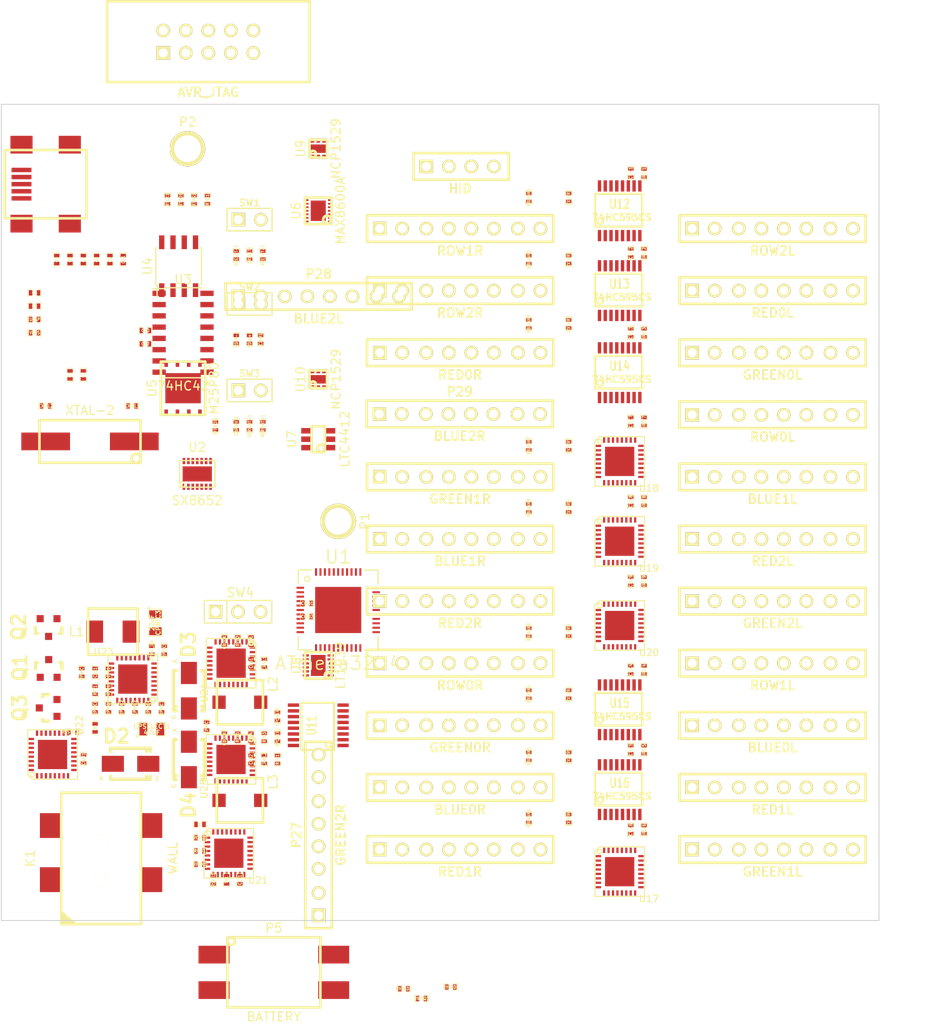
<source format=kicad_pcb>
(kicad_pcb (version 4) (host pcbnew "(2014-11-30 BZR 5308)-product")
  (title_block (title "Midnyte PCB") (date "Mon Oct 20 2014") (rev A))
  (layers (0 F.Cu signal) (1 Inner2.Cu power) (2 Inner3.Cu power) (31 B.Cu signal) (34 B.Paste user) (35 F.Paste user) (36 B.SilkS user) (37 F.SilkS user) (38 B.Mask user) (39 F.Mask user) (44 Edge.Cuts user))
  (net 0 "")
  (net 1 /+BRIGHTNESS)
  (net 2 /-BRIGHTNESS)
  (net 3 /D+)
  (net 4 /D-)
  (net 5 "/Midnyte Display/BLANK")
  (net 6 "/Midnyte Display/COL0")
  (net 7 "/Midnyte Display/COL1")
  (net 8 "/Midnyte Display/COL2")
  (net 9 "/Midnyte Display/FRAMECLK")
  (net 10 "/Midnyte Display/Midnyte LED Row 0/BLUE0L")
  (net 11 "/Midnyte Display/Midnyte LED Row 0/BLUE0R")
  (net 12 "/Midnyte Display/Midnyte LED Row 0/BLUE1L")
  (net 13 "/Midnyte Display/Midnyte LED Row 0/BLUE1R")
  (net 14 "/Midnyte Display/Midnyte LED Row 0/BLUE2L")
  (net 15 "/Midnyte Display/Midnyte LED Row 0/BLUE2R")
  (net 16 "/Midnyte Display/Midnyte LED Row 0/BLUE3L")
  (net 17 "/Midnyte Display/Midnyte LED Row 0/BLUE3R")
  (net 18 "/Midnyte Display/Midnyte LED Row 0/BLUE4L")
  (net 19 "/Midnyte Display/Midnyte LED Row 0/BLUE4R")
  (net 20 "/Midnyte Display/Midnyte LED Row 0/BLUE5L")
  (net 21 "/Midnyte Display/Midnyte LED Row 0/BLUE5R")
  (net 22 "/Midnyte Display/Midnyte LED Row 0/BLUE6L")
  (net 23 "/Midnyte Display/Midnyte LED Row 0/BLUE6R")
  (net 24 "/Midnyte Display/Midnyte LED Row 0/BLUE7L")
  (net 25 "/Midnyte Display/Midnyte LED Row 0/BLUE7R")
  (net 26 "/Midnyte Display/Midnyte LED Row 0/GREEN0L")
  (net 27 "/Midnyte Display/Midnyte LED Row 0/GREEN0R")
  (net 28 "/Midnyte Display/Midnyte LED Row 0/GREEN1L")
  (net 29 "/Midnyte Display/Midnyte LED Row 0/GREEN1R")
  (net 30 "/Midnyte Display/Midnyte LED Row 0/GREEN2L")
  (net 31 "/Midnyte Display/Midnyte LED Row 0/GREEN2R")
  (net 32 "/Midnyte Display/Midnyte LED Row 0/GREEN3L")
  (net 33 "/Midnyte Display/Midnyte LED Row 0/GREEN3R")
  (net 34 "/Midnyte Display/Midnyte LED Row 0/GREEN4L")
  (net 35 "/Midnyte Display/Midnyte LED Row 0/GREEN4R")
  (net 36 "/Midnyte Display/Midnyte LED Row 0/GREEN5L")
  (net 37 "/Midnyte Display/Midnyte LED Row 0/GREEN5R")
  (net 38 "/Midnyte Display/Midnyte LED Row 0/GREEN6L")
  (net 39 "/Midnyte Display/Midnyte LED Row 0/GREEN6R")
  (net 40 "/Midnyte Display/Midnyte LED Row 0/GREEN7L")
  (net 41 "/Midnyte Display/Midnyte LED Row 0/GREEN7R")
  (net 42 "/Midnyte Display/Midnyte LED Row 0/IREF0")
  (net 43 "/Midnyte Display/Midnyte LED Row 0/IREF1")
  (net 44 "/Midnyte Display/Midnyte LED Row 0/IREF2")
  (net 45 "/Midnyte Display/Midnyte LED Row 0/RED0L")
  (net 46 "/Midnyte Display/Midnyte LED Row 0/RED0R")
  (net 47 "/Midnyte Display/Midnyte LED Row 0/RED1L")
  (net 48 "/Midnyte Display/Midnyte LED Row 0/RED1R")
  (net 49 "/Midnyte Display/Midnyte LED Row 0/RED2L")
  (net 50 "/Midnyte Display/Midnyte LED Row 0/RED2R")
  (net 51 "/Midnyte Display/Midnyte LED Row 0/RED3L")
  (net 52 "/Midnyte Display/Midnyte LED Row 0/RED3R")
  (net 53 "/Midnyte Display/Midnyte LED Row 0/RED4L")
  (net 54 "/Midnyte Display/Midnyte LED Row 0/RED4R")
  (net 55 "/Midnyte Display/Midnyte LED Row 0/RED5L")
  (net 56 "/Midnyte Display/Midnyte LED Row 0/RED5R")
  (net 57 "/Midnyte Display/Midnyte LED Row 0/RED6L")
  (net 58 "/Midnyte Display/Midnyte LED Row 0/RED6R")
  (net 59 "/Midnyte Display/Midnyte LED Row 0/RED7L")
  (net 60 "/Midnyte Display/Midnyte LED Row 0/RED7R")
  (net 61 "/Midnyte Display/Midnyte LED Row 0/SER1")
  (net 62 "/Midnyte Display/Midnyte LED Row 1/BLUE0L")
  (net 63 "/Midnyte Display/Midnyte LED Row 1/BLUE0R")
  (net 64 "/Midnyte Display/Midnyte LED Row 1/BLUE1L")
  (net 65 "/Midnyte Display/Midnyte LED Row 1/BLUE1R")
  (net 66 "/Midnyte Display/Midnyte LED Row 1/BLUE2L")
  (net 67 "/Midnyte Display/Midnyte LED Row 1/BLUE2R")
  (net 68 "/Midnyte Display/Midnyte LED Row 1/BLUE3L")
  (net 69 "/Midnyte Display/Midnyte LED Row 1/BLUE3R")
  (net 70 "/Midnyte Display/Midnyte LED Row 1/BLUE4L")
  (net 71 "/Midnyte Display/Midnyte LED Row 1/BLUE4R")
  (net 72 "/Midnyte Display/Midnyte LED Row 1/BLUE5L")
  (net 73 "/Midnyte Display/Midnyte LED Row 1/BLUE5R")
  (net 74 "/Midnyte Display/Midnyte LED Row 1/BLUE6L")
  (net 75 "/Midnyte Display/Midnyte LED Row 1/BLUE6R")
  (net 76 "/Midnyte Display/Midnyte LED Row 1/BLUE7L")
  (net 77 "/Midnyte Display/Midnyte LED Row 1/BLUE7R")
  (net 78 "/Midnyte Display/Midnyte LED Row 1/GREEN0L")
  (net 79 "/Midnyte Display/Midnyte LED Row 1/GREEN0R")
  (net 80 "/Midnyte Display/Midnyte LED Row 1/GREEN1L")
  (net 81 "/Midnyte Display/Midnyte LED Row 1/GREEN1R")
  (net 82 "/Midnyte Display/Midnyte LED Row 1/GREEN2L")
  (net 83 "/Midnyte Display/Midnyte LED Row 1/GREEN2R")
  (net 84 "/Midnyte Display/Midnyte LED Row 1/GREEN3L")
  (net 85 "/Midnyte Display/Midnyte LED Row 1/GREEN3R")
  (net 86 "/Midnyte Display/Midnyte LED Row 1/GREEN4L")
  (net 87 "/Midnyte Display/Midnyte LED Row 1/GREEN4R")
  (net 88 "/Midnyte Display/Midnyte LED Row 1/GREEN5L")
  (net 89 "/Midnyte Display/Midnyte LED Row 1/GREEN5R")
  (net 90 "/Midnyte Display/Midnyte LED Row 1/GREEN6L")
  (net 91 "/Midnyte Display/Midnyte LED Row 1/GREEN6R")
  (net 92 "/Midnyte Display/Midnyte LED Row 1/GREEN7L")
  (net 93 "/Midnyte Display/Midnyte LED Row 1/GREEN7R")
  (net 94 "/Midnyte Display/Midnyte LED Row 1/IREF0")
  (net 95 "/Midnyte Display/Midnyte LED Row 1/IREF1")
  (net 96 "/Midnyte Display/Midnyte LED Row 1/IREF2")
  (net 97 "/Midnyte Display/Midnyte LED Row 1/RED0L")
  (net 98 "/Midnyte Display/Midnyte LED Row 1/RED0R")
  (net 99 "/Midnyte Display/Midnyte LED Row 1/RED1L")
  (net 100 "/Midnyte Display/Midnyte LED Row 1/RED1R")
  (net 101 "/Midnyte Display/Midnyte LED Row 1/RED2L")
  (net 102 "/Midnyte Display/Midnyte LED Row 1/RED2R")
  (net 103 "/Midnyte Display/Midnyte LED Row 1/RED3L")
  (net 104 "/Midnyte Display/Midnyte LED Row 1/RED3R")
  (net 105 "/Midnyte Display/Midnyte LED Row 1/RED4L")
  (net 106 "/Midnyte Display/Midnyte LED Row 1/RED4R")
  (net 107 "/Midnyte Display/Midnyte LED Row 1/RED5L")
  (net 108 "/Midnyte Display/Midnyte LED Row 1/RED5R")
  (net 109 "/Midnyte Display/Midnyte LED Row 1/RED6L")
  (net 110 "/Midnyte Display/Midnyte LED Row 1/RED6R")
  (net 111 "/Midnyte Display/Midnyte LED Row 1/RED7L")
  (net 112 "/Midnyte Display/Midnyte LED Row 1/RED7R")
  (net 113 "/Midnyte Display/Midnyte LED Row 1/SER1")
  (net 114 "/Midnyte Display/Midnyte LED Row 2/BLUE0L")
  (net 115 "/Midnyte Display/Midnyte LED Row 2/BLUE0R")
  (net 116 "/Midnyte Display/Midnyte LED Row 2/BLUE1L")
  (net 117 "/Midnyte Display/Midnyte LED Row 2/BLUE1R")
  (net 118 "/Midnyte Display/Midnyte LED Row 2/BLUE2L")
  (net 119 "/Midnyte Display/Midnyte LED Row 2/BLUE2R")
  (net 120 "/Midnyte Display/Midnyte LED Row 2/BLUE3L")
  (net 121 "/Midnyte Display/Midnyte LED Row 2/BLUE3R")
  (net 122 "/Midnyte Display/Midnyte LED Row 2/BLUE4L")
  (net 123 "/Midnyte Display/Midnyte LED Row 2/BLUE4R")
  (net 124 "/Midnyte Display/Midnyte LED Row 2/BLUE5L")
  (net 125 "/Midnyte Display/Midnyte LED Row 2/BLUE5R")
  (net 126 "/Midnyte Display/Midnyte LED Row 2/BLUE6L")
  (net 127 "/Midnyte Display/Midnyte LED Row 2/BLUE6R")
  (net 128 "/Midnyte Display/Midnyte LED Row 2/BLUE7L")
  (net 129 "/Midnyte Display/Midnyte LED Row 2/BLUE7R")
  (net 130 "/Midnyte Display/Midnyte LED Row 2/GREEN0L")
  (net 131 "/Midnyte Display/Midnyte LED Row 2/GREEN0R")
  (net 132 "/Midnyte Display/Midnyte LED Row 2/GREEN1L")
  (net 133 "/Midnyte Display/Midnyte LED Row 2/GREEN1R")
  (net 134 "/Midnyte Display/Midnyte LED Row 2/GREEN2L")
  (net 135 "/Midnyte Display/Midnyte LED Row 2/GREEN2R")
  (net 136 "/Midnyte Display/Midnyte LED Row 2/GREEN3L")
  (net 137 "/Midnyte Display/Midnyte LED Row 2/GREEN3R")
  (net 138 "/Midnyte Display/Midnyte LED Row 2/GREEN4L")
  (net 139 "/Midnyte Display/Midnyte LED Row 2/GREEN4R")
  (net 140 "/Midnyte Display/Midnyte LED Row 2/GREEN5L")
  (net 141 "/Midnyte Display/Midnyte LED Row 2/GREEN5R")
  (net 142 "/Midnyte Display/Midnyte LED Row 2/GREEN6L")
  (net 143 "/Midnyte Display/Midnyte LED Row 2/GREEN6R")
  (net 144 "/Midnyte Display/Midnyte LED Row 2/GREEN7L")
  (net 145 "/Midnyte Display/Midnyte LED Row 2/GREEN7R")
  (net 146 "/Midnyte Display/Midnyte LED Row 2/IREF0")
  (net 147 "/Midnyte Display/Midnyte LED Row 2/IREF1")
  (net 148 "/Midnyte Display/Midnyte LED Row 2/IREF2")
  (net 149 "/Midnyte Display/Midnyte LED Row 2/RED0L")
  (net 150 "/Midnyte Display/Midnyte LED Row 2/RED0R")
  (net 151 "/Midnyte Display/Midnyte LED Row 2/RED1L")
  (net 152 "/Midnyte Display/Midnyte LED Row 2/RED1R")
  (net 153 "/Midnyte Display/Midnyte LED Row 2/RED2L")
  (net 154 "/Midnyte Display/Midnyte LED Row 2/RED2R")
  (net 155 "/Midnyte Display/Midnyte LED Row 2/RED3L")
  (net 156 "/Midnyte Display/Midnyte LED Row 2/RED3R")
  (net 157 "/Midnyte Display/Midnyte LED Row 2/RED4L")
  (net 158 "/Midnyte Display/Midnyte LED Row 2/RED4R")
  (net 159 "/Midnyte Display/Midnyte LED Row 2/RED5L")
  (net 160 "/Midnyte Display/Midnyte LED Row 2/RED5R")
  (net 161 "/Midnyte Display/Midnyte LED Row 2/RED6L")
  (net 162 "/Midnyte Display/Midnyte LED Row 2/RED6R")
  (net 163 "/Midnyte Display/Midnyte LED Row 2/RED7L")
  (net 164 "/Midnyte Display/Midnyte LED Row 2/RED7R")
  (net 165 "/Midnyte Display/Midnyte LED Row 2/SER1")
  (net 166 "/Midnyte Display/ROW0")
  (net 167 "/Midnyte Display/ROW0L")
  (net 168 "/Midnyte Display/ROW0R")
  (net 169 "/Midnyte Display/ROW1")
  (net 170 "/Midnyte Display/ROW10L")
  (net 171 "/Midnyte Display/ROW10R")
  (net 172 "/Midnyte Display/ROW11L")
  (net 173 "/Midnyte Display/ROW11R")
  (net 174 "/Midnyte Display/ROW12L")
  (net 175 "/Midnyte Display/ROW12R")
  (net 176 "/Midnyte Display/ROW13L")
  (net 177 "/Midnyte Display/ROW13R")
  (net 178 "/Midnyte Display/ROW14L")
  (net 179 "/Midnyte Display/ROW14R")
  (net 180 "/Midnyte Display/ROW15L")
  (net 181 "/Midnyte Display/ROW15R")
  (net 182 "/Midnyte Display/ROW16L")
  (net 183 "/Midnyte Display/ROW16R")
  (net 184 "/Midnyte Display/ROW17L")
  (net 185 "/Midnyte Display/ROW17R")
  (net 186 "/Midnyte Display/ROW18L")
  (net 187 "/Midnyte Display/ROW18R")
  (net 188 "/Midnyte Display/ROW19L")
  (net 189 "/Midnyte Display/ROW19R")
  (net 190 "/Midnyte Display/ROW1L")
  (net 191 "/Midnyte Display/ROW1R")
  (net 192 "/Midnyte Display/ROW2")
  (net 193 "/Midnyte Display/ROW20L")
  (net 194 "/Midnyte Display/ROW20R")
  (net 195 "/Midnyte Display/ROW21L")
  (net 196 "/Midnyte Display/ROW21R")
  (net 197 "/Midnyte Display/ROW22L")
  (net 198 "/Midnyte Display/ROW22R")
  (net 199 "/Midnyte Display/ROW23L")
  (net 200 "/Midnyte Display/ROW23R")
  (net 201 "/Midnyte Display/ROW2L")
  (net 202 "/Midnyte Display/ROW2R")
  (net 203 "/Midnyte Display/ROW3L")
  (net 204 "/Midnyte Display/ROW3R")
  (net 205 "/Midnyte Display/ROW4L")
  (net 206 "/Midnyte Display/ROW4R")
  (net 207 "/Midnyte Display/ROW5L")
  (net 208 "/Midnyte Display/ROW5R")
  (net 209 "/Midnyte Display/ROW6L")
  (net 210 "/Midnyte Display/ROW6R")
  (net 211 "/Midnyte Display/ROW7L")
  (net 212 "/Midnyte Display/ROW7R")
  (net 213 "/Midnyte Display/ROW8L")
  (net 214 "/Midnyte Display/ROW8R")
  (net 215 "/Midnyte Display/ROW9L")
  (net 216 "/Midnyte Display/ROW9R")
  (net 217 "/Midnyte Display/SER2")
  (net 218 "/Midnyte Power/BAT+")
  (net 219 "/Midnyte Power/PMIC_IN")
  (net 220 "/Midnyte Power/WALL")
  (net 221 /TCK)
  (net 222 /TDI)
  (net 223 /TDO)
  (net 224 /TMS)
  (net 225 /UCAP)
  (net 226 /VBUS)
  (net 227 /XTAL1)
  (net 228 /XTAL2)
  (net 229 "Net-(D5-Pad2)")
  (net 230 "Net-(L2-Pad1)")
  (net 231 "Net-(L3-Pad1)")
  (net 232 "Net-(Q1-Pad1)")
  (net 233 "Net-(Q2-Pad1)")
  (net 234 "Net-(RSETI1-Pad1)")
  (net 235 "Net-(TH1-Pad1)")
  (net 236 "/Midnyte Power/PMIC_OUT")
  (net 237 +5V)
  (net 238 "Net-(CCT1-Pad1)")
  (net 239 "Net-(D1-Pad2)")
  (net 240 "Net-(D5-Pad1)")
  (net 241 GND)
  (net 242 +3.3V)
  (net 243 "Net-(Q3-Pad1)")
  (net 244 "/Midnyte Power/POWER_STATUS")
  (net 245 /MISO)
  (net 246 "Net-(CFB1-Pad2)")
  (net 247 "Net-(CFB2-Pad2)")
  (net 248 "Net-(CPMIC1-Pad1)")
  (net 249 "Net-(CPMIC1-Pad2)")
  (net 250 "Net-(CPMIC2-Pad1)")
  (net 251 "Net-(CRESET1-Pad1)")
  (net 252 "Net-(CSS1-Pad1)")
  (net 253 "Net-(CVC1-Pad1)")
  (net 254 "Net-(CVC1-Pad2)")
  (net 255 "Net-(RBRIGHT-1-Pad2)")
  (net 256 "Net-(RCHG1-Pad2)")
  (net 257 "Net-(RDIM-1-Pad2)")
  (net 258 "Net-(REN1-Pad2)")
  (net 259 "Net-(RFB3-Pad2)")
  (net 260 "Net-(RFLT1-Pad2)")
  (net 261 "Net-(RPMIC1-Pad2)")
  (net 262 "Net-(RPMIC2-Pad2)")
  (net 263 "Net-(RPMIC5-Pad2)")
  (net 264 "Net-(RPOK1-Pad2)")
  (net 265 "Net-(RPOWER1-Pad1)")
  (net 266 "Net-(RRESET-1-Pad1)")
  (net 267 "Net-(RRT1-Pad1)")
  (net 268 "Net-(RXERR1-Pad2)")
  (net 269 "Net-(RXERR2-Pad2)")
  (net 270 "Net-(RXERR3-Pad2)")
  (net 271 "Net-(RXERR4-Pad2)")
  (net 272 "Net-(RXERR5-Pad2)")
  (net 273 "Net-(RXERR6-Pad2)")
  (net 274 "Net-(RXERR7-Pad2)")
  (net 275 "Net-(RXERR8-Pad2)")
  (net 276 "Net-(RXERR9-Pad2)")
  (net 277 "/Midnyte Display/GSCLK")
  (net 278 /F_PROT)
  (net 279 "/Midnyte Display/ROWCLK")
  (net 280 "/Midnyte Display/COLCLK")
  (net 281 "Net-(CPOWER1-Pad1)")
  (net 282 "/Midnyte Display/VPROG")
  (net 283 "Net-(RHOLD1-Pad2)")
  (net 284 "Net-(RHOLD2-Pad2)")
  (net 285 /MEM_CS0)
  (net 286 /SCLK)
  (net 287 /MOSI)
  (net 288 /NIRQ)
  (net 289 /~MEM_CS1)
  (net 290 /~MEM_CS0)
  (net 291 "Net-(U11-Pad9)")
  (net 292 "Net-(U12-Pad9)")
  (net 293 "Net-(U17-Pad23)")
  (net 294 "/Midnyte Display/DCPROG")
  (net 295 "Net-(U20-Pad23)")
  (net 296 "Net-(U23-Pad23)")
  (net 297 /MEM_CS1)
  (net 298 "Net-(P3-Pad1)")
  (net 299 "Net-(P3-Pad2)")
  (net 300 "Net-(P3-Pad3)")
  (net 301 "Net-(P3-Pad4)")
  (net 302 /~MEM_CS2)
  (module Midnyte:10033526-N3212LF (layer F.Cu) (at 91 63 90)
    (fp_text reference CON1 hide)
    (fp_text value USB-MINI-B hide)
    (pad "" np_thru_hole circle (at -2.2 0 90) (size 0.9 0.9) (drill 0.9) (layers *.Cu *.Mask F.SilkS))
    (pad "" np_thru_hole circle (at 2.2 0 90) (size 0.9 0.9) (drill 0.9) (layers *.Cu *.Mask F.SilkS))
    (pad 1 smd rect (at -1.6 -2.725 90) (size 0.5 2.25) (layers F.Cu F.Paste F.Mask) (net 226 /VBUS))
    (pad 2 smd rect (at -0.8 -2.725 90) (size 0.5 2.25) (layers F.Cu F.Paste F.Mask) (net 4 /D-))
    (pad 3 smd rect (at 0 -2.725 90) (size 0.5 2.25) (layers F.Cu F.Paste F.Mask) (net 3 /D+))
    (pad 4 smd rect (at 0.8 -2.725 90) (size 0.5 2.25) (layers F.Cu F.Paste F.Mask))
    (pad 5 smd rect (at 1.6 -2.725 90) (size 0.5 2.25) (layers F.Cu F.Paste F.Mask) (net 241 GND))
    (pad 6 smd rect (at -4.45 -2.725 90) (size 2 2.5) (layers F.Cu F.Paste F.Mask) (net 241 GND))
    (pad 8 smd rect (at 4.45 -2.725 90) (size 2 2.5) (layers F.Cu F.Paste F.Mask) (net 241 GND))
    (pad 7 smd rect (at -4.45 2.725 90) (size 2 2.5) (layers F.Cu F.Paste F.Mask) (net 241 GND))
    (pad 9 smd rect (at 4.45 2.725 90) (size 2 2.5) (layers F.Cu F.Paste F.Mask) (net 241 GND))
  )
  (module Diodes:Diode-SMA_Standard (layer F.Cu) (at 100.58 128.34)
    (fp_text reference D2 (at -1.6 -3.1) (layer F.SilkS) (effects (font (thickness 0.3048))))
    (fp_text value SCHOTTKY hide)
    (fp_text user A (at -3.29946 1.6002) (layer F.SilkS) (effects (font (size 0.50038 0.50038) (thickness 0.09906))))
    (fp_text user K (at 2.99974 1.69926) (layer F.SilkS) (effects (font (size 0.50038 0.50038) (thickness 0.09906))))
    (pad 1 smd rect (at -1.99898 0) (size 2.49936 1.80086) (layers F.Cu F.Paste F.Mask) (net 220 "/Midnyte Power/WALL"))
    (pad 2 smd rect (at 1.99898 0) (size 2.49936 1.80086) (layers F.Cu F.Paste F.Mask) (net 219 "/Midnyte Power/PMIC_IN"))
  )
  (module Diodes:Diode-SMA_Standard (layer F.Cu) (at 107.16 120.1 270)
    (fp_text reference D3 (at -5.2 0.05 270) (layer F.SilkS) (effects (font (thickness 0.3048))))
    (fp_text value SCHOTTKY hide)
    (fp_text user A (at -3.29946 1.6002 270) (layer F.SilkS) (effects (font (size 0.50038 0.50038) (thickness 0.09906))))
    (fp_text user K (at 2.99974 1.69926 270) (layer F.SilkS) (effects (font (size 0.50038 0.50038) (thickness 0.09906))))
    (pad 1 smd rect (at -1.99898 0 270) (size 2.49936 1.80086) (layers F.Cu F.Paste F.Mask) (net 241 GND))
    (pad 2 smd rect (at 1.99898 0 270) (size 2.49936 1.80086) (layers F.Cu F.Paste F.Mask) (net 249 "Net-(CPMIC1-Pad2)"))
  )
  (module Diodes:Diode-SMA_Standard (layer F.Cu) (at 107.16 127.85 270)
    (fp_text reference D4 (at 5.15 0.05 270) (layer F.SilkS) (effects (font (thickness 0.3048))))
    (fp_text value SCHOTTKY hide)
    (fp_text user A (at -3.29946 1.6002 270) (layer F.SilkS) (effects (font (size 0.50038 0.50038) (thickness 0.09906))))
    (fp_text user K (at 2.99974 1.69926 270) (layer F.SilkS) (effects (font (size 0.50038 0.50038) (thickness 0.09906))))
    (pad 1 smd rect (at -1.99898 0 270) (size 2.49936 1.80086) (layers F.Cu F.Paste F.Mask) (net 236 "/Midnyte Power/PMIC_OUT"))
    (pad 2 smd rect (at 1.99898 0 270) (size 2.49936 1.80086) (layers F.Cu F.Paste F.Mask) (net 248 "Net-(CPMIC1-Pad1)"))
  )
  (module Midnyte:pin_array_8x1 (layer F.Cu) (at 173 89)
    (fp_text reference P6 hide)
    (fp_text value ROW0L (at 0 2.5) (layer F.SilkS) (effects (font (size 1.016 1.016) (thickness 0.2032))))
    (pad 1 thru_hole rect (at -9.07 0) (size 1.524 1.524) (drill 1.016) (layers *.Cu *.Mask F.SilkS) (net 167 "/Midnyte Display/ROW0L"))
    (pad 2 thru_hole circle (at -6.53 0) (size 1.524 1.524) (drill 1.016) (layers *.Cu *.Mask F.SilkS) (net 190 "/Midnyte Display/ROW1L"))
    (pad 3 thru_hole circle (at -3.81 0) (size 1.524 1.524) (drill 1.016) (layers *.Cu *.Mask F.SilkS) (net 201 "/Midnyte Display/ROW2L"))
    (pad 4 thru_hole circle (at -1.27 0) (size 1.524 1.524) (drill 1.016) (layers *.Cu *.Mask F.SilkS) (net 203 "/Midnyte Display/ROW3L"))
    (pad 5 thru_hole circle (at 1.27 0) (size 1.524 1.524) (drill 1.016) (layers *.Cu *.Mask F.SilkS) (net 205 "/Midnyte Display/ROW4L"))
    (pad 6 thru_hole circle (at 3.81 0) (size 1.524 1.524) (drill 1.016) (layers *.Cu *.Mask F.SilkS) (net 207 "/Midnyte Display/ROW5L"))
    (pad 7 thru_hole circle (at 6.53 0) (size 1.524 1.524) (drill 1.016) (layers *.Cu *.Mask F.SilkS) (net 209 "/Midnyte Display/ROW6L"))
    (pad 8 thru_hole circle (at 9.07 0) (size 1.524 1.524) (drill 1.016) (layers *.Cu *.Mask F.SilkS) (net 211 "/Midnyte Display/ROW7L"))
  )
  (module Midnyte:pin_array_8x1 (layer F.Cu) (at 137.75 117)
    (fp_text reference P7 hide)
    (fp_text value ROW0R (at 0 2.5) (layer F.SilkS) (effects (font (size 1.016 1.016) (thickness 0.2032))))
    (pad 1 thru_hole rect (at -9.07 0) (size 1.524 1.524) (drill 1.016) (layers *.Cu *.Mask F.SilkS) (net 168 "/Midnyte Display/ROW0R"))
    (pad 2 thru_hole circle (at -6.53 0) (size 1.524 1.524) (drill 1.016) (layers *.Cu *.Mask F.SilkS) (net 191 "/Midnyte Display/ROW1R"))
    (pad 3 thru_hole circle (at -3.81 0) (size 1.524 1.524) (drill 1.016) (layers *.Cu *.Mask F.SilkS) (net 202 "/Midnyte Display/ROW2R"))
    (pad 4 thru_hole circle (at -1.27 0) (size 1.524 1.524) (drill 1.016) (layers *.Cu *.Mask F.SilkS) (net 204 "/Midnyte Display/ROW3R"))
    (pad 5 thru_hole circle (at 1.27 0) (size 1.524 1.524) (drill 1.016) (layers *.Cu *.Mask F.SilkS) (net 206 "/Midnyte Display/ROW4R"))
    (pad 6 thru_hole circle (at 3.81 0) (size 1.524 1.524) (drill 1.016) (layers *.Cu *.Mask F.SilkS) (net 208 "/Midnyte Display/ROW5R"))
    (pad 7 thru_hole circle (at 6.53 0) (size 1.524 1.524) (drill 1.016) (layers *.Cu *.Mask F.SilkS) (net 210 "/Midnyte Display/ROW6R"))
    (pad 8 thru_hole circle (at 9.07 0) (size 1.524 1.524) (drill 1.016) (layers *.Cu *.Mask F.SilkS) (net 212 "/Midnyte Display/ROW7R"))
  )
  (module Midnyte:pin_array_8x1 (layer F.Cu) (at 173 117)
    (fp_text reference P8 hide)
    (fp_text value ROW1L (at 0 2.5) (layer F.SilkS) (effects (font (size 1.016 1.016) (thickness 0.2032))))
    (pad 1 thru_hole rect (at -9.07 0) (size 1.524 1.524) (drill 1.016) (layers *.Cu *.Mask F.SilkS) (net 213 "/Midnyte Display/ROW8L"))
    (pad 2 thru_hole circle (at -6.53 0) (size 1.524 1.524) (drill 1.016) (layers *.Cu *.Mask F.SilkS) (net 215 "/Midnyte Display/ROW9L"))
    (pad 3 thru_hole circle (at -3.81 0) (size 1.524 1.524) (drill 1.016) (layers *.Cu *.Mask F.SilkS) (net 170 "/Midnyte Display/ROW10L"))
    (pad 4 thru_hole circle (at -1.27 0) (size 1.524 1.524) (drill 1.016) (layers *.Cu *.Mask F.SilkS) (net 172 "/Midnyte Display/ROW11L"))
    (pad 5 thru_hole circle (at 1.27 0) (size 1.524 1.524) (drill 1.016) (layers *.Cu *.Mask F.SilkS) (net 174 "/Midnyte Display/ROW12L"))
    (pad 6 thru_hole circle (at 3.81 0) (size 1.524 1.524) (drill 1.016) (layers *.Cu *.Mask F.SilkS) (net 176 "/Midnyte Display/ROW13L"))
    (pad 7 thru_hole circle (at 6.53 0) (size 1.524 1.524) (drill 1.016) (layers *.Cu *.Mask F.SilkS) (net 178 "/Midnyte Display/ROW14L"))
    (pad 8 thru_hole circle (at 9.07 0) (size 1.524 1.524) (drill 1.016) (layers *.Cu *.Mask F.SilkS) (net 180 "/Midnyte Display/ROW15L"))
  )
  (module Midnyte:pin_array_8x1 (layer F.Cu) (at 137.75 68)
    (fp_text reference P9 hide)
    (fp_text value ROW1R (at 0 2.5) (layer F.SilkS) (effects (font (size 1.016 1.016) (thickness 0.2032))))
    (pad 1 thru_hole rect (at -9.07 0) (size 1.524 1.524) (drill 1.016) (layers *.Cu *.Mask F.SilkS) (net 214 "/Midnyte Display/ROW8R"))
    (pad 2 thru_hole circle (at -6.53 0) (size 1.524 1.524) (drill 1.016) (layers *.Cu *.Mask F.SilkS) (net 216 "/Midnyte Display/ROW9R"))
    (pad 3 thru_hole circle (at -3.81 0) (size 1.524 1.524) (drill 1.016) (layers *.Cu *.Mask F.SilkS) (net 171 "/Midnyte Display/ROW10R"))
    (pad 4 thru_hole circle (at -1.27 0) (size 1.524 1.524) (drill 1.016) (layers *.Cu *.Mask F.SilkS) (net 173 "/Midnyte Display/ROW11R"))
    (pad 5 thru_hole circle (at 1.27 0) (size 1.524 1.524) (drill 1.016) (layers *.Cu *.Mask F.SilkS) (net 175 "/Midnyte Display/ROW12R"))
    (pad 6 thru_hole circle (at 3.81 0) (size 1.524 1.524) (drill 1.016) (layers *.Cu *.Mask F.SilkS) (net 177 "/Midnyte Display/ROW13R"))
    (pad 7 thru_hole circle (at 6.53 0) (size 1.524 1.524) (drill 1.016) (layers *.Cu *.Mask F.SilkS) (net 179 "/Midnyte Display/ROW14R"))
    (pad 8 thru_hole circle (at 9.07 0) (size 1.524 1.524) (drill 1.016) (layers *.Cu *.Mask F.SilkS) (net 181 "/Midnyte Display/ROW15R"))
  )
  (module Midnyte:pin_array_8x1 (layer F.Cu) (at 173 68)
    (fp_text reference P10 hide)
    (fp_text value ROW2L (at 0 2.5) (layer F.SilkS) (effects (font (size 1.016 1.016) (thickness 0.2032))))
    (pad 1 thru_hole rect (at -9.07 0) (size 1.524 1.524) (drill 1.016) (layers *.Cu *.Mask F.SilkS) (net 182 "/Midnyte Display/ROW16L"))
    (pad 2 thru_hole circle (at -6.53 0) (size 1.524 1.524) (drill 1.016) (layers *.Cu *.Mask F.SilkS) (net 184 "/Midnyte Display/ROW17L"))
    (pad 3 thru_hole circle (at -3.81 0) (size 1.524 1.524) (drill 1.016) (layers *.Cu *.Mask F.SilkS) (net 186 "/Midnyte Display/ROW18L"))
    (pad 4 thru_hole circle (at -1.27 0) (size 1.524 1.524) (drill 1.016) (layers *.Cu *.Mask F.SilkS) (net 188 "/Midnyte Display/ROW19L"))
    (pad 5 thru_hole circle (at 1.27 0) (size 1.524 1.524) (drill 1.016) (layers *.Cu *.Mask F.SilkS) (net 193 "/Midnyte Display/ROW20L"))
    (pad 6 thru_hole circle (at 3.81 0) (size 1.524 1.524) (drill 1.016) (layers *.Cu *.Mask F.SilkS) (net 195 "/Midnyte Display/ROW21L"))
    (pad 7 thru_hole circle (at 6.53 0) (size 1.524 1.524) (drill 1.016) (layers *.Cu *.Mask F.SilkS) (net 197 "/Midnyte Display/ROW22L"))
    (pad 8 thru_hole circle (at 9.07 0) (size 1.524 1.524) (drill 1.016) (layers *.Cu *.Mask F.SilkS) (net 199 "/Midnyte Display/ROW23L"))
  )
  (module Midnyte:pin_array_8x1 (layer F.Cu) (at 137.75 75)
    (fp_text reference P11 hide)
    (fp_text value ROW2R (at 0 2.5) (layer F.SilkS) (effects (font (size 1.016 1.016) (thickness 0.2032))))
    (pad 1 thru_hole rect (at -9.07 0) (size 1.524 1.524) (drill 1.016) (layers *.Cu *.Mask F.SilkS) (net 183 "/Midnyte Display/ROW16R"))
    (pad 2 thru_hole circle (at -6.53 0) (size 1.524 1.524) (drill 1.016) (layers *.Cu *.Mask F.SilkS) (net 185 "/Midnyte Display/ROW17R"))
    (pad 3 thru_hole circle (at -3.81 0) (size 1.524 1.524) (drill 1.016) (layers *.Cu *.Mask F.SilkS) (net 187 "/Midnyte Display/ROW18R"))
    (pad 4 thru_hole circle (at -1.27 0) (size 1.524 1.524) (drill 1.016) (layers *.Cu *.Mask F.SilkS) (net 189 "/Midnyte Display/ROW19R"))
    (pad 5 thru_hole circle (at 1.27 0) (size 1.524 1.524) (drill 1.016) (layers *.Cu *.Mask F.SilkS) (net 194 "/Midnyte Display/ROW20R"))
    (pad 6 thru_hole circle (at 3.81 0) (size 1.524 1.524) (drill 1.016) (layers *.Cu *.Mask F.SilkS) (net 196 "/Midnyte Display/ROW21R"))
    (pad 7 thru_hole circle (at 6.53 0) (size 1.524 1.524) (drill 1.016) (layers *.Cu *.Mask F.SilkS) (net 198 "/Midnyte Display/ROW22R"))
    (pad 8 thru_hole circle (at 9.07 0) (size 1.524 1.524) (drill 1.016) (layers *.Cu *.Mask F.SilkS) (net 200 "/Midnyte Display/ROW23R"))
  )
  (module Midnyte:pin_array_8x1 (layer F.Cu) (at 173 75)
    (fp_text reference P12 hide)
    (fp_text value RED0L (at 0 2.5) (layer F.SilkS) (effects (font (size 1.016 1.016) (thickness 0.2032))))
    (pad 1 thru_hole rect (at -9.07 0) (size 1.524 1.524) (drill 1.016) (layers *.Cu *.Mask F.SilkS) (net 45 "/Midnyte Display/Midnyte LED Row 0/RED0L"))
    (pad 2 thru_hole circle (at -6.53 0) (size 1.524 1.524) (drill 1.016) (layers *.Cu *.Mask F.SilkS) (net 47 "/Midnyte Display/Midnyte LED Row 0/RED1L"))
    (pad 3 thru_hole circle (at -3.81 0) (size 1.524 1.524) (drill 1.016) (layers *.Cu *.Mask F.SilkS) (net 49 "/Midnyte Display/Midnyte LED Row 0/RED2L"))
    (pad 4 thru_hole circle (at -1.27 0) (size 1.524 1.524) (drill 1.016) (layers *.Cu *.Mask F.SilkS) (net 51 "/Midnyte Display/Midnyte LED Row 0/RED3L"))
    (pad 5 thru_hole circle (at 1.27 0) (size 1.524 1.524) (drill 1.016) (layers *.Cu *.Mask F.SilkS) (net 53 "/Midnyte Display/Midnyte LED Row 0/RED4L"))
    (pad 6 thru_hole circle (at 3.81 0) (size 1.524 1.524) (drill 1.016) (layers *.Cu *.Mask F.SilkS) (net 55 "/Midnyte Display/Midnyte LED Row 0/RED5L"))
    (pad 7 thru_hole circle (at 6.53 0) (size 1.524 1.524) (drill 1.016) (layers *.Cu *.Mask F.SilkS) (net 57 "/Midnyte Display/Midnyte LED Row 0/RED6L"))
    (pad 8 thru_hole circle (at 9.07 0) (size 1.524 1.524) (drill 1.016) (layers *.Cu *.Mask F.SilkS) (net 59 "/Midnyte Display/Midnyte LED Row 0/RED7L"))
  )
  (module Midnyte:pin_array_8x1 (layer F.Cu) (at 137.75 82)
    (fp_text reference P13 hide)
    (fp_text value RED0R (at 0 2.5) (layer F.SilkS) (effects (font (size 1.016 1.016) (thickness 0.2032))))
    (pad 1 thru_hole rect (at -9.07 0) (size 1.524 1.524) (drill 1.016) (layers *.Cu *.Mask F.SilkS) (net 46 "/Midnyte Display/Midnyte LED Row 0/RED0R"))
    (pad 2 thru_hole circle (at -6.53 0) (size 1.524 1.524) (drill 1.016) (layers *.Cu *.Mask F.SilkS) (net 48 "/Midnyte Display/Midnyte LED Row 0/RED1R"))
    (pad 3 thru_hole circle (at -3.81 0) (size 1.524 1.524) (drill 1.016) (layers *.Cu *.Mask F.SilkS) (net 50 "/Midnyte Display/Midnyte LED Row 0/RED2R"))
    (pad 4 thru_hole circle (at -1.27 0) (size 1.524 1.524) (drill 1.016) (layers *.Cu *.Mask F.SilkS) (net 52 "/Midnyte Display/Midnyte LED Row 0/RED3R"))
    (pad 5 thru_hole circle (at 1.27 0) (size 1.524 1.524) (drill 1.016) (layers *.Cu *.Mask F.SilkS) (net 54 "/Midnyte Display/Midnyte LED Row 0/RED4R"))
    (pad 6 thru_hole circle (at 3.81 0) (size 1.524 1.524) (drill 1.016) (layers *.Cu *.Mask F.SilkS) (net 56 "/Midnyte Display/Midnyte LED Row 0/RED5R"))
    (pad 7 thru_hole circle (at 6.53 0) (size 1.524 1.524) (drill 1.016) (layers *.Cu *.Mask F.SilkS) (net 58 "/Midnyte Display/Midnyte LED Row 0/RED6R"))
    (pad 8 thru_hole circle (at 9.07 0) (size 1.524 1.524) (drill 1.016) (layers *.Cu *.Mask F.SilkS) (net 60 "/Midnyte Display/Midnyte LED Row 0/RED7R"))
  )
  (module Midnyte:pin_array_8x1 (layer F.Cu) (at 173 82)
    (fp_text reference P14 hide)
    (fp_text value GREEN0L (at 0 2.5) (layer F.SilkS) (effects (font (size 1.016 1.016) (thickness 0.2032))))
    (pad 1 thru_hole rect (at -9.07 0) (size 1.524 1.524) (drill 1.016) (layers *.Cu *.Mask F.SilkS) (net 26 "/Midnyte Display/Midnyte LED Row 0/GREEN0L"))
    (pad 2 thru_hole circle (at -6.53 0) (size 1.524 1.524) (drill 1.016) (layers *.Cu *.Mask F.SilkS) (net 28 "/Midnyte Display/Midnyte LED Row 0/GREEN1L"))
    (pad 3 thru_hole circle (at -3.81 0) (size 1.524 1.524) (drill 1.016) (layers *.Cu *.Mask F.SilkS) (net 30 "/Midnyte Display/Midnyte LED Row 0/GREEN2L"))
    (pad 4 thru_hole circle (at -1.27 0) (size 1.524 1.524) (drill 1.016) (layers *.Cu *.Mask F.SilkS) (net 32 "/Midnyte Display/Midnyte LED Row 0/GREEN3L"))
    (pad 5 thru_hole circle (at 1.27 0) (size 1.524 1.524) (drill 1.016) (layers *.Cu *.Mask F.SilkS) (net 34 "/Midnyte Display/Midnyte LED Row 0/GREEN4L"))
    (pad 6 thru_hole circle (at 3.81 0) (size 1.524 1.524) (drill 1.016) (layers *.Cu *.Mask F.SilkS) (net 36 "/Midnyte Display/Midnyte LED Row 0/GREEN5L"))
    (pad 7 thru_hole circle (at 6.53 0) (size 1.524 1.524) (drill 1.016) (layers *.Cu *.Mask F.SilkS) (net 38 "/Midnyte Display/Midnyte LED Row 0/GREEN6L"))
    (pad 8 thru_hole circle (at 9.07 0) (size 1.524 1.524) (drill 1.016) (layers *.Cu *.Mask F.SilkS) (net 40 "/Midnyte Display/Midnyte LED Row 0/GREEN7L"))
  )
  (module Midnyte:pin_array_8x1 (layer F.Cu) (at 137.75 124)
    (fp_text reference P15 hide)
    (fp_text value GREEN0R (at 0 2.5) (layer F.SilkS) (effects (font (size 1.016 1.016) (thickness 0.2032))))
    (pad 1 thru_hole rect (at -9.07 0) (size 1.524 1.524) (drill 1.016) (layers *.Cu *.Mask F.SilkS) (net 27 "/Midnyte Display/Midnyte LED Row 0/GREEN0R"))
    (pad 2 thru_hole circle (at -6.53 0) (size 1.524 1.524) (drill 1.016) (layers *.Cu *.Mask F.SilkS) (net 29 "/Midnyte Display/Midnyte LED Row 0/GREEN1R"))
    (pad 3 thru_hole circle (at -3.81 0) (size 1.524 1.524) (drill 1.016) (layers *.Cu *.Mask F.SilkS) (net 31 "/Midnyte Display/Midnyte LED Row 0/GREEN2R"))
    (pad 4 thru_hole circle (at -1.27 0) (size 1.524 1.524) (drill 1.016) (layers *.Cu *.Mask F.SilkS) (net 33 "/Midnyte Display/Midnyte LED Row 0/GREEN3R"))
    (pad 5 thru_hole circle (at 1.27 0) (size 1.524 1.524) (drill 1.016) (layers *.Cu *.Mask F.SilkS) (net 35 "/Midnyte Display/Midnyte LED Row 0/GREEN4R"))
    (pad 6 thru_hole circle (at 3.81 0) (size 1.524 1.524) (drill 1.016) (layers *.Cu *.Mask F.SilkS) (net 37 "/Midnyte Display/Midnyte LED Row 0/GREEN5R"))
    (pad 7 thru_hole circle (at 6.53 0) (size 1.524 1.524) (drill 1.016) (layers *.Cu *.Mask F.SilkS) (net 39 "/Midnyte Display/Midnyte LED Row 0/GREEN6R"))
    (pad 8 thru_hole circle (at 9.07 0) (size 1.524 1.524) (drill 1.016) (layers *.Cu *.Mask F.SilkS) (net 41 "/Midnyte Display/Midnyte LED Row 0/GREEN7R"))
  )
  (module Midnyte:pin_array_8x1 (layer F.Cu) (at 173 124)
    (fp_text reference P16 hide)
    (fp_text value BLUE0L (at 0 2.5) (layer F.SilkS) (effects (font (size 1.016 1.016) (thickness 0.2032))))
    (pad 1 thru_hole rect (at -9.07 0) (size 1.524 1.524) (drill 1.016) (layers *.Cu *.Mask F.SilkS) (net 10 "/Midnyte Display/Midnyte LED Row 0/BLUE0L"))
    (pad 2 thru_hole circle (at -6.53 0) (size 1.524 1.524) (drill 1.016) (layers *.Cu *.Mask F.SilkS) (net 12 "/Midnyte Display/Midnyte LED Row 0/BLUE1L"))
    (pad 3 thru_hole circle (at -3.81 0) (size 1.524 1.524) (drill 1.016) (layers *.Cu *.Mask F.SilkS) (net 14 "/Midnyte Display/Midnyte LED Row 0/BLUE2L"))
    (pad 4 thru_hole circle (at -1.27 0) (size 1.524 1.524) (drill 1.016) (layers *.Cu *.Mask F.SilkS) (net 16 "/Midnyte Display/Midnyte LED Row 0/BLUE3L"))
    (pad 5 thru_hole circle (at 1.27 0) (size 1.524 1.524) (drill 1.016) (layers *.Cu *.Mask F.SilkS) (net 18 "/Midnyte Display/Midnyte LED Row 0/BLUE4L"))
    (pad 6 thru_hole circle (at 3.81 0) (size 1.524 1.524) (drill 1.016) (layers *.Cu *.Mask F.SilkS) (net 20 "/Midnyte Display/Midnyte LED Row 0/BLUE5L"))
    (pad 7 thru_hole circle (at 6.53 0) (size 1.524 1.524) (drill 1.016) (layers *.Cu *.Mask F.SilkS) (net 22 "/Midnyte Display/Midnyte LED Row 0/BLUE6L"))
    (pad 8 thru_hole circle (at 9.07 0) (size 1.524 1.524) (drill 1.016) (layers *.Cu *.Mask F.SilkS) (net 24 "/Midnyte Display/Midnyte LED Row 0/BLUE7L"))
  )
  (module Midnyte:pin_array_8x1 (layer F.Cu) (at 137.75 131)
    (fp_text reference P17 hide)
    (fp_text value BLUE0R (at 0 2.5) (layer F.SilkS) (effects (font (size 1.016 1.016) (thickness 0.2032))))
    (pad 1 thru_hole rect (at -9.07 0) (size 1.524 1.524) (drill 1.016) (layers *.Cu *.Mask F.SilkS) (net 11 "/Midnyte Display/Midnyte LED Row 0/BLUE0R"))
    (pad 2 thru_hole circle (at -6.53 0) (size 1.524 1.524) (drill 1.016) (layers *.Cu *.Mask F.SilkS) (net 13 "/Midnyte Display/Midnyte LED Row 0/BLUE1R"))
    (pad 3 thru_hole circle (at -3.81 0) (size 1.524 1.524) (drill 1.016) (layers *.Cu *.Mask F.SilkS) (net 15 "/Midnyte Display/Midnyte LED Row 0/BLUE2R"))
    (pad 4 thru_hole circle (at -1.27 0) (size 1.524 1.524) (drill 1.016) (layers *.Cu *.Mask F.SilkS) (net 17 "/Midnyte Display/Midnyte LED Row 0/BLUE3R"))
    (pad 5 thru_hole circle (at 1.27 0) (size 1.524 1.524) (drill 1.016) (layers *.Cu *.Mask F.SilkS) (net 19 "/Midnyte Display/Midnyte LED Row 0/BLUE4R"))
    (pad 6 thru_hole circle (at 3.81 0) (size 1.524 1.524) (drill 1.016) (layers *.Cu *.Mask F.SilkS) (net 21 "/Midnyte Display/Midnyte LED Row 0/BLUE5R"))
    (pad 7 thru_hole circle (at 6.53 0) (size 1.524 1.524) (drill 1.016) (layers *.Cu *.Mask F.SilkS) (net 23 "/Midnyte Display/Midnyte LED Row 0/BLUE6R"))
    (pad 8 thru_hole circle (at 9.07 0) (size 1.524 1.524) (drill 1.016) (layers *.Cu *.Mask F.SilkS) (net 25 "/Midnyte Display/Midnyte LED Row 0/BLUE7R"))
  )
  (module Midnyte:pin_array_8x1 (layer F.Cu) (at 173 131)
    (fp_text reference P18 hide)
    (fp_text value RED1L (at 0 2.5) (layer F.SilkS) (effects (font (size 1.016 1.016) (thickness 0.2032))))
    (pad 1 thru_hole rect (at -9.07 0) (size 1.524 1.524) (drill 1.016) (layers *.Cu *.Mask F.SilkS) (net 97 "/Midnyte Display/Midnyte LED Row 1/RED0L"))
    (pad 2 thru_hole circle (at -6.53 0) (size 1.524 1.524) (drill 1.016) (layers *.Cu *.Mask F.SilkS) (net 99 "/Midnyte Display/Midnyte LED Row 1/RED1L"))
    (pad 3 thru_hole circle (at -3.81 0) (size 1.524 1.524) (drill 1.016) (layers *.Cu *.Mask F.SilkS) (net 101 "/Midnyte Display/Midnyte LED Row 1/RED2L"))
    (pad 4 thru_hole circle (at -1.27 0) (size 1.524 1.524) (drill 1.016) (layers *.Cu *.Mask F.SilkS) (net 103 "/Midnyte Display/Midnyte LED Row 1/RED3L"))
    (pad 5 thru_hole circle (at 1.27 0) (size 1.524 1.524) (drill 1.016) (layers *.Cu *.Mask F.SilkS) (net 105 "/Midnyte Display/Midnyte LED Row 1/RED4L"))
    (pad 6 thru_hole circle (at 3.81 0) (size 1.524 1.524) (drill 1.016) (layers *.Cu *.Mask F.SilkS) (net 107 "/Midnyte Display/Midnyte LED Row 1/RED5L"))
    (pad 7 thru_hole circle (at 6.53 0) (size 1.524 1.524) (drill 1.016) (layers *.Cu *.Mask F.SilkS) (net 109 "/Midnyte Display/Midnyte LED Row 1/RED6L"))
    (pad 8 thru_hole circle (at 9.07 0) (size 1.524 1.524) (drill 1.016) (layers *.Cu *.Mask F.SilkS) (net 111 "/Midnyte Display/Midnyte LED Row 1/RED7L"))
  )
  (module Midnyte:pin_array_8x1 (layer F.Cu) (at 137.75 138)
    (fp_text reference P19 hide)
    (fp_text value RED1R (at 0 2.5) (layer F.SilkS) (effects (font (size 1.016 1.016) (thickness 0.2032))))
    (pad 1 thru_hole rect (at -9.07 0) (size 1.524 1.524) (drill 1.016) (layers *.Cu *.Mask F.SilkS) (net 98 "/Midnyte Display/Midnyte LED Row 1/RED0R"))
    (pad 2 thru_hole circle (at -6.53 0) (size 1.524 1.524) (drill 1.016) (layers *.Cu *.Mask F.SilkS) (net 100 "/Midnyte Display/Midnyte LED Row 1/RED1R"))
    (pad 3 thru_hole circle (at -3.81 0) (size 1.524 1.524) (drill 1.016) (layers *.Cu *.Mask F.SilkS) (net 102 "/Midnyte Display/Midnyte LED Row 1/RED2R"))
    (pad 4 thru_hole circle (at -1.27 0) (size 1.524 1.524) (drill 1.016) (layers *.Cu *.Mask F.SilkS) (net 104 "/Midnyte Display/Midnyte LED Row 1/RED3R"))
    (pad 5 thru_hole circle (at 1.27 0) (size 1.524 1.524) (drill 1.016) (layers *.Cu *.Mask F.SilkS) (net 106 "/Midnyte Display/Midnyte LED Row 1/RED4R"))
    (pad 6 thru_hole circle (at 3.81 0) (size 1.524 1.524) (drill 1.016) (layers *.Cu *.Mask F.SilkS) (net 108 "/Midnyte Display/Midnyte LED Row 1/RED5R"))
    (pad 7 thru_hole circle (at 6.53 0) (size 1.524 1.524) (drill 1.016) (layers *.Cu *.Mask F.SilkS) (net 110 "/Midnyte Display/Midnyte LED Row 1/RED6R"))
    (pad 8 thru_hole circle (at 9.07 0) (size 1.524 1.524) (drill 1.016) (layers *.Cu *.Mask F.SilkS) (net 112 "/Midnyte Display/Midnyte LED Row 1/RED7R"))
  )
  (module Midnyte:pin_array_8x1 (layer F.Cu) (at 173 138)
    (fp_text reference P20 hide)
    (fp_text value GREEN1L (at 0 2.5) (layer F.SilkS) (effects (font (size 1.016 1.016) (thickness 0.2032))))
    (pad 1 thru_hole rect (at -9.07 0) (size 1.524 1.524) (drill 1.016) (layers *.Cu *.Mask F.SilkS) (net 78 "/Midnyte Display/Midnyte LED Row 1/GREEN0L"))
    (pad 2 thru_hole circle (at -6.53 0) (size 1.524 1.524) (drill 1.016) (layers *.Cu *.Mask F.SilkS) (net 80 "/Midnyte Display/Midnyte LED Row 1/GREEN1L"))
    (pad 3 thru_hole circle (at -3.81 0) (size 1.524 1.524) (drill 1.016) (layers *.Cu *.Mask F.SilkS) (net 82 "/Midnyte Display/Midnyte LED Row 1/GREEN2L"))
    (pad 4 thru_hole circle (at -1.27 0) (size 1.524 1.524) (drill 1.016) (layers *.Cu *.Mask F.SilkS) (net 84 "/Midnyte Display/Midnyte LED Row 1/GREEN3L"))
    (pad 5 thru_hole circle (at 1.27 0) (size 1.524 1.524) (drill 1.016) (layers *.Cu *.Mask F.SilkS) (net 86 "/Midnyte Display/Midnyte LED Row 1/GREEN4L"))
    (pad 6 thru_hole circle (at 3.81 0) (size 1.524 1.524) (drill 1.016) (layers *.Cu *.Mask F.SilkS) (net 88 "/Midnyte Display/Midnyte LED Row 1/GREEN5L"))
    (pad 7 thru_hole circle (at 6.53 0) (size 1.524 1.524) (drill 1.016) (layers *.Cu *.Mask F.SilkS) (net 90 "/Midnyte Display/Midnyte LED Row 1/GREEN6L"))
    (pad 8 thru_hole circle (at 9.07 0) (size 1.524 1.524) (drill 1.016) (layers *.Cu *.Mask F.SilkS) (net 92 "/Midnyte Display/Midnyte LED Row 1/GREEN7L"))
  )
  (module Midnyte:pin_array_8x1 (layer F.Cu) (at 137.75 96)
    (fp_text reference P21 hide)
    (fp_text value GREEN1R (at 0 2.5) (layer F.SilkS) (effects (font (size 1.016 1.016) (thickness 0.2032))))
    (pad 1 thru_hole rect (at -9.07 0) (size 1.524 1.524) (drill 1.016) (layers *.Cu *.Mask F.SilkS) (net 79 "/Midnyte Display/Midnyte LED Row 1/GREEN0R"))
    (pad 2 thru_hole circle (at -6.53 0) (size 1.524 1.524) (drill 1.016) (layers *.Cu *.Mask F.SilkS) (net 81 "/Midnyte Display/Midnyte LED Row 1/GREEN1R"))
    (pad 3 thru_hole circle (at -3.81 0) (size 1.524 1.524) (drill 1.016) (layers *.Cu *.Mask F.SilkS) (net 83 "/Midnyte Display/Midnyte LED Row 1/GREEN2R"))
    (pad 4 thru_hole circle (at -1.27 0) (size 1.524 1.524) (drill 1.016) (layers *.Cu *.Mask F.SilkS) (net 85 "/Midnyte Display/Midnyte LED Row 1/GREEN3R"))
    (pad 5 thru_hole circle (at 1.27 0) (size 1.524 1.524) (drill 1.016) (layers *.Cu *.Mask F.SilkS) (net 87 "/Midnyte Display/Midnyte LED Row 1/GREEN4R"))
    (pad 6 thru_hole circle (at 3.81 0) (size 1.524 1.524) (drill 1.016) (layers *.Cu *.Mask F.SilkS) (net 89 "/Midnyte Display/Midnyte LED Row 1/GREEN5R"))
    (pad 7 thru_hole circle (at 6.53 0) (size 1.524 1.524) (drill 1.016) (layers *.Cu *.Mask F.SilkS) (net 91 "/Midnyte Display/Midnyte LED Row 1/GREEN6R"))
    (pad 8 thru_hole circle (at 9.07 0) (size 1.524 1.524) (drill 1.016) (layers *.Cu *.Mask F.SilkS) (net 93 "/Midnyte Display/Midnyte LED Row 1/GREEN7R"))
  )
  (module Midnyte:pin_array_8x1 (layer F.Cu) (at 173 96)
    (fp_text reference P22 hide)
    (fp_text value BLUE1L (at 0 2.5) (layer F.SilkS) (effects (font (size 1.016 1.016) (thickness 0.2032))))
    (pad 1 thru_hole rect (at -9.07 0) (size 1.524 1.524) (drill 1.016) (layers *.Cu *.Mask F.SilkS) (net 62 "/Midnyte Display/Midnyte LED Row 1/BLUE0L"))
    (pad 2 thru_hole circle (at -6.53 0) (size 1.524 1.524) (drill 1.016) (layers *.Cu *.Mask F.SilkS) (net 64 "/Midnyte Display/Midnyte LED Row 1/BLUE1L"))
    (pad 3 thru_hole circle (at -3.81 0) (size 1.524 1.524) (drill 1.016) (layers *.Cu *.Mask F.SilkS) (net 66 "/Midnyte Display/Midnyte LED Row 1/BLUE2L"))
    (pad 4 thru_hole circle (at -1.27 0) (size 1.524 1.524) (drill 1.016) (layers *.Cu *.Mask F.SilkS) (net 68 "/Midnyte Display/Midnyte LED Row 1/BLUE3L"))
    (pad 5 thru_hole circle (at 1.27 0) (size 1.524 1.524) (drill 1.016) (layers *.Cu *.Mask F.SilkS) (net 70 "/Midnyte Display/Midnyte LED Row 1/BLUE4L"))
    (pad 6 thru_hole circle (at 3.81 0) (size 1.524 1.524) (drill 1.016) (layers *.Cu *.Mask F.SilkS) (net 72 "/Midnyte Display/Midnyte LED Row 1/BLUE5L"))
    (pad 7 thru_hole circle (at 6.53 0) (size 1.524 1.524) (drill 1.016) (layers *.Cu *.Mask F.SilkS) (net 74 "/Midnyte Display/Midnyte LED Row 1/BLUE6L"))
    (pad 8 thru_hole circle (at 9.07 0) (size 1.524 1.524) (drill 1.016) (layers *.Cu *.Mask F.SilkS) (net 76 "/Midnyte Display/Midnyte LED Row 1/BLUE7L"))
  )
  (module Midnyte:pin_array_8x1 (layer F.Cu) (at 137.75 103)
    (fp_text reference P23 hide)
    (fp_text value BLUE1R (at 0 2.5) (layer F.SilkS) (effects (font (size 1.016 1.016) (thickness 0.2032))))
    (pad 1 thru_hole rect (at -9.07 0) (size 1.524 1.524) (drill 1.016) (layers *.Cu *.Mask F.SilkS) (net 63 "/Midnyte Display/Midnyte LED Row 1/BLUE0R"))
    (pad 2 thru_hole circle (at -6.53 0) (size 1.524 1.524) (drill 1.016) (layers *.Cu *.Mask F.SilkS) (net 65 "/Midnyte Display/Midnyte LED Row 1/BLUE1R"))
    (pad 3 thru_hole circle (at -3.81 0) (size 1.524 1.524) (drill 1.016) (layers *.Cu *.Mask F.SilkS) (net 67 "/Midnyte Display/Midnyte LED Row 1/BLUE2R"))
    (pad 4 thru_hole circle (at -1.27 0) (size 1.524 1.524) (drill 1.016) (layers *.Cu *.Mask F.SilkS) (net 69 "/Midnyte Display/Midnyte LED Row 1/BLUE3R"))
    (pad 5 thru_hole circle (at 1.27 0) (size 1.524 1.524) (drill 1.016) (layers *.Cu *.Mask F.SilkS) (net 71 "/Midnyte Display/Midnyte LED Row 1/BLUE4R"))
    (pad 6 thru_hole circle (at 3.81 0) (size 1.524 1.524) (drill 1.016) (layers *.Cu *.Mask F.SilkS) (net 73 "/Midnyte Display/Midnyte LED Row 1/BLUE5R"))
    (pad 7 thru_hole circle (at 6.53 0) (size 1.524 1.524) (drill 1.016) (layers *.Cu *.Mask F.SilkS) (net 75 "/Midnyte Display/Midnyte LED Row 1/BLUE6R"))
    (pad 8 thru_hole circle (at 9.07 0) (size 1.524 1.524) (drill 1.016) (layers *.Cu *.Mask F.SilkS) (net 77 "/Midnyte Display/Midnyte LED Row 1/BLUE7R"))
  )
  (module Midnyte:pin_array_8x1 (layer F.Cu) (at 173 103)
    (fp_text reference P24 hide)
    (fp_text value RED2L (at 0 2.5) (layer F.SilkS) (effects (font (size 1.016 1.016) (thickness 0.2032))))
    (pad 1 thru_hole rect (at -9.07 0) (size 1.524 1.524) (drill 1.016) (layers *.Cu *.Mask F.SilkS) (net 149 "/Midnyte Display/Midnyte LED Row 2/RED0L"))
    (pad 2 thru_hole circle (at -6.53 0) (size 1.524 1.524) (drill 1.016) (layers *.Cu *.Mask F.SilkS) (net 151 "/Midnyte Display/Midnyte LED Row 2/RED1L"))
    (pad 3 thru_hole circle (at -3.81 0) (size 1.524 1.524) (drill 1.016) (layers *.Cu *.Mask F.SilkS) (net 153 "/Midnyte Display/Midnyte LED Row 2/RED2L"))
    (pad 4 thru_hole circle (at -1.27 0) (size 1.524 1.524) (drill 1.016) (layers *.Cu *.Mask F.SilkS) (net 155 "/Midnyte Display/Midnyte LED Row 2/RED3L"))
    (pad 5 thru_hole circle (at 1.27 0) (size 1.524 1.524) (drill 1.016) (layers *.Cu *.Mask F.SilkS) (net 157 "/Midnyte Display/Midnyte LED Row 2/RED4L"))
    (pad 6 thru_hole circle (at 3.81 0) (size 1.524 1.524) (drill 1.016) (layers *.Cu *.Mask F.SilkS) (net 159 "/Midnyte Display/Midnyte LED Row 2/RED5L"))
    (pad 7 thru_hole circle (at 6.53 0) (size 1.524 1.524) (drill 1.016) (layers *.Cu *.Mask F.SilkS) (net 161 "/Midnyte Display/Midnyte LED Row 2/RED6L"))
    (pad 8 thru_hole circle (at 9.07 0) (size 1.524 1.524) (drill 1.016) (layers *.Cu *.Mask F.SilkS) (net 163 "/Midnyte Display/Midnyte LED Row 2/RED7L"))
  )
  (module Midnyte:pin_array_8x1 (layer F.Cu) (at 137.75 110)
    (fp_text reference P25 hide)
    (fp_text value RED2R (at 0 2.5) (layer F.SilkS) (effects (font (size 1.016 1.016) (thickness 0.2032))))
    (pad 1 thru_hole rect (at -9.07 0) (size 1.524 1.524) (drill 1.016) (layers *.Cu *.Mask F.SilkS) (net 150 "/Midnyte Display/Midnyte LED Row 2/RED0R"))
    (pad 2 thru_hole circle (at -6.53 0) (size 1.524 1.524) (drill 1.016) (layers *.Cu *.Mask F.SilkS) (net 152 "/Midnyte Display/Midnyte LED Row 2/RED1R"))
    (pad 3 thru_hole circle (at -3.81 0) (size 1.524 1.524) (drill 1.016) (layers *.Cu *.Mask F.SilkS) (net 154 "/Midnyte Display/Midnyte LED Row 2/RED2R"))
    (pad 4 thru_hole circle (at -1.27 0) (size 1.524 1.524) (drill 1.016) (layers *.Cu *.Mask F.SilkS) (net 156 "/Midnyte Display/Midnyte LED Row 2/RED3R"))
    (pad 5 thru_hole circle (at 1.27 0) (size 1.524 1.524) (drill 1.016) (layers *.Cu *.Mask F.SilkS) (net 158 "/Midnyte Display/Midnyte LED Row 2/RED4R"))
    (pad 6 thru_hole circle (at 3.81 0) (size 1.524 1.524) (drill 1.016) (layers *.Cu *.Mask F.SilkS) (net 160 "/Midnyte Display/Midnyte LED Row 2/RED5R"))
    (pad 7 thru_hole circle (at 6.53 0) (size 1.524 1.524) (drill 1.016) (layers *.Cu *.Mask F.SilkS) (net 162 "/Midnyte Display/Midnyte LED Row 2/RED6R"))
    (pad 8 thru_hole circle (at 9.07 0) (size 1.524 1.524) (drill 1.016) (layers *.Cu *.Mask F.SilkS) (net 164 "/Midnyte Display/Midnyte LED Row 2/RED7R"))
  )
  (module Midnyte:pin_array_8x1 (layer F.Cu) (at 173 110)
    (fp_text reference P26 hide)
    (fp_text value GREEN2L (at 0 2.5) (layer F.SilkS) (effects (font (size 1.016 1.016) (thickness 0.2032))))
    (pad 1 thru_hole rect (at -9.07 0) (size 1.524 1.524) (drill 1.016) (layers *.Cu *.Mask F.SilkS) (net 130 "/Midnyte Display/Midnyte LED Row 2/GREEN0L"))
    (pad 2 thru_hole circle (at -6.53 0) (size 1.524 1.524) (drill 1.016) (layers *.Cu *.Mask F.SilkS) (net 132 "/Midnyte Display/Midnyte LED Row 2/GREEN1L"))
    (pad 3 thru_hole circle (at -3.81 0) (size 1.524 1.524) (drill 1.016) (layers *.Cu *.Mask F.SilkS) (net 134 "/Midnyte Display/Midnyte LED Row 2/GREEN2L"))
    (pad 4 thru_hole circle (at -1.27 0) (size 1.524 1.524) (drill 1.016) (layers *.Cu *.Mask F.SilkS) (net 136 "/Midnyte Display/Midnyte LED Row 2/GREEN3L"))
    (pad 5 thru_hole circle (at 1.27 0) (size 1.524 1.524) (drill 1.016) (layers *.Cu *.Mask F.SilkS) (net 138 "/Midnyte Display/Midnyte LED Row 2/GREEN4L"))
    (pad 6 thru_hole circle (at 3.81 0) (size 1.524 1.524) (drill 1.016) (layers *.Cu *.Mask F.SilkS) (net 140 "/Midnyte Display/Midnyte LED Row 2/GREEN5L"))
    (pad 7 thru_hole circle (at 6.53 0) (size 1.524 1.524) (drill 1.016) (layers *.Cu *.Mask F.SilkS) (net 142 "/Midnyte Display/Midnyte LED Row 2/GREEN6L"))
    (pad 8 thru_hole circle (at 9.07 0) (size 1.524 1.524) (drill 1.016) (layers *.Cu *.Mask F.SilkS) (net 144 "/Midnyte Display/Midnyte LED Row 2/GREEN7L"))
  )
  (module DFN,QFN:QFN-32-1EP (layer F.Cu) (at 155.75 140.5)
    (fp_text reference U17 (at 3.302 3.048) (layer F.SilkS) (effects (font (size 0.762 0.762) (thickness 0.127))))
    (fp_text value TLC5940 hide)
    (pad 1 smd rect (at -2.39776 -1.74752) (size 0.59944 0.24892) (layers F.Cu F.Paste F.Mask) (net 280 "/Midnyte Display/COLCLK"))
    (pad 2 smd rect (at -2.39776 -1.24714) (size 0.59944 0.24892) (layers F.Cu F.Paste F.Mask) (net 6 "/Midnyte Display/COL0"))
    (pad 3 smd rect (at -2.39776 -0.74676) (size 0.59944 0.24892) (layers F.Cu F.Paste F.Mask) (net 282 "/Midnyte Display/VPROG"))
    (pad 4 smd rect (at -2.39776 -0.24638) (size 0.59944 0.24892) (layers F.Cu F.Paste F.Mask) (net 45 "/Midnyte Display/Midnyte LED Row 0/RED0L"))
    (pad 5 smd rect (at -2.39776 0.25146) (size 0.59944 0.24892) (layers F.Cu F.Paste F.Mask) (net 47 "/Midnyte Display/Midnyte LED Row 0/RED1L"))
    (pad 6 smd rect (at -2.39776 0.75184) (size 0.59944 0.24892) (layers F.Cu F.Paste F.Mask) (net 49 "/Midnyte Display/Midnyte LED Row 0/RED2L"))
    (pad 7 smd rect (at -2.39776 1.25222) (size 0.59944 0.24892) (layers F.Cu F.Paste F.Mask) (net 51 "/Midnyte Display/Midnyte LED Row 0/RED3L"))
    (pad 8 smd rect (at -2.39776 1.7526) (size 0.59944 0.24892) (layers F.Cu F.Paste F.Mask) (net 53 "/Midnyte Display/Midnyte LED Row 0/RED4L"))
    (pad 13 smd rect (at 0.24892 2.40284) (size 0.24892 0.59944) (layers F.Cu F.Paste F.Mask))
    (pad 14 smd rect (at 0.74676 2.40284) (size 0.24892 0.59944) (layers F.Cu F.Paste F.Mask) (net 46 "/Midnyte Display/Midnyte LED Row 0/RED0R"))
    (pad 15 smd rect (at 1.24714 2.40284) (size 0.24892 0.59944) (layers F.Cu F.Paste F.Mask) (net 48 "/Midnyte Display/Midnyte LED Row 0/RED1R"))
    (pad 16 smd rect (at 1.74752 2.40284) (size 0.24892 0.59944) (layers F.Cu F.Paste F.Mask) (net 50 "/Midnyte Display/Midnyte LED Row 0/RED2R"))
    (pad 33 smd rect (at 0 0) (size 3.29946 3.29946) (layers F.Cu F.Paste F.Mask) (net 241 GND))
    (pad 9 smd rect (at -1.75006 2.40284) (size 0.24892 0.59944) (layers F.Cu F.Paste F.Mask) (net 55 "/Midnyte Display/Midnyte LED Row 0/RED5L"))
    (pad 10 smd rect (at -1.24968 2.40284) (size 0.24892 0.59944) (layers F.Cu F.Paste F.Mask) (net 57 "/Midnyte Display/Midnyte LED Row 0/RED6L"))
    (pad 11 smd rect (at -0.7493 2.40284) (size 0.24892 0.59944) (layers F.Cu F.Paste F.Mask) (net 59 "/Midnyte Display/Midnyte LED Row 0/RED7L"))
    (pad 12 smd rect (at -0.25146 2.40284) (size 0.24892 0.59944) (layers F.Cu F.Paste F.Mask))
    (pad 17 smd rect (at 2.39776 1.74752) (size 0.59944 0.24892) (layers F.Cu F.Paste F.Mask) (net 52 "/Midnyte Display/Midnyte LED Row 0/RED3R"))
    (pad 18 smd rect (at 2.4003 1.24714) (size 0.59944 0.24892) (layers F.Cu F.Paste F.Mask) (net 54 "/Midnyte Display/Midnyte LED Row 0/RED4R"))
    (pad 19 smd rect (at 2.4003 0.7493) (size 0.59944 0.24892) (layers F.Cu F.Paste F.Mask) (net 56 "/Midnyte Display/Midnyte LED Row 0/RED5R"))
    (pad 20 smd rect (at 2.4003 0.24892) (size 0.59944 0.24892) (layers F.Cu F.Paste F.Mask) (net 58 "/Midnyte Display/Midnyte LED Row 0/RED6R"))
    (pad 21 smd rect (at 2.4003 -0.25146) (size 0.59944 0.24892) (layers F.Cu F.Paste F.Mask) (net 60 "/Midnyte Display/Midnyte LED Row 0/RED7R"))
    (pad 22 smd rect (at 2.4003 -0.75184) (size 0.59944 0.24892) (layers F.Cu F.Paste F.Mask) (net 268 "Net-(RXERR1-Pad2)"))
    (pad 23 smd rect (at 2.4003 -1.25222) (size 0.59944 0.24892) (layers F.Cu F.Paste F.Mask) (net 293 "Net-(U17-Pad23)"))
    (pad 24 smd rect (at 2.4003 -1.7526) (size 0.59944 0.24892) (layers F.Cu F.Paste F.Mask) (net 277 "/Midnyte Display/GSCLK"))
    (pad 25 smd rect (at 1.75006 -2.4003) (size 0.24892 0.59944) (layers F.Cu F.Paste F.Mask) (net 294 "/Midnyte Display/DCPROG"))
    (pad 26 smd rect (at 1.24968 -2.4003) (size 0.24892 0.59944) (layers F.Cu F.Paste F.Mask) (net 42 "/Midnyte Display/Midnyte LED Row 0/IREF0"))
    (pad 27 smd rect (at 0.7493 -2.4003) (size 0.24892 0.59944) (layers F.Cu F.Paste F.Mask) (net 242 +3.3V))
    (pad 28 smd rect (at 0.25146 -2.4003) (size 0.24892 0.59944) (layers F.Cu F.Paste F.Mask))
    (pad 29 smd rect (at -0.24892 -2.4003) (size 0.24892 0.59944) (layers F.Cu F.Paste F.Mask))
    (pad 30 smd rect (at -0.7493 -2.4003) (size 0.24892 0.59944) (layers F.Cu F.Paste F.Mask) (net 241 GND))
    (pad 31 smd rect (at -1.24968 -2.4003) (size 0.24892 0.59944) (layers F.Cu F.Paste F.Mask) (net 5 "/Midnyte Display/BLANK"))
    (pad 32 smd rect (at -1.75006 -2.4003) (size 0.24892 0.59944) (layers F.Cu F.Paste F.Mask) (net 9 "/Midnyte Display/FRAMECLK"))
  )
  (module DFN,QFN:QFN-32-1EP (layer F.Cu) (at 155.75 94.25)
    (fp_text reference U18 (at 3.302 3.048) (layer F.SilkS) (effects (font (size 0.762 0.762) (thickness 0.127))))
    (fp_text value TLC5940 hide)
    (pad 1 smd rect (at -2.39776 -1.74752) (size 0.59944 0.24892) (layers F.Cu F.Paste F.Mask) (net 280 "/Midnyte Display/COLCLK"))
    (pad 2 smd rect (at -2.39776 -1.24714) (size 0.59944 0.24892) (layers F.Cu F.Paste F.Mask) (net 293 "Net-(U17-Pad23)"))
    (pad 3 smd rect (at -2.39776 -0.74676) (size 0.59944 0.24892) (layers F.Cu F.Paste F.Mask) (net 282 "/Midnyte Display/VPROG"))
    (pad 4 smd rect (at -2.39776 -0.24638) (size 0.59944 0.24892) (layers F.Cu F.Paste F.Mask) (net 26 "/Midnyte Display/Midnyte LED Row 0/GREEN0L"))
    (pad 5 smd rect (at -2.39776 0.25146) (size 0.59944 0.24892) (layers F.Cu F.Paste F.Mask) (net 28 "/Midnyte Display/Midnyte LED Row 0/GREEN1L"))
    (pad 6 smd rect (at -2.39776 0.75184) (size 0.59944 0.24892) (layers F.Cu F.Paste F.Mask) (net 30 "/Midnyte Display/Midnyte LED Row 0/GREEN2L"))
    (pad 7 smd rect (at -2.39776 1.25222) (size 0.59944 0.24892) (layers F.Cu F.Paste F.Mask) (net 32 "/Midnyte Display/Midnyte LED Row 0/GREEN3L"))
    (pad 8 smd rect (at -2.39776 1.7526) (size 0.59944 0.24892) (layers F.Cu F.Paste F.Mask) (net 34 "/Midnyte Display/Midnyte LED Row 0/GREEN4L"))
    (pad 13 smd rect (at 0.24892 2.40284) (size 0.24892 0.59944) (layers F.Cu F.Paste F.Mask))
    (pad 14 smd rect (at 0.74676 2.40284) (size 0.24892 0.59944) (layers F.Cu F.Paste F.Mask) (net 27 "/Midnyte Display/Midnyte LED Row 0/GREEN0R"))
    (pad 15 smd rect (at 1.24714 2.40284) (size 0.24892 0.59944) (layers F.Cu F.Paste F.Mask) (net 29 "/Midnyte Display/Midnyte LED Row 0/GREEN1R"))
    (pad 16 smd rect (at 1.74752 2.40284) (size 0.24892 0.59944) (layers F.Cu F.Paste F.Mask) (net 31 "/Midnyte Display/Midnyte LED Row 0/GREEN2R"))
    (pad 33 smd rect (at 0 0) (size 3.29946 3.29946) (layers F.Cu F.Paste F.Mask) (net 241 GND))
    (pad 9 smd rect (at -1.75006 2.40284) (size 0.24892 0.59944) (layers F.Cu F.Paste F.Mask) (net 36 "/Midnyte Display/Midnyte LED Row 0/GREEN5L"))
    (pad 10 smd rect (at -1.24968 2.40284) (size 0.24892 0.59944) (layers F.Cu F.Paste F.Mask) (net 38 "/Midnyte Display/Midnyte LED Row 0/GREEN6L"))
    (pad 11 smd rect (at -0.7493 2.40284) (size 0.24892 0.59944) (layers F.Cu F.Paste F.Mask) (net 40 "/Midnyte Display/Midnyte LED Row 0/GREEN7L"))
    (pad 12 smd rect (at -0.25146 2.40284) (size 0.24892 0.59944) (layers F.Cu F.Paste F.Mask))
    (pad 17 smd rect (at 2.39776 1.74752) (size 0.59944 0.24892) (layers F.Cu F.Paste F.Mask) (net 33 "/Midnyte Display/Midnyte LED Row 0/GREEN3R"))
    (pad 18 smd rect (at 2.4003 1.24714) (size 0.59944 0.24892) (layers F.Cu F.Paste F.Mask) (net 35 "/Midnyte Display/Midnyte LED Row 0/GREEN4R"))
    (pad 19 smd rect (at 2.4003 0.7493) (size 0.59944 0.24892) (layers F.Cu F.Paste F.Mask) (net 37 "/Midnyte Display/Midnyte LED Row 0/GREEN5R"))
    (pad 20 smd rect (at 2.4003 0.24892) (size 0.59944 0.24892) (layers F.Cu F.Paste F.Mask) (net 39 "/Midnyte Display/Midnyte LED Row 0/GREEN6R"))
    (pad 21 smd rect (at 2.4003 -0.25146) (size 0.59944 0.24892) (layers F.Cu F.Paste F.Mask) (net 41 "/Midnyte Display/Midnyte LED Row 0/GREEN7R"))
    (pad 22 smd rect (at 2.4003 -0.75184) (size 0.59944 0.24892) (layers F.Cu F.Paste F.Mask) (net 269 "Net-(RXERR2-Pad2)"))
    (pad 23 smd rect (at 2.4003 -1.25222) (size 0.59944 0.24892) (layers F.Cu F.Paste F.Mask) (net 61 "/Midnyte Display/Midnyte LED Row 0/SER1"))
    (pad 24 smd rect (at 2.4003 -1.7526) (size 0.59944 0.24892) (layers F.Cu F.Paste F.Mask) (net 277 "/Midnyte Display/GSCLK"))
    (pad 25 smd rect (at 1.75006 -2.4003) (size 0.24892 0.59944) (layers F.Cu F.Paste F.Mask) (net 294 "/Midnyte Display/DCPROG"))
    (pad 26 smd rect (at 1.24968 -2.4003) (size 0.24892 0.59944) (layers F.Cu F.Paste F.Mask) (net 43 "/Midnyte Display/Midnyte LED Row 0/IREF1"))
    (pad 27 smd rect (at 0.7493 -2.4003) (size 0.24892 0.59944) (layers F.Cu F.Paste F.Mask) (net 242 +3.3V))
    (pad 28 smd rect (at 0.25146 -2.4003) (size 0.24892 0.59944) (layers F.Cu F.Paste F.Mask))
    (pad 29 smd rect (at -0.24892 -2.4003) (size 0.24892 0.59944) (layers F.Cu F.Paste F.Mask))
    (pad 30 smd rect (at -0.7493 -2.4003) (size 0.24892 0.59944) (layers F.Cu F.Paste F.Mask) (net 241 GND))
    (pad 31 smd rect (at -1.24968 -2.4003) (size 0.24892 0.59944) (layers F.Cu F.Paste F.Mask) (net 5 "/Midnyte Display/BLANK"))
    (pad 32 smd rect (at -1.75006 -2.4003) (size 0.24892 0.59944) (layers F.Cu F.Paste F.Mask) (net 9 "/Midnyte Display/FRAMECLK"))
  )
  (module Midnyte:CSM-7X (layer F.Cu) (at 96 92 180)
    (fp_text reference X1 hide)
    (fp_text value XTAL-2 (at 0 3.5 180) (layer F.SilkS))
    (pad 1 smd rect (at -5 0 180) (size 5.5 2) (layers F.Cu F.Paste F.Mask) (net 227 /XTAL1))
    (pad 2 smd rect (at 5 0 180) (size 5.5 2) (layers F.Cu F.Paste F.Mask) (net 228 /XTAL2))
  )
  (module SMD:SMD-0402 (layer F.Cu) (at 93.75 84.5 270)
    (fp_text reference C1 (at 0 0 270) (layer F.SilkS) (effects (font (size 0.35052 0.3048) (thickness 0.07112))))
    (fp_text value 0.1uF hide)
    (pad 1 smd rect (at -0.44958 0 270) (size 0.39878 0.59944) (layers F.Cu F.Paste F.Mask) (net 242 +3.3V))
    (pad 2 smd rect (at 0.44958 0 270) (size 0.39878 0.59944) (layers F.Cu F.Paste F.Mask) (net 241 GND))
  )
  (module SMD:SMD-0402 (layer F.Cu) (at 95.25 84.5 270)
    (fp_text reference C2 (at 0 0 270) (layer F.SilkS) (effects (font (size 0.35052 0.3048) (thickness 0.07112))))
    (fp_text value 0.1uF hide)
    (pad 1 smd rect (at -0.44958 0 270) (size 0.39878 0.59944) (layers F.Cu F.Paste F.Mask) (net 242 +3.3V))
    (pad 2 smd rect (at 0.44958 0 270) (size 0.39878 0.59944) (layers F.Cu F.Paste F.Mask) (net 241 GND))
  )
  (module SMD:SMD-0402 (layer F.Cu) (at 89.75 75.25 180)
    (fp_text reference C3 (at 0 0 180) (layer F.SilkS) (effects (font (size 0.35052 0.3048) (thickness 0.07112))))
    (fp_text value 0.1uF hide)
    (pad 1 smd rect (at -0.44958 0 180) (size 0.39878 0.59944) (layers F.Cu F.Paste F.Mask) (net 242 +3.3V))
    (pad 2 smd rect (at 0.44958 0 180) (size 0.39878 0.59944) (layers F.Cu F.Paste F.Mask) (net 241 GND))
  )
  (module SMD:SMD-0402 (layer F.Cu) (at 89.75 76.75 180)
    (fp_text reference C4 (at 0 0 180) (layer F.SilkS) (effects (font (size 0.35052 0.3048) (thickness 0.07112))))
    (fp_text value 0.1uF hide)
    (pad 1 smd rect (at -0.44958 0 180) (size 0.39878 0.59944) (layers F.Cu F.Paste F.Mask) (net 242 +3.3V))
    (pad 2 smd rect (at 0.44958 0 180) (size 0.39878 0.59944) (layers F.Cu F.Paste F.Mask) (net 241 GND))
  )
  (module SMD:SMD-0402 (layer F.Cu) (at 92.25 71.5 90)
    (fp_text reference C5 (at 0 0 90) (layer F.SilkS) (effects (font (size 0.35052 0.3048) (thickness 0.07112))))
    (fp_text value 0.1uF hide)
    (pad 1 smd rect (at -0.44958 0 90) (size 0.39878 0.59944) (layers F.Cu F.Paste F.Mask) (net 242 +3.3V))
    (pad 2 smd rect (at 0.44958 0 90) (size 0.39878 0.59944) (layers F.Cu F.Paste F.Mask) (net 241 GND))
  )
  (module SMD:SMD-0402 (layer F.Cu) (at 93.75 71.5 90)
    (fp_text reference C6 (at 0 0 90) (layer F.SilkS) (effects (font (size 0.35052 0.3048) (thickness 0.07112))))
    (fp_text value 0.1uF hide)
    (pad 1 smd rect (at -0.44958 0 90) (size 0.39878 0.59944) (layers F.Cu F.Paste F.Mask) (net 242 +3.3V))
    (pad 2 smd rect (at 0.44958 0 90) (size 0.39878 0.59944) (layers F.Cu F.Paste F.Mask) (net 241 GND))
  )
  (module SMD:SMD-0402 (layer F.Cu) (at 95.25 71.5 90)
    (fp_text reference C7 (at 0 0 90) (layer F.SilkS) (effects (font (size 0.35052 0.3048) (thickness 0.07112))))
    (fp_text value 0.1uF hide)
    (pad 1 smd rect (at -0.44958 0 90) (size 0.39878 0.59944) (layers F.Cu F.Paste F.Mask) (net 242 +3.3V))
    (pad 2 smd rect (at 0.44958 0 90) (size 0.39878 0.59944) (layers F.Cu F.Paste F.Mask) (net 241 GND))
  )
  (module SMD:SMD-0402 (layer F.Cu) (at 96.75 71.5 90)
    (fp_text reference C8 (at 0 0 90) (layer F.SilkS) (effects (font (size 0.35052 0.3048) (thickness 0.07112))))
    (fp_text value 0.1uF hide)
    (pad 1 smd rect (at -0.44958 0 90) (size 0.39878 0.59944) (layers F.Cu F.Paste F.Mask) (net 242 +3.3V))
    (pad 2 smd rect (at 0.44958 0 90) (size 0.39878 0.59944) (layers F.Cu F.Paste F.Mask) (net 241 GND))
  )
  (module SMD:SMD-0402 (layer F.Cu) (at 98.25 71.5 90)
    (fp_text reference C9 (at 0 0 90) (layer F.SilkS) (effects (font (size 0.35052 0.3048) (thickness 0.07112))))
    (fp_text value 0.1uF hide)
    (pad 1 smd rect (at -0.44958 0 90) (size 0.39878 0.59944) (layers F.Cu F.Paste F.Mask) (net 242 +3.3V))
    (pad 2 smd rect (at 0.44958 0 90) (size 0.39878 0.59944) (layers F.Cu F.Paste F.Mask) (net 241 GND))
  )
  (module SMD:SMD-0402 (layer F.Cu) (at 102.25 79.5)
    (fp_text reference C10 (at 0 0) (layer F.SilkS) (effects (font (size 0.35052 0.3048) (thickness 0.07112))))
    (fp_text value 0.1uF hide)
    (pad 1 smd rect (at -0.44958 0) (size 0.39878 0.59944) (layers F.Cu F.Paste F.Mask) (net 242 +3.3V))
    (pad 2 smd rect (at 0.44958 0) (size 0.39878 0.59944) (layers F.Cu F.Paste F.Mask) (net 241 GND))
  )
  (module SMD:SMD-0402 (layer F.Cu) (at 99.75 71.5 90)
    (fp_text reference C11 (at 0 0 90) (layer F.SilkS) (effects (font (size 0.35052 0.3048) (thickness 0.07112))))
    (fp_text value 0.1uF hide)
    (pad 1 smd rect (at -0.44958 0 90) (size 0.39878 0.59944) (layers F.Cu F.Paste F.Mask) (net 242 +3.3V))
    (pad 2 smd rect (at 0.44958 0 90) (size 0.39878 0.59944) (layers F.Cu F.Paste F.Mask) (net 241 GND))
  )
  (module SMD:SMD-0402 (layer F.Cu) (at 102.25 81)
    (fp_text reference C12 (at 0 0) (layer F.SilkS) (effects (font (size 0.35052 0.3048) (thickness 0.07112))))
    (fp_text value 0.1uF hide)
    (pad 1 smd rect (at -0.44958 0) (size 0.39878 0.59944) (layers F.Cu F.Paste F.Mask) (net 242 +3.3V))
    (pad 2 smd rect (at 0.44958 0) (size 0.39878 0.59944) (layers F.Cu F.Paste F.Mask) (net 241 GND))
  )
  (module SMD:SMD-0402 (layer F.Cu) (at 95.28 127.79 90)
    (fp_text reference CBAT1 (at 0 0 90) (layer F.SilkS) (effects (font (size 0.35052 0.3048) (thickness 0.07112))))
    (fp_text value 2.2uF hide)
    (pad 1 smd rect (at -0.44958 0 90) (size 0.39878 0.59944) (layers F.Cu F.Paste F.Mask) (net 218 "/Midnyte Power/BAT+"))
    (pad 2 smd rect (at 0.44958 0 90) (size 0.39878 0.59944) (layers F.Cu F.Paste F.Mask) (net 241 GND))
  )
  (module SMD:SMD-0402 (layer F.Cu) (at 112.91 141.42 270)
    (fp_text reference CCT1 (at 0 0 270) (layer F.SilkS) (effects (font (size 0.35052 0.3048) (thickness 0.07112))))
    (fp_text value 680nF hide)
    (pad 1 smd rect (at -0.44958 0 270) (size 0.39878 0.59944) (layers F.Cu F.Paste F.Mask) (net 238 "Net-(CCT1-Pad1)"))
    (pad 2 smd rect (at 0.44958 0 270) (size 0.39878 0.59944) (layers F.Cu F.Paste F.Mask) (net 241 GND))
  )
  (module SMD:SMD-0402 (layer F.Cu) (at 108.41 135.17)
    (fp_text reference D1 (at 0 0) (layer F.SilkS) (effects (font (size 0.35052 0.3048) (thickness 0.07112))))
    (fp_text value DIODE hide)
    (pad 1 smd rect (at -0.44958 0) (size 0.39878 0.59944) (layers F.Cu F.Paste F.Mask) (net 242 +3.3V))
    (pad 2 smd rect (at 0.44958 0) (size 0.39878 0.59944) (layers F.Cu F.Paste F.Mask) (net 239 "Net-(D1-Pad2)"))
  )
  (module SMD:SMD-0402 (layer F.Cu) (at 96.58 124.29 270)
    (fp_text reference D5 (at 0 0 270) (layer F.SilkS) (effects (font (size 0.35052 0.3048) (thickness 0.07112))))
    (fp_text value DIODE hide)
    (pad 1 smd rect (at -0.44958 0 270) (size 0.39878 0.59944) (layers F.Cu F.Paste F.Mask) (net 240 "Net-(D5-Pad1)"))
    (pad 2 smd rect (at 0.44958 0 270) (size 0.39878 0.59944) (layers F.Cu F.Paste F.Mask) (net 229 "Net-(D5-Pad2)"))
  )
  (module SMD:SMD-0402 (layer F.Cu) (at 158.5 61.75 90)
    (fp_text reference IREF1 (at 0 0 90) (layer F.SilkS) (effects (font (size 0.35052 0.3048) (thickness 0.07112))))
    (fp_text value 7.68k hide)
    (pad 1 smd rect (at -0.44958 0 90) (size 0.39878 0.59944) (layers F.Cu F.Paste F.Mask) (net 42 "/Midnyte Display/Midnyte LED Row 0/IREF0"))
    (pad 2 smd rect (at 0.44958 0 90) (size 0.39878 0.59944) (layers F.Cu F.Paste F.Mask) (net 241 GND))
  )
  (module SMD:SMD-0402 (layer F.Cu) (at 158.5 70.75 90)
    (fp_text reference IREF2 (at 0 0 90) (layer F.SilkS) (effects (font (size 0.35052 0.3048) (thickness 0.07112))))
    (fp_text value 7.68k hide)
    (pad 1 smd rect (at -0.44958 0 90) (size 0.39878 0.59944) (layers F.Cu F.Paste F.Mask) (net 43 "/Midnyte Display/Midnyte LED Row 0/IREF1"))
    (pad 2 smd rect (at 0.44958 0 90) (size 0.39878 0.59944) (layers F.Cu F.Paste F.Mask) (net 241 GND))
  )
  (module SMD:SMD-0402 (layer F.Cu) (at 158.5 79.75 90)
    (fp_text reference IREF3 (at 0 0 90) (layer F.SilkS) (effects (font (size 0.35052 0.3048) (thickness 0.07112))))
    (fp_text value 7.68k hide)
    (pad 1 smd rect (at -0.44958 0 90) (size 0.39878 0.59944) (layers F.Cu F.Paste F.Mask) (net 44 "/Midnyte Display/Midnyte LED Row 0/IREF2"))
    (pad 2 smd rect (at 0.44958 0 90) (size 0.39878 0.59944) (layers F.Cu F.Paste F.Mask) (net 241 GND))
  )
  (module SMD:SMD-0402 (layer F.Cu) (at 158.5 117.75 90)
    (fp_text reference IREF4 (at 0 0 90) (layer F.SilkS) (effects (font (size 0.35052 0.3048) (thickness 0.07112))))
    (fp_text value 7.68k hide)
    (pad 1 smd rect (at -0.44958 0 90) (size 0.39878 0.59944) (layers F.Cu F.Paste F.Mask) (net 94 "/Midnyte Display/Midnyte LED Row 1/IREF0"))
    (pad 2 smd rect (at 0.44958 0 90) (size 0.39878 0.59944) (layers F.Cu F.Paste F.Mask) (net 241 GND))
  )
  (module SMD:SMD-0402 (layer F.Cu) (at 158.5 126.75 90)
    (fp_text reference IREF5 (at 0 0 90) (layer F.SilkS) (effects (font (size 0.35052 0.3048) (thickness 0.07112))))
    (fp_text value 7.68k hide)
    (pad 1 smd rect (at -0.44958 0 90) (size 0.39878 0.59944) (layers F.Cu F.Paste F.Mask) (net 95 "/Midnyte Display/Midnyte LED Row 1/IREF1"))
    (pad 2 smd rect (at 0.44958 0 90) (size 0.39878 0.59944) (layers F.Cu F.Paste F.Mask) (net 241 GND))
  )
  (module SMD:SMD-0402 (layer F.Cu) (at 158.5 135.75 90)
    (fp_text reference IREF6 (at 0 0 90) (layer F.SilkS) (effects (font (size 0.35052 0.3048) (thickness 0.07112))))
    (fp_text value 7.68k hide)
    (pad 1 smd rect (at -0.44958 0 90) (size 0.39878 0.59944) (layers F.Cu F.Paste F.Mask) (net 96 "/Midnyte Display/Midnyte LED Row 1/IREF2"))
    (pad 2 smd rect (at 0.44958 0 90) (size 0.39878 0.59944) (layers F.Cu F.Paste F.Mask) (net 241 GND))
  )
  (module SMD:SMD-0402 (layer F.Cu) (at 158.5 89.75 90)
    (fp_text reference IREF7 (at 0 0 90) (layer F.SilkS) (effects (font (size 0.35052 0.3048) (thickness 0.07112))))
    (fp_text value 7.68k hide)
    (pad 1 smd rect (at -0.44958 0 90) (size 0.39878 0.59944) (layers F.Cu F.Paste F.Mask) (net 146 "/Midnyte Display/Midnyte LED Row 2/IREF0"))
    (pad 2 smd rect (at 0.44958 0 90) (size 0.39878 0.59944) (layers F.Cu F.Paste F.Mask) (net 241 GND))
  )
  (module SMD:SMD-0402 (layer F.Cu) (at 158.5 98.75 90)
    (fp_text reference IREF8 (at 0 0 90) (layer F.SilkS) (effects (font (size 0.35052 0.3048) (thickness 0.07112))))
    (fp_text value 7.68k hide)
    (pad 1 smd rect (at -0.44958 0 90) (size 0.39878 0.59944) (layers F.Cu F.Paste F.Mask) (net 147 "/Midnyte Display/Midnyte LED Row 2/IREF1"))
    (pad 2 smd rect (at 0.44958 0 90) (size 0.39878 0.59944) (layers F.Cu F.Paste F.Mask) (net 241 GND))
  )
  (module SMD:SMD-0402 (layer F.Cu) (at 158.5 107.75 90)
    (fp_text reference IREF9 (at 0 0 90) (layer F.SilkS) (effects (font (size 0.35052 0.3048) (thickness 0.07112))))
    (fp_text value 7.68k hide)
    (pad 1 smd rect (at -0.44958 0 90) (size 0.39878 0.59944) (layers F.Cu F.Paste F.Mask) (net 148 "/Midnyte Display/Midnyte LED Row 2/IREF2"))
    (pad 2 smd rect (at 0.44958 0 90) (size 0.39878 0.59944) (layers F.Cu F.Paste F.Mask) (net 241 GND))
  )
  (module SMD:SMD-0402 (layer F.Cu) (at 109.91 141.42 270)
    (fp_text reference RSETI1 (at 0 0 270) (layer F.SilkS) (effects (font (size 0.35052 0.3048) (thickness 0.07112))))
    (fp_text value 2k hide)
    (pad 1 smd rect (at -0.44958 0 270) (size 0.39878 0.59944) (layers F.Cu F.Paste F.Mask) (net 234 "Net-(RSETI1-Pad1)"))
    (pad 2 smd rect (at 0.44958 0 270) (size 0.39878 0.59944) (layers F.Cu F.Paste F.Mask) (net 241 GND))
  )
  (module SMD:SMD-0402 (layer F.Cu) (at 111.41 141.42 270)
    (fp_text reference TH1 (at 0 0 270) (layer F.SilkS) (effects (font (size 0.35052 0.3048) (thickness 0.07112))))
    (fp_text value 10k@25C hide)
    (pad 1 smd rect (at -0.44958 0 270) (size 0.39878 0.59944) (layers F.Cu F.Paste F.Mask) (net 235 "Net-(TH1-Pad1)"))
    (pad 2 smd rect (at 0.44958 0 270) (size 0.39878 0.59944) (layers F.Cu F.Paste F.Mask) (net 241 GND))
  )
  (module SOT:SOT23_Transistor_RevB_14Mar2014 (layer F.Cu) (at 91.28 122.04 90)
    (fp_text reference Q3 (at 0 -3.2 270) (layer F.SilkS) (effects (font (thickness 0.3048))))
    (fp_text value N-CHANNEL_FET hide)
    (pad 1 smd rect (at -0.95 1.00076 90) (size 0.8001 0.8001) (layers F.Cu F.Paste F.Mask) (net 243 "Net-(Q3-Pad1)"))
    (pad 2 smd rect (at 0.95 1.00076 90) (size 0.8001 0.8001) (layers F.Cu F.Paste F.Mask) (net 241 GND))
    (pad 3 smd rect (at 0 -0.99822 90) (size 0.8001 0.8001) (layers F.Cu F.Paste F.Mask) (net 244 "/Midnyte Power/POWER_STATUS"))
  )
  (module SOIC:SOIC-8_3.9x4.9mm_Pitch1.27mm (layer F.Cu) (at 106 72.25 90)
    (fp_text reference U4 (at 0 -3.5 90) (layer F.SilkS))
    (fp_text value 23LC1024 hide)
    (pad 1 smd rect (at -2.7 -1.905 90) (size 1.55 0.6) (layers F.Cu F.Paste F.Mask) (net 290 /~MEM_CS0))
    (pad 2 smd rect (at -2.7 -0.635 90) (size 1.55 0.6) (layers F.Cu F.Paste F.Mask) (net 245 /MISO))
    (pad 3 smd rect (at -2.7 0.635 90) (size 1.55 0.6) (layers F.Cu F.Paste F.Mask))
    (pad 4 smd rect (at -2.7 1.905 90) (size 1.55 0.6) (layers F.Cu F.Paste F.Mask) (net 241 GND))
    (pad 5 smd rect (at 2.7 1.905 90) (size 1.55 0.6) (layers F.Cu F.Paste F.Mask) (net 287 /MOSI))
    (pad 6 smd rect (at 2.7 0.635 90) (size 1.55 0.6) (layers F.Cu F.Paste F.Mask) (net 286 /SCLK))
    (pad 7 smd rect (at 2.7 -0.635 90) (size 1.55 0.6) (layers F.Cu F.Paste F.Mask) (net 283 "Net-(RHOLD1-Pad2)"))
    (pad 8 smd rect (at 2.7 -1.905 90) (size 1.55 0.6) (layers F.Cu F.Paste F.Mask) (net 242 +3.3V))
  )
  (module DFN,QFN:QFN-32-1EP (layer F.Cu) (at 155.75 103.25)
    (fp_text reference U19 (at 3.302 3.048) (layer F.SilkS) (effects (font (size 0.762 0.762) (thickness 0.127))))
    (fp_text value TLC5940 hide)
    (pad 1 smd rect (at -2.39776 -1.74752) (size 0.59944 0.24892) (layers F.Cu F.Paste F.Mask) (net 280 "/Midnyte Display/COLCLK"))
    (pad 2 smd rect (at -2.39776 -1.24714) (size 0.59944 0.24892) (layers F.Cu F.Paste F.Mask) (net 61 "/Midnyte Display/Midnyte LED Row 0/SER1"))
    (pad 3 smd rect (at -2.39776 -0.74676) (size 0.59944 0.24892) (layers F.Cu F.Paste F.Mask) (net 282 "/Midnyte Display/VPROG"))
    (pad 4 smd rect (at -2.39776 -0.24638) (size 0.59944 0.24892) (layers F.Cu F.Paste F.Mask) (net 10 "/Midnyte Display/Midnyte LED Row 0/BLUE0L"))
    (pad 5 smd rect (at -2.39776 0.25146) (size 0.59944 0.24892) (layers F.Cu F.Paste F.Mask) (net 12 "/Midnyte Display/Midnyte LED Row 0/BLUE1L"))
    (pad 6 smd rect (at -2.39776 0.75184) (size 0.59944 0.24892) (layers F.Cu F.Paste F.Mask) (net 14 "/Midnyte Display/Midnyte LED Row 0/BLUE2L"))
    (pad 7 smd rect (at -2.39776 1.25222) (size 0.59944 0.24892) (layers F.Cu F.Paste F.Mask) (net 16 "/Midnyte Display/Midnyte LED Row 0/BLUE3L"))
    (pad 8 smd rect (at -2.39776 1.7526) (size 0.59944 0.24892) (layers F.Cu F.Paste F.Mask) (net 18 "/Midnyte Display/Midnyte LED Row 0/BLUE4L"))
    (pad 13 smd rect (at 0.24892 2.40284) (size 0.24892 0.59944) (layers F.Cu F.Paste F.Mask))
    (pad 14 smd rect (at 0.74676 2.40284) (size 0.24892 0.59944) (layers F.Cu F.Paste F.Mask) (net 11 "/Midnyte Display/Midnyte LED Row 0/BLUE0R"))
    (pad 15 smd rect (at 1.24714 2.40284) (size 0.24892 0.59944) (layers F.Cu F.Paste F.Mask) (net 13 "/Midnyte Display/Midnyte LED Row 0/BLUE1R"))
    (pad 16 smd rect (at 1.74752 2.40284) (size 0.24892 0.59944) (layers F.Cu F.Paste F.Mask) (net 15 "/Midnyte Display/Midnyte LED Row 0/BLUE2R"))
    (pad 33 smd rect (at 0 0) (size 3.29946 3.29946) (layers F.Cu F.Paste F.Mask) (net 241 GND))
    (pad 9 smd rect (at -1.75006 2.40284) (size 0.24892 0.59944) (layers F.Cu F.Paste F.Mask) (net 20 "/Midnyte Display/Midnyte LED Row 0/BLUE5L"))
    (pad 10 smd rect (at -1.24968 2.40284) (size 0.24892 0.59944) (layers F.Cu F.Paste F.Mask) (net 22 "/Midnyte Display/Midnyte LED Row 0/BLUE6L"))
    (pad 11 smd rect (at -0.7493 2.40284) (size 0.24892 0.59944) (layers F.Cu F.Paste F.Mask) (net 24 "/Midnyte Display/Midnyte LED Row 0/BLUE7L"))
    (pad 12 smd rect (at -0.25146 2.40284) (size 0.24892 0.59944) (layers F.Cu F.Paste F.Mask))
    (pad 17 smd rect (at 2.39776 1.74752) (size 0.59944 0.24892) (layers F.Cu F.Paste F.Mask) (net 17 "/Midnyte Display/Midnyte LED Row 0/BLUE3R"))
    (pad 18 smd rect (at 2.4003 1.24714) (size 0.59944 0.24892) (layers F.Cu F.Paste F.Mask) (net 19 "/Midnyte Display/Midnyte LED Row 0/BLUE4R"))
    (pad 19 smd rect (at 2.4003 0.7493) (size 0.59944 0.24892) (layers F.Cu F.Paste F.Mask) (net 21 "/Midnyte Display/Midnyte LED Row 0/BLUE5R"))
    (pad 20 smd rect (at 2.4003 0.24892) (size 0.59944 0.24892) (layers F.Cu F.Paste F.Mask) (net 23 "/Midnyte Display/Midnyte LED Row 0/BLUE6R"))
    (pad 21 smd rect (at 2.4003 -0.25146) (size 0.59944 0.24892) (layers F.Cu F.Paste F.Mask) (net 25 "/Midnyte Display/Midnyte LED Row 0/BLUE7R"))
    (pad 22 smd rect (at 2.4003 -0.75184) (size 0.59944 0.24892) (layers F.Cu F.Paste F.Mask) (net 270 "Net-(RXERR3-Pad2)"))
    (pad 23 smd rect (at 2.4003 -1.25222) (size 0.59944 0.24892) (layers F.Cu F.Paste F.Mask))
    (pad 24 smd rect (at 2.4003 -1.7526) (size 0.59944 0.24892) (layers F.Cu F.Paste F.Mask) (net 277 "/Midnyte Display/GSCLK"))
    (pad 25 smd rect (at 1.75006 -2.4003) (size 0.24892 0.59944) (layers F.Cu F.Paste F.Mask) (net 294 "/Midnyte Display/DCPROG"))
    (pad 26 smd rect (at 1.24968 -2.4003) (size 0.24892 0.59944) (layers F.Cu F.Paste F.Mask) (net 44 "/Midnyte Display/Midnyte LED Row 0/IREF2"))
    (pad 27 smd rect (at 0.7493 -2.4003) (size 0.24892 0.59944) (layers F.Cu F.Paste F.Mask) (net 242 +3.3V))
    (pad 28 smd rect (at 0.25146 -2.4003) (size 0.24892 0.59944) (layers F.Cu F.Paste F.Mask))
    (pad 29 smd rect (at -0.24892 -2.4003) (size 0.24892 0.59944) (layers F.Cu F.Paste F.Mask))
    (pad 30 smd rect (at -0.7493 -2.4003) (size 0.24892 0.59944) (layers F.Cu F.Paste F.Mask) (net 241 GND))
    (pad 31 smd rect (at -1.24968 -2.4003) (size 0.24892 0.59944) (layers F.Cu F.Paste F.Mask) (net 5 "/Midnyte Display/BLANK"))
    (pad 32 smd rect (at -1.75006 -2.4003) (size 0.24892 0.59944) (layers F.Cu F.Paste F.Mask) (net 9 "/Midnyte Display/FRAMECLK"))
  )
  (module DFN,QFN:QFN-32-1EP (layer F.Cu) (at 155.75 112.75)
    (fp_text reference U20 (at 3.302 3.048) (layer F.SilkS) (effects (font (size 0.762 0.762) (thickness 0.127))))
    (fp_text value TLC5940 hide)
    (pad 1 smd rect (at -2.39776 -1.74752) (size 0.59944 0.24892) (layers F.Cu F.Paste F.Mask) (net 280 "/Midnyte Display/COLCLK"))
    (pad 2 smd rect (at -2.39776 -1.24714) (size 0.59944 0.24892) (layers F.Cu F.Paste F.Mask) (net 7 "/Midnyte Display/COL1"))
    (pad 3 smd rect (at -2.39776 -0.74676) (size 0.59944 0.24892) (layers F.Cu F.Paste F.Mask) (net 282 "/Midnyte Display/VPROG"))
    (pad 4 smd rect (at -2.39776 -0.24638) (size 0.59944 0.24892) (layers F.Cu F.Paste F.Mask) (net 97 "/Midnyte Display/Midnyte LED Row 1/RED0L"))
    (pad 5 smd rect (at -2.39776 0.25146) (size 0.59944 0.24892) (layers F.Cu F.Paste F.Mask) (net 99 "/Midnyte Display/Midnyte LED Row 1/RED1L"))
    (pad 6 smd rect (at -2.39776 0.75184) (size 0.59944 0.24892) (layers F.Cu F.Paste F.Mask) (net 101 "/Midnyte Display/Midnyte LED Row 1/RED2L"))
    (pad 7 smd rect (at -2.39776 1.25222) (size 0.59944 0.24892) (layers F.Cu F.Paste F.Mask) (net 103 "/Midnyte Display/Midnyte LED Row 1/RED3L"))
    (pad 8 smd rect (at -2.39776 1.7526) (size 0.59944 0.24892) (layers F.Cu F.Paste F.Mask) (net 105 "/Midnyte Display/Midnyte LED Row 1/RED4L"))
    (pad 13 smd rect (at 0.24892 2.40284) (size 0.24892 0.59944) (layers F.Cu F.Paste F.Mask))
    (pad 14 smd rect (at 0.74676 2.40284) (size 0.24892 0.59944) (layers F.Cu F.Paste F.Mask) (net 98 "/Midnyte Display/Midnyte LED Row 1/RED0R"))
    (pad 15 smd rect (at 1.24714 2.40284) (size 0.24892 0.59944) (layers F.Cu F.Paste F.Mask) (net 100 "/Midnyte Display/Midnyte LED Row 1/RED1R"))
    (pad 16 smd rect (at 1.74752 2.40284) (size 0.24892 0.59944) (layers F.Cu F.Paste F.Mask) (net 102 "/Midnyte Display/Midnyte LED Row 1/RED2R"))
    (pad 33 smd rect (at 0 0) (size 3.29946 3.29946) (layers F.Cu F.Paste F.Mask) (net 241 GND))
    (pad 9 smd rect (at -1.75006 2.40284) (size 0.24892 0.59944) (layers F.Cu F.Paste F.Mask) (net 107 "/Midnyte Display/Midnyte LED Row 1/RED5L"))
    (pad 10 smd rect (at -1.24968 2.40284) (size 0.24892 0.59944) (layers F.Cu F.Paste F.Mask) (net 109 "/Midnyte Display/Midnyte LED Row 1/RED6L"))
    (pad 11 smd rect (at -0.7493 2.40284) (size 0.24892 0.59944) (layers F.Cu F.Paste F.Mask) (net 111 "/Midnyte Display/Midnyte LED Row 1/RED7L"))
    (pad 12 smd rect (at -0.25146 2.40284) (size 0.24892 0.59944) (layers F.Cu F.Paste F.Mask))
    (pad 17 smd rect (at 2.39776 1.74752) (size 0.59944 0.24892) (layers F.Cu F.Paste F.Mask) (net 104 "/Midnyte Display/Midnyte LED Row 1/RED3R"))
    (pad 18 smd rect (at 2.4003 1.24714) (size 0.59944 0.24892) (layers F.Cu F.Paste F.Mask) (net 106 "/Midnyte Display/Midnyte LED Row 1/RED4R"))
    (pad 19 smd rect (at 2.4003 0.7493) (size 0.59944 0.24892) (layers F.Cu F.Paste F.Mask) (net 108 "/Midnyte Display/Midnyte LED Row 1/RED5R"))
    (pad 20 smd rect (at 2.4003 0.24892) (size 0.59944 0.24892) (layers F.Cu F.Paste F.Mask) (net 110 "/Midnyte Display/Midnyte LED Row 1/RED6R"))
    (pad 21 smd rect (at 2.4003 -0.25146) (size 0.59944 0.24892) (layers F.Cu F.Paste F.Mask) (net 112 "/Midnyte Display/Midnyte LED Row 1/RED7R"))
    (pad 22 smd rect (at 2.4003 -0.75184) (size 0.59944 0.24892) (layers F.Cu F.Paste F.Mask) (net 271 "Net-(RXERR4-Pad2)"))
    (pad 23 smd rect (at 2.4003 -1.25222) (size 0.59944 0.24892) (layers F.Cu F.Paste F.Mask) (net 295 "Net-(U20-Pad23)"))
    (pad 24 smd rect (at 2.4003 -1.7526) (size 0.59944 0.24892) (layers F.Cu F.Paste F.Mask) (net 277 "/Midnyte Display/GSCLK"))
    (pad 25 smd rect (at 1.75006 -2.4003) (size 0.24892 0.59944) (layers F.Cu F.Paste F.Mask) (net 294 "/Midnyte Display/DCPROG"))
    (pad 26 smd rect (at 1.24968 -2.4003) (size 0.24892 0.59944) (layers F.Cu F.Paste F.Mask) (net 94 "/Midnyte Display/Midnyte LED Row 1/IREF0"))
    (pad 27 smd rect (at 0.7493 -2.4003) (size 0.24892 0.59944) (layers F.Cu F.Paste F.Mask) (net 242 +3.3V))
    (pad 28 smd rect (at 0.25146 -2.4003) (size 0.24892 0.59944) (layers F.Cu F.Paste F.Mask))
    (pad 29 smd rect (at -0.24892 -2.4003) (size 0.24892 0.59944) (layers F.Cu F.Paste F.Mask))
    (pad 30 smd rect (at -0.7493 -2.4003) (size 0.24892 0.59944) (layers F.Cu F.Paste F.Mask) (net 241 GND))
    (pad 31 smd rect (at -1.24968 -2.4003) (size 0.24892 0.59944) (layers F.Cu F.Paste F.Mask) (net 5 "/Midnyte Display/BLANK"))
    (pad 32 smd rect (at -1.75006 -2.4003) (size 0.24892 0.59944) (layers F.Cu F.Paste F.Mask) (net 9 "/Midnyte Display/FRAMECLK"))
  )
  (module SMD:TSSOP-16 (layer F.Cu) (at 121.75 124 90)
    (fp_text reference U11 (at 0 -0.7493 90) (layer F.SilkS) (effects (font (size 1.016 0.762) (thickness 0.1905))))
    (fp_text value 74HC595CS hide)
    (pad 1 smd rect (at -2.27584 2.79908 90) (size 0.381 1.27) (layers F.Cu F.Paste F.Mask) (net 190 "/Midnyte Display/ROW1L"))
    (pad 2 smd rect (at -1.6256 2.79908 90) (size 0.381 1.27) (layers F.Cu F.Paste F.Mask) (net 201 "/Midnyte Display/ROW2L"))
    (pad 3 smd rect (at -0.97536 2.79908 90) (size 0.381 1.27) (layers F.Cu F.Paste F.Mask) (net 203 "/Midnyte Display/ROW3L"))
    (pad 4 smd rect (at -0.32512 2.79908 90) (size 0.381 1.27) (layers F.Cu F.Paste F.Mask) (net 205 "/Midnyte Display/ROW4L"))
    (pad 5 smd rect (at 0.32512 2.79908 90) (size 0.381 1.27) (layers F.Cu F.Paste F.Mask) (net 207 "/Midnyte Display/ROW5L"))
    (pad 6 smd rect (at 0.97536 2.79908 90) (size 0.381 1.27) (layers F.Cu F.Paste F.Mask) (net 209 "/Midnyte Display/ROW6L"))
    (pad 7 smd rect (at 1.6256 2.79908 90) (size 0.381 1.27) (layers F.Cu F.Paste F.Mask) (net 211 "/Midnyte Display/ROW7L"))
    (pad 8 smd rect (at 2.27584 2.79908 90) (size 0.381 1.27) (layers F.Cu F.Paste F.Mask) (net 241 GND))
    (pad 9 smd rect (at 2.27584 -2.79908 90) (size 0.381 1.27) (layers F.Cu F.Paste F.Mask) (net 291 "Net-(U11-Pad9)"))
    (pad 10 smd rect (at 1.6256 -2.79908 90) (size 0.381 1.27) (layers F.Cu F.Paste F.Mask) (net 5 "/Midnyte Display/BLANK"))
    (pad 11 smd rect (at 0.97536 -2.79908 90) (size 0.381 1.27) (layers F.Cu F.Paste F.Mask) (net 279 "/Midnyte Display/ROWCLK"))
    (pad 12 smd rect (at 0.32512 -2.79908 90) (size 0.381 1.27) (layers F.Cu F.Paste F.Mask) (net 9 "/Midnyte Display/FRAMECLK"))
    (pad 13 smd rect (at -0.32512 -2.79908 90) (size 0.381 1.27) (layers F.Cu F.Paste F.Mask) (net 241 GND))
    (pad 14 smd rect (at -0.97536 -2.79908 90) (size 0.381 1.27) (layers F.Cu F.Paste F.Mask) (net 166 "/Midnyte Display/ROW0"))
    (pad 15 smd rect (at -1.6256 -2.79908 90) (size 0.381 1.27) (layers F.Cu F.Paste F.Mask) (net 167 "/Midnyte Display/ROW0L"))
    (pad 16 smd rect (at -2.27584 -2.79908 90) (size 0.381 1.27) (layers F.Cu F.Paste F.Mask) (net 242 +3.3V))
  )
  (module SMD:SMD-0402 (layer F.Cu) (at 112.5 90.25 90)
    (fp_text reference CBRIGHT1 (at 0 0 90) (layer F.SilkS) (effects (font (size 0.35052 0.3048) (thickness 0.07112))))
    (fp_text value 0.1uF hide)
    (pad 1 smd rect (at -0.44958 0 90) (size 0.39878 0.59944) (layers F.Cu F.Paste F.Mask) (net 1 /+BRIGHTNESS))
    (pad 2 smd rect (at 0.44958 0 90) (size 0.39878 0.59944) (layers F.Cu F.Paste F.Mask) (net 241 GND))
  )
  (module SMD:SMD-0402 (layer F.Cu) (at 111.17 114.5 90)
    (fp_text reference CBUCK1 (at 0 0 90) (layer F.SilkS) (effects (font (size 0.35052 0.3048) (thickness 0.07112))))
    (fp_text value 4.7uF hide)
    (pad 1 smd rect (at -0.44958 0 90) (size 0.39878 0.59944) (layers F.Cu F.Paste F.Mask) (net 236 "/Midnyte Power/PMIC_OUT"))
    (pad 2 smd rect (at 0.44958 0 90) (size 0.39878 0.59944) (layers F.Cu F.Paste F.Mask) (net 241 GND))
  )
  (module SMD:SMD-0402 (layer F.Cu) (at 111.16 125.35 90)
    (fp_text reference CBUCK2 (at 0 0 90) (layer F.SilkS) (effects (font (size 0.35052 0.3048) (thickness 0.07112))))
    (fp_text value 4.7uF hide)
    (pad 1 smd rect (at -0.44958 0 90) (size 0.39878 0.59944) (layers F.Cu F.Paste F.Mask) (net 236 "/Midnyte Power/PMIC_OUT"))
    (pad 2 smd rect (at 0.44958 0 90) (size 0.39878 0.59944) (layers F.Cu F.Paste F.Mask) (net 241 GND))
  )
  (module SMD:SMD-0402 (layer F.Cu) (at 115.25 80.5 90)
    (fp_text reference CDIM1 (at 0 0 90) (layer F.SilkS) (effects (font (size 0.35052 0.3048) (thickness 0.07112))))
    (fp_text value 0.1uF hide)
    (pad 1 smd rect (at -0.44958 0 90) (size 0.39878 0.59944) (layers F.Cu F.Paste F.Mask) (net 2 /-BRIGHTNESS))
    (pad 2 smd rect (at 0.44958 0 90) (size 0.39878 0.59944) (layers F.Cu F.Paste F.Mask) (net 241 GND))
  )
  (module SMD:SMD-0402 (layer F.Cu) (at 114.17 117 90)
    (fp_text reference CFB1 (at 0 0 90) (layer F.SilkS) (effects (font (size 0.35052 0.3048) (thickness 0.07112))))
    (fp_text value 18pF hide)
    (pad 1 smd rect (at -0.44958 0 90) (size 0.39878 0.59944) (layers F.Cu F.Paste F.Mask) (net 242 +3.3V))
    (pad 2 smd rect (at 0.44958 0 90) (size 0.39878 0.59944) (layers F.Cu F.Paste F.Mask) (net 246 "Net-(CFB1-Pad2)"))
  )
  (module SMD:SMD-0402 (layer F.Cu) (at 114.16 127.85 90)
    (fp_text reference CFB2 (at 0 0 90) (layer F.SilkS) (effects (font (size 0.35052 0.3048) (thickness 0.07112))))
    (fp_text value 18pF hide)
    (pad 1 smd rect (at -0.44958 0 90) (size 0.39878 0.59944) (layers F.Cu F.Paste F.Mask) (net 237 +5V))
    (pad 2 smd rect (at 0.44958 0 90) (size 0.39878 0.59944) (layers F.Cu F.Paste F.Mask) (net 247 "Net-(CFB2-Pad2)"))
  )
  (module SMD:SMD-0402 (layer F.Cu) (at 120.5 110.25 180)
    (fp_text reference CHID1 (at 0 0 180) (layer F.SilkS) (effects (font (size 0.35052 0.3048) (thickness 0.07112))))
    (fp_text value 1uF hide)
    (pad 1 smd rect (at -0.44958 0 180) (size 0.39878 0.59944) (layers F.Cu F.Paste F.Mask) (net 242 +3.3V))
    (pad 2 smd rect (at 0.44958 0 180) (size 0.39878 0.59944) (layers F.Cu F.Paste F.Mask) (net 241 GND))
  )
  (module SMD:SMD-0402 (layer F.Cu) (at 120.5 111.75 180)
    (fp_text reference CHID2 (at 0 0 180) (layer F.SilkS) (effects (font (size 0.35052 0.3048) (thickness 0.07112))))
    (fp_text value 0.1uF hide)
    (pad 1 smd rect (at -0.44958 0 180) (size 0.39878 0.59944) (layers F.Cu F.Paste F.Mask) (net 242 +3.3V))
    (pad 2 smd rect (at 0.44958 0 180) (size 0.39878 0.59944) (layers F.Cu F.Paste F.Mask) (net 241 GND))
  )
  (module SMD:SMD-0402 (layer F.Cu) (at 109.16 124.1 90)
    (fp_text reference CPMIC1 (at 0 0 90) (layer F.SilkS) (effects (font (size 0.35052 0.3048) (thickness 0.07112))))
    (fp_text value 0.47uF hide)
    (pad 1 smd rect (at -0.44958 0 90) (size 0.39878 0.59944) (layers F.Cu F.Paste F.Mask) (net 248 "Net-(CPMIC1-Pad1)"))
    (pad 2 smd rect (at 0.44958 0 90) (size 0.39878 0.59944) (layers F.Cu F.Paste F.Mask) (net 249 "Net-(CPMIC1-Pad2)"))
  )
  (module SMD:SMD-0402 (layer F.Cu) (at 101.08 122.04 270)
    (fp_text reference CPMIC2 (at 0 0 270) (layer F.SilkS) (effects (font (size 0.35052 0.3048) (thickness 0.07112))))
    (fp_text value 1uF hide)
    (pad 1 smd rect (at -0.44958 0 270) (size 0.39878 0.59944) (layers F.Cu F.Paste F.Mask) (net 250 "Net-(CPMIC2-Pad1)"))
    (pad 2 smd rect (at 0.44958 0 270) (size 0.39878 0.59944) (layers F.Cu F.Paste F.Mask) (net 241 GND))
  )
  (module SMD:SMD-0402 (layer F.Cu) (at 102.98 115.54 90)
    (fp_text reference CPMIC_IN1 (at 0 0 90) (layer F.SilkS) (effects (font (size 0.35052 0.3048) (thickness 0.07112))))
    (fp_text value 2.2uF hide)
    (pad 1 smd rect (at -0.44958 0 90) (size 0.39878 0.59944) (layers F.Cu F.Paste F.Mask) (net 219 "/Midnyte Power/PMIC_IN"))
    (pad 2 smd rect (at 0.44958 0 90) (size 0.39878 0.59944) (layers F.Cu F.Paste F.Mask) (net 241 GND))
  )
  (module SMD:SMD-0805 (layer F.Cu) (at 102.98 124.44)
    (fp_text reference CPSELECT1 (at 0 -0.3175) (layer F.SilkS) (effects (font (size 0.50038 0.50038) (thickness 0.10922))))
    (fp_text value 47uF (at 0 0.381) (layer F.SilkS) (effects (font (size 0.50038 0.50038) (thickness 0.10922))))
    (pad 1 smd rect (at -0.9525 0) (size 0.889 1.397) (layers F.Cu F.Paste F.Mask) (net 219 "/Midnyte Power/PMIC_IN"))
    (pad 2 smd rect (at 0.9525 0) (size 0.889 1.397) (layers F.Cu F.Paste F.Mask) (net 241 GND))
  )
  (module SMD:SMD-0402 (layer F.Cu) (at 115.67 117 90)
    (fp_text reference CRAIL1 (at 0 0 90) (layer F.SilkS) (effects (font (size 0.35052 0.3048) (thickness 0.07112))))
    (fp_text value 10uF hide)
    (pad 1 smd rect (at -0.44958 0 90) (size 0.39878 0.59944) (layers F.Cu F.Paste F.Mask) (net 242 +3.3V))
    (pad 2 smd rect (at 0.44958 0 90) (size 0.39878 0.59944) (layers F.Cu F.Paste F.Mask) (net 241 GND))
  )
  (module SMD:SMD-0402 (layer F.Cu) (at 115.66 127.85 90)
    (fp_text reference CRAIL2 (at 0 0 90) (layer F.SilkS) (effects (font (size 0.35052 0.3048) (thickness 0.07112))))
    (fp_text value 10uF hide)
    (pad 1 smd rect (at -0.44958 0 90) (size 0.39878 0.59944) (layers F.Cu F.Paste F.Mask) (net 237 +5V))
    (pad 2 smd rect (at 0.44958 0 90) (size 0.39878 0.59944) (layers F.Cu F.Paste F.Mask) (net 241 GND))
  )
  (module SMD:SMD-0402 (layer F.Cu) (at 114 71 90)
    (fp_text reference CRESET1 (at 0 0 90) (layer F.SilkS) (effects (font (size 0.35052 0.3048) (thickness 0.07112))))
    (fp_text value 0.1uF hide)
    (pad 1 smd rect (at -0.44958 0 90) (size 0.39878 0.59944) (layers F.Cu F.Paste F.Mask) (net 251 "Net-(CRESET1-Pad1)"))
    (pad 2 smd rect (at 0.44958 0 90) (size 0.39878 0.59944) (layers F.Cu F.Paste F.Mask) (net 241 GND))
  )
  (module SMD:SMD-0402 (layer F.Cu) (at 96.58 118.04 270)
    (fp_text reference CSS1 (at 0 0 270) (layer F.SilkS) (effects (font (size 0.35052 0.3048) (thickness 0.07112))))
    (fp_text value 0.47uF hide)
    (pad 1 smd rect (at -0.44958 0 270) (size 0.39878 0.59944) (layers F.Cu F.Paste F.Mask) (net 252 "Net-(CSS1-Pad1)"))
    (pad 2 smd rect (at 0.44958 0 270) (size 0.39878 0.59944) (layers F.Cu F.Paste F.Mask) (net 241 GND))
  )
  (module SMD:SMD-0402 (layer F.Cu) (at 157 61.75 90)
    (fp_text reference CTLC1 (at 0 0 90) (layer F.SilkS) (effects (font (size 0.35052 0.3048) (thickness 0.07112))))
    (fp_text value 0.1uF hide)
    (pad 1 smd rect (at -0.44958 0 90) (size 0.39878 0.59944) (layers F.Cu F.Paste F.Mask) (net 242 +3.3V))
    (pad 2 smd rect (at 0.44958 0 90) (size 0.39878 0.59944) (layers F.Cu F.Paste F.Mask) (net 241 GND))
  )
  (module SMD:SMD-0402 (layer F.Cu) (at 157 70.75 90)
    (fp_text reference CTLC2 (at 0 0 90) (layer F.SilkS) (effects (font (size 0.35052 0.3048) (thickness 0.07112))))
    (fp_text value 0.1uF hide)
    (pad 1 smd rect (at -0.44958 0 90) (size 0.39878 0.59944) (layers F.Cu F.Paste F.Mask) (net 242 +3.3V))
    (pad 2 smd rect (at 0.44958 0 90) (size 0.39878 0.59944) (layers F.Cu F.Paste F.Mask) (net 241 GND))
  )
  (module SMD:SMD-0402 (layer F.Cu) (at 157 79.75 90)
    (fp_text reference CTLC3 (at 0 0 90) (layer F.SilkS) (effects (font (size 0.35052 0.3048) (thickness 0.07112))))
    (fp_text value 0.1uF hide)
    (pad 1 smd rect (at -0.44958 0 90) (size 0.39878 0.59944) (layers F.Cu F.Paste F.Mask) (net 242 +3.3V))
    (pad 2 smd rect (at 0.44958 0 90) (size 0.39878 0.59944) (layers F.Cu F.Paste F.Mask) (net 241 GND))
  )
  (module SMD:SMD-0402 (layer F.Cu) (at 157 117.75 90)
    (fp_text reference CTLC4 (at 0 0 90) (layer F.SilkS) (effects (font (size 0.35052 0.3048) (thickness 0.07112))))
    (fp_text value 0.1uF hide)
    (pad 1 smd rect (at -0.44958 0 90) (size 0.39878 0.59944) (layers F.Cu F.Paste F.Mask) (net 242 +3.3V))
    (pad 2 smd rect (at 0.44958 0 90) (size 0.39878 0.59944) (layers F.Cu F.Paste F.Mask) (net 241 GND))
  )
  (module SMD:SMD-0402 (layer F.Cu) (at 157 135.75 90)
    (fp_text reference CTLC6 (at 0 0 90) (layer F.SilkS) (effects (font (size 0.35052 0.3048) (thickness 0.07112))))
    (fp_text value 0.1uF hide)
    (pad 1 smd rect (at -0.44958 0 90) (size 0.39878 0.59944) (layers F.Cu F.Paste F.Mask) (net 242 +3.3V))
    (pad 2 smd rect (at 0.44958 0 90) (size 0.39878 0.59944) (layers F.Cu F.Paste F.Mask) (net 241 GND))
  )
  (module SMD:SMD-0402 (layer F.Cu) (at 157 89.75 90)
    (fp_text reference CTLC7 (at 0 0 90) (layer F.SilkS) (effects (font (size 0.35052 0.3048) (thickness 0.07112))))
    (fp_text value 0.1uF hide)
    (pad 1 smd rect (at -0.44958 0 90) (size 0.39878 0.59944) (layers F.Cu F.Paste F.Mask) (net 242 +3.3V))
    (pad 2 smd rect (at 0.44958 0 90) (size 0.39878 0.59944) (layers F.Cu F.Paste F.Mask) (net 241 GND))
  )
  (module SMD:SMD-0402 (layer F.Cu) (at 157 98.75 90)
    (fp_text reference CTLC8 (at 0 0 90) (layer F.SilkS) (effects (font (size 0.35052 0.3048) (thickness 0.07112))))
    (fp_text value 0.1uF hide)
    (pad 1 smd rect (at -0.44958 0 90) (size 0.39878 0.59944) (layers F.Cu F.Paste F.Mask) (net 242 +3.3V))
    (pad 2 smd rect (at 0.44958 0 90) (size 0.39878 0.59944) (layers F.Cu F.Paste F.Mask) (net 241 GND))
  )
  (module SMD:SMD-0402 (layer F.Cu) (at 157 107.75 90)
    (fp_text reference CTLC9 (at 0 0 90) (layer F.SilkS) (effects (font (size 0.35052 0.3048) (thickness 0.07112))))
    (fp_text value 0.1uF hide)
    (pad 1 smd rect (at -0.44958 0 90) (size 0.39878 0.59944) (layers F.Cu F.Paste F.Mask) (net 242 +3.3V))
    (pad 2 smd rect (at 0.44958 0 90) (size 0.39878 0.59944) (layers F.Cu F.Paste F.Mask) (net 241 GND))
  )
  (module SMD:SMD-0402 (layer F.Cu) (at 89.75 78.25 180)
    (fp_text reference CUCAP1 (at 0 0 180) (layer F.SilkS) (effects (font (size 0.35052 0.3048) (thickness 0.07112))))
    (fp_text value 1uF hide)
    (pad 1 smd rect (at -0.44958 0 180) (size 0.39878 0.59944) (layers F.Cu F.Paste F.Mask) (net 225 /UCAP))
    (pad 2 smd rect (at 0.44958 0 180) (size 0.39878 0.59944) (layers F.Cu F.Paste F.Mask) (net 241 GND))
  )
  (module SMD:SMD-0402 (layer F.Cu) (at 89.75 79.75 180)
    (fp_text reference CVBUS1 (at 0 0 180) (layer F.SilkS) (effects (font (size 0.35052 0.3048) (thickness 0.07112))))
    (fp_text value 0.1uF hide)
    (pad 1 smd rect (at -0.44958 0 180) (size 0.39878 0.59944) (layers F.Cu F.Paste F.Mask) (net 226 /VBUS))
    (pad 2 smd rect (at 0.44958 0 180) (size 0.39878 0.59944) (layers F.Cu F.Paste F.Mask) (net 241 GND))
  )
  (module SMD:SMD-0402 (layer F.Cu) (at 98.08 118.04 270)
    (fp_text reference CVC1 (at 0 0 270) (layer F.SilkS) (effects (font (size 0.35052 0.3048) (thickness 0.07112))))
    (fp_text value 220pF hide)
    (pad 1 smd rect (at -0.44958 0 270) (size 0.39878 0.59944) (layers F.Cu F.Paste F.Mask) (net 253 "Net-(CVC1-Pad1)"))
    (pad 2 smd rect (at 0.44958 0 270) (size 0.39878 0.59944) (layers F.Cu F.Paste F.Mask) (net 254 "Net-(CVC1-Pad2)"))
  )
  (module SMD:SMD-0402 (layer F.Cu) (at 100.75 88 180)
    (fp_text reference CXTAL1 (at 0 0 180) (layer F.SilkS) (effects (font (size 0.35052 0.3048) (thickness 0.07112))))
    (fp_text value 18pF hide)
    (pad 1 smd rect (at -0.44958 0 180) (size 0.39878 0.59944) (layers F.Cu F.Paste F.Mask) (net 227 /XTAL1))
    (pad 2 smd rect (at 0.44958 0 180) (size 0.39878 0.59944) (layers F.Cu F.Paste F.Mask) (net 241 GND))
  )
  (module SMD:SMD-0402 (layer F.Cu) (at 91 88 180)
    (fp_text reference CXTAL2 (at 0 0 180) (layer F.SilkS) (effects (font (size 0.35052 0.3048) (thickness 0.07112))))
    (fp_text value 18pF hide)
    (pad 1 smd rect (at -0.44958 0 180) (size 0.39878 0.59944) (layers F.Cu F.Paste F.Mask) (net 228 /XTAL2))
    (pad 2 smd rect (at 0.44958 0 180) (size 0.39878 0.59944) (layers F.Cu F.Paste F.Mask) (net 241 GND))
  )
  (module SMD:SMD-0402 (layer F.Cu) (at 145.5 64.5 270)
    (fp_text reference RBLANK1 (at 0 0 270) (layer F.SilkS) (effects (font (size 0.35052 0.3048) (thickness 0.07112))))
    (fp_text value 10k hide)
    (pad 1 smd rect (at -0.44958 0 270) (size 0.39878 0.59944) (layers F.Cu F.Paste F.Mask) (net 242 +3.3V))
    (pad 2 smd rect (at 0.44958 0 270) (size 0.39878 0.59944) (layers F.Cu F.Paste F.Mask) (net 5 "/Midnyte Display/BLANK"))
  )
  (module SMD:SMD-0402 (layer F.Cu) (at 145.5 71.5 90)
    (fp_text reference RBLANK2 (at 0 0 90) (layer F.SilkS) (effects (font (size 0.35052 0.3048) (thickness 0.07112))))
    (fp_text value 10k hide)
    (pad 1 smd rect (at -0.44958 0 90) (size 0.39878 0.59944) (layers F.Cu F.Paste F.Mask) (net 242 +3.3V))
    (pad 2 smd rect (at 0.44958 0 90) (size 0.39878 0.59944) (layers F.Cu F.Paste F.Mask) (net 5 "/Midnyte Display/BLANK"))
  )
  (module SMD:SMD-0402 (layer F.Cu) (at 145.5 78.75 90)
    (fp_text reference RBLANK3 (at 0 0 90) (layer F.SilkS) (effects (font (size 0.35052 0.3048) (thickness 0.07112))))
    (fp_text value 10k hide)
    (pad 1 smd rect (at -0.44958 0 90) (size 0.39878 0.59944) (layers F.Cu F.Paste F.Mask) (net 242 +3.3V))
    (pad 2 smd rect (at 0.44958 0 90) (size 0.39878 0.59944) (layers F.Cu F.Paste F.Mask) (net 5 "/Midnyte Display/BLANK"))
  )
  (module SMD:SMD-0402 (layer F.Cu) (at 145.5 120.5 90)
    (fp_text reference RBLANK4 (at 0 0 90) (layer F.SilkS) (effects (font (size 0.35052 0.3048) (thickness 0.07112))))
    (fp_text value 10k hide)
    (pad 1 smd rect (at -0.44958 0 90) (size 0.39878 0.59944) (layers F.Cu F.Paste F.Mask) (net 242 +3.3V))
    (pad 2 smd rect (at 0.44958 0 90) (size 0.39878 0.59944) (layers F.Cu F.Paste F.Mask) (net 5 "/Midnyte Display/BLANK"))
  )
  (module SMD:SMD-0402 (layer F.Cu) (at 145.5 127.5 90)
    (fp_text reference RBLANK5 (at 0 0 90) (layer F.SilkS) (effects (font (size 0.35052 0.3048) (thickness 0.07112))))
    (fp_text value 10k hide)
    (pad 1 smd rect (at -0.44958 0 90) (size 0.39878 0.59944) (layers F.Cu F.Paste F.Mask) (net 242 +3.3V))
    (pad 2 smd rect (at 0.44958 0 90) (size 0.39878 0.59944) (layers F.Cu F.Paste F.Mask) (net 5 "/Midnyte Display/BLANK"))
  )
  (module SMD:SMD-0402 (layer F.Cu) (at 145.5 134.5 90)
    (fp_text reference RBLANK6 (at 0 0 90) (layer F.SilkS) (effects (font (size 0.35052 0.3048) (thickness 0.07112))))
    (fp_text value 10k hide)
    (pad 1 smd rect (at -0.44958 0 90) (size 0.39878 0.59944) (layers F.Cu F.Paste F.Mask) (net 242 +3.3V))
    (pad 2 smd rect (at 0.44958 0 90) (size 0.39878 0.59944) (layers F.Cu F.Paste F.Mask) (net 5 "/Midnyte Display/BLANK"))
  )
  (module SMD:SMD-0402 (layer F.Cu) (at 145.5 92.5 270)
    (fp_text reference RBLANK7 (at 0 0 270) (layer F.SilkS) (effects (font (size 0.35052 0.3048) (thickness 0.07112))))
    (fp_text value 10k hide)
    (pad 1 smd rect (at -0.44958 0 270) (size 0.39878 0.59944) (layers F.Cu F.Paste F.Mask) (net 242 +3.3V))
    (pad 2 smd rect (at 0.44958 0 270) (size 0.39878 0.59944) (layers F.Cu F.Paste F.Mask) (net 5 "/Midnyte Display/BLANK"))
  )
  (module SMD:SMD-0402 (layer F.Cu) (at 145.5 99.5 270)
    (fp_text reference RBLANK8 (at 0 0 270) (layer F.SilkS) (effects (font (size 0.35052 0.3048) (thickness 0.07112))))
    (fp_text value 10k hide)
    (pad 1 smd rect (at -0.44958 0 270) (size 0.39878 0.59944) (layers F.Cu F.Paste F.Mask) (net 242 +3.3V))
    (pad 2 smd rect (at 0.44958 0 270) (size 0.39878 0.59944) (layers F.Cu F.Paste F.Mask) (net 5 "/Midnyte Display/BLANK"))
  )
  (module SMD:SMD-0402 (layer F.Cu) (at 145.5 113.5 90)
    (fp_text reference RBLANK9 (at 0 0 90) (layer F.SilkS) (effects (font (size 0.35052 0.3048) (thickness 0.07112))))
    (fp_text value 10k hide)
    (pad 1 smd rect (at -0.44958 0 90) (size 0.39878 0.59944) (layers F.Cu F.Paste F.Mask) (net 242 +3.3V))
    (pad 2 smd rect (at 0.44958 0 90) (size 0.39878 0.59944) (layers F.Cu F.Paste F.Mask) (net 5 "/Midnyte Display/BLANK"))
  )
  (module SMD:SMD-0402 (layer F.Cu) (at 115.5 90.25 270)
    (fp_text reference RBRIGHT+1 (at 0 0 270) (layer F.SilkS) (effects (font (size 0.35052 0.3048) (thickness 0.07112))))
    (fp_text value 10k hide)
    (pad 1 smd rect (at -0.44958 0 270) (size 0.39878 0.59944) (layers F.Cu F.Paste F.Mask) (net 242 +3.3V))
    (pad 2 smd rect (at 0.44958 0 270) (size 0.39878 0.59944) (layers F.Cu F.Paste F.Mask) (net 1 /+BRIGHTNESS))
  )
  (module SMD:SMD-0402 (layer F.Cu) (at 114 90.25 90)
    (fp_text reference RBRIGHT-1 (at 0 0 90) (layer F.SilkS) (effects (font (size 0.35052 0.3048) (thickness 0.07112))))
    (fp_text value 100 hide)
    (pad 1 smd rect (at -0.44958 0 90) (size 0.39878 0.59944) (layers F.Cu F.Paste F.Mask) (net 1 /+BRIGHTNESS))
    (pad 2 smd rect (at 0.44958 0 90) (size 0.39878 0.59944) (layers F.Cu F.Paste F.Mask) (net 255 "Net-(RBRIGHT-1-Pad2)"))
  )
  (module SMD:SMD-0402 (layer F.Cu) (at 108.41 136.67)
    (fp_text reference RCHG1 (at 0 0) (layer F.SilkS) (effects (font (size 0.35052 0.3048) (thickness 0.07112))))
    (fp_text value 660 hide)
    (pad 1 smd rect (at -0.44958 0) (size 0.39878 0.59944) (layers F.Cu F.Paste F.Mask) (net 239 "Net-(D1-Pad2)"))
    (pad 2 smd rect (at 0.44958 0) (size 0.39878 0.59944) (layers F.Cu F.Paste F.Mask) (net 256 "Net-(RCHG1-Pad2)"))
  )
  (module SMD:SMD-0402 (layer F.Cu) (at 114 80.5 270)
    (fp_text reference RDIM+1 (at 0 0 270) (layer F.SilkS) (effects (font (size 0.35052 0.3048) (thickness 0.07112))))
    (fp_text value 10k hide)
    (pad 1 smd rect (at -0.44958 0 270) (size 0.39878 0.59944) (layers F.Cu F.Paste F.Mask) (net 242 +3.3V))
    (pad 2 smd rect (at 0.44958 0 270) (size 0.39878 0.59944) (layers F.Cu F.Paste F.Mask) (net 2 /-BRIGHTNESS))
  )
  (module SMD:SMD-0402 (layer F.Cu) (at 112.5 80.5 90)
    (fp_text reference RDIM-1 (at 0 0 90) (layer F.SilkS) (effects (font (size 0.35052 0.3048) (thickness 0.07112))))
    (fp_text value 100 hide)
    (pad 1 smd rect (at -0.44958 0 90) (size 0.39878 0.59944) (layers F.Cu F.Paste F.Mask) (net 2 /-BRIGHTNESS))
    (pad 2 smd rect (at 0.44958 0 90) (size 0.39878 0.59944) (layers F.Cu F.Paste F.Mask) (net 257 "Net-(RDIM-1-Pad2)"))
  )
  (module SMD:SMD-0402 (layer F.Cu) (at 117.16 127.85 270)
    (fp_text reference REN1 (at 0 0 270) (layer F.SilkS) (effects (font (size 0.35052 0.3048) (thickness 0.07112))))
    (fp_text value 10k hide)
    (pad 1 smd rect (at -0.44958 0 270) (size 0.39878 0.59944) (layers F.Cu F.Paste F.Mask) (net 236 "/Midnyte Power/PMIC_OUT"))
    (pad 2 smd rect (at 0.44958 0 270) (size 0.39878 0.59944) (layers F.Cu F.Paste F.Mask) (net 258 "Net-(REN1-Pad2)"))
  )
  (module SMD:SMD-0402 (layer F.Cu) (at 114.17 114.5 270)
    (fp_text reference RFB1 (at 0 0 270) (layer F.SilkS) (effects (font (size 0.35052 0.3048) (thickness 0.07112))))
    (fp_text value 2.7M hide)
    (pad 1 smd rect (at -0.44958 0 270) (size 0.39878 0.59944) (layers F.Cu F.Paste F.Mask) (net 242 +3.3V))
    (pad 2 smd rect (at 0.44958 0 270) (size 0.39878 0.59944) (layers F.Cu F.Paste F.Mask) (net 246 "Net-(CFB1-Pad2)"))
  )
  (module SMD:SMD-0402 (layer F.Cu) (at 112.67 114.5 90)
    (fp_text reference RFB2 (at 0 0 90) (layer F.SilkS) (effects (font (size 0.35052 0.3048) (thickness 0.07112))))
    (fp_text value 597k hide)
    (pad 1 smd rect (at -0.44958 0 90) (size 0.39878 0.59944) (layers F.Cu F.Paste F.Mask) (net 246 "Net-(CFB1-Pad2)"))
    (pad 2 smd rect (at 0.44958 0 90) (size 0.39878 0.59944) (layers F.Cu F.Paste F.Mask) (net 241 GND))
  )
  (module SMD:SMD-0402 (layer F.Cu) (at 115.66 125.35 270)
    (fp_text reference RFB3 (at 0 0 270) (layer F.SilkS) (effects (font (size 0.35052 0.3048) (thickness 0.07112))))
    (fp_text value 4.32M hide)
    (pad 1 smd rect (at -0.44958 0 270) (size 0.39878 0.59944) (layers F.Cu F.Paste F.Mask) (net 237 +5V))
    (pad 2 smd rect (at 0.44958 0 270) (size 0.39878 0.59944) (layers F.Cu F.Paste F.Mask) (net 259 "Net-(RFB3-Pad2)"))
  )
  (module SMD:SMD-0402 (layer F.Cu) (at 114.16 125.35 90)
    (fp_text reference RFB4 (at 0 0 90) (layer F.SilkS) (effects (font (size 0.35052 0.3048) (thickness 0.07112))))
    (fp_text value 80k hide)
    (pad 1 smd rect (at -0.44958 0 90) (size 0.39878 0.59944) (layers F.Cu F.Paste F.Mask) (net 259 "Net-(RFB3-Pad2)"))
    (pad 2 smd rect (at 0.44958 0 90) (size 0.39878 0.59944) (layers F.Cu F.Paste F.Mask) (net 247 "Net-(CFB2-Pad2)"))
  )
  (module SMD:SMD-0402 (layer F.Cu) (at 112.66 125.35 90)
    (fp_text reference RFB5 (at 0 0 90) (layer F.SilkS) (effects (font (size 0.35052 0.3048) (thickness 0.07112))))
    (fp_text value 597k hide)
    (pad 1 smd rect (at -0.44958 0 90) (size 0.39878 0.59944) (layers F.Cu F.Paste F.Mask) (net 247 "Net-(CFB2-Pad2)"))
    (pad 2 smd rect (at 0.44958 0 90) (size 0.39878 0.59944) (layers F.Cu F.Paste F.Mask) (net 241 GND))
  )
  (module SMD:SMD-0402 (layer F.Cu) (at 108.41 138.17)
    (fp_text reference RFLT1 (at 0 0) (layer F.SilkS) (effects (font (size 0.35052 0.3048) (thickness 0.07112))))
    (fp_text value 100k hide)
    (pad 1 smd rect (at -0.44958 0) (size 0.39878 0.59944) (layers F.Cu F.Paste F.Mask) (net 242 +3.3V))
    (pad 2 smd rect (at 0.44958 0) (size 0.39878 0.59944) (layers F.Cu F.Paste F.Mask) (net 260 "Net-(RFLT1-Pad2)"))
  )
  (module SMD:SMD-0402 (layer F.Cu) (at 95.08 118.04 270)
    (fp_text reference RPMIC1 (at 0 0 270) (layer F.SilkS) (effects (font (size 0.35052 0.3048) (thickness 0.07112))))
    (fp_text value 10k hide)
    (pad 1 smd rect (at -0.44958 0 270) (size 0.39878 0.59944) (layers F.Cu F.Paste F.Mask) (net 242 +3.3V))
    (pad 2 smd rect (at 0.44958 0 270) (size 0.39878 0.59944) (layers F.Cu F.Paste F.Mask) (net 261 "Net-(RPMIC1-Pad2)"))
  )
  (module SMD:SMD-0402 (layer F.Cu) (at 99.58 122.04 270)
    (fp_text reference RPMIC2 (at 0 0 270) (layer F.SilkS) (effects (font (size 0.35052 0.3048) (thickness 0.07112))))
    (fp_text value 42.2k hide)
    (pad 1 smd rect (at -0.44958 0 270) (size 0.39878 0.59944) (layers F.Cu F.Paste F.Mask) (net 250 "Net-(CPMIC2-Pad1)"))
    (pad 2 smd rect (at 0.44958 0 270) (size 0.39878 0.59944) (layers F.Cu F.Paste F.Mask) (net 262 "Net-(RPMIC2-Pad2)"))
  )
  (module SMD:SMD-0402 (layer F.Cu) (at 98.08 122.04 90)
    (fp_text reference RPMIC3 (at 0 0 90) (layer F.SilkS) (effects (font (size 0.35052 0.3048) (thickness 0.07112))))
    (fp_text value 8.06k hide)
    (pad 1 smd rect (at -0.44958 0 90) (size 0.39878 0.59944) (layers F.Cu F.Paste F.Mask) (net 262 "Net-(RPMIC2-Pad2)"))
    (pad 2 smd rect (at 0.44958 0 90) (size 0.39878 0.59944) (layers F.Cu F.Paste F.Mask) (net 241 GND))
  )
  (module SMD:SMD-0402 (layer F.Cu) (at 102.58 122.04 90)
    (fp_text reference RPMIC4 (at 0 0 90) (layer F.SilkS) (effects (font (size 0.35052 0.3048) (thickness 0.07112))))
    (fp_text value 100k hide)
    (pad 1 smd rect (at -0.44958 0 90) (size 0.39878 0.59944) (layers F.Cu F.Paste F.Mask) (net 250 "Net-(CPMIC2-Pad1)"))
    (pad 2 smd rect (at 0.44958 0 90) (size 0.39878 0.59944) (layers F.Cu F.Paste F.Mask) (net 233 "Net-(Q2-Pad1)"))
  )
  (module SMD:SMD-0402 (layer F.Cu) (at 104.38 115.54 270)
    (fp_text reference RPMIC5 (at 0 0 270) (layer F.SilkS) (effects (font (size 0.35052 0.3048) (thickness 0.07112))))
    (fp_text value 42.2k hide)
    (pad 1 smd rect (at -0.44958 0 270) (size 0.39878 0.59944) (layers F.Cu F.Paste F.Mask) (net 236 "/Midnyte Power/PMIC_OUT"))
    (pad 2 smd rect (at 0.44958 0 270) (size 0.39878 0.59944) (layers F.Cu F.Paste F.Mask) (net 263 "Net-(RPMIC5-Pad2)"))
  )
  (module SMD:SMD-0402 (layer F.Cu) (at 96.58 122.04 270)
    (fp_text reference RPMIC6 (at 0 0 270) (layer F.SilkS) (effects (font (size 0.35052 0.3048) (thickness 0.07112))))
    (fp_text value 8.06k hide)
    (pad 1 smd rect (at -0.44958 0 270) (size 0.39878 0.59944) (layers F.Cu F.Paste F.Mask) (net 250 "Net-(CPMIC2-Pad1)"))
    (pad 2 smd rect (at 0.44958 0 270) (size 0.39878 0.59944) (layers F.Cu F.Paste F.Mask) (net 240 "Net-(D5-Pad1)"))
  )
  (module SMD:SMD-0402 (layer F.Cu) (at 104.08 122.04 270)
    (fp_text reference RPMIC7 (at 0 0 270) (layer F.SilkS) (effects (font (size 0.35052 0.3048) (thickness 0.07112))))
    (fp_text value 8.06k hide)
    (pad 1 smd rect (at -0.44958 0 270) (size 0.39878 0.59944) (layers F.Cu F.Paste F.Mask) (net 263 "Net-(RPMIC5-Pad2)"))
    (pad 2 smd rect (at 0.44958 0 270) (size 0.39878 0.59944) (layers F.Cu F.Paste F.Mask) (net 241 GND))
  )
  (module SMD:SMD-0402 (layer F.Cu) (at 108.41 139.67)
    (fp_text reference RPOK1 (at 0 0) (layer F.SilkS) (effects (font (size 0.35052 0.3048) (thickness 0.07112))))
    (fp_text value 10k hide)
    (pad 1 smd rect (at -0.44958 0) (size 0.39878 0.59944) (layers F.Cu F.Paste F.Mask) (net 242 +3.3V))
    (pad 2 smd rect (at 0.44958 0) (size 0.39878 0.59944) (layers F.Cu F.Paste F.Mask) (net 264 "Net-(RPOK1-Pad2)"))
  )
  (module SMD:SMD-0402 (layer F.Cu) (at 117.16 125.35 270)
    (fp_text reference RPOWER1 (at 0 0 270) (layer F.SilkS) (effects (font (size 0.35052 0.3048) (thickness 0.07112))))
    (fp_text value 10k hide)
    (pad 1 smd rect (at -0.44958 0 270) (size 0.39878 0.59944) (layers F.Cu F.Paste F.Mask) (net 265 "Net-(RPOWER1-Pad1)"))
    (pad 2 smd rect (at 0.44958 0 270) (size 0.39878 0.59944) (layers F.Cu F.Paste F.Mask) (net 281 "Net-(CPOWER1-Pad1)"))
  )
  (module SMD:SMD-0402 (layer F.Cu) (at 94.08 124.74 180)
    (fp_text reference RPSTATUS1 (at 0 0 180) (layer F.SilkS) (effects (font (size 0.35052 0.3048) (thickness 0.07112))))
    (fp_text value 10k hide)
    (pad 1 smd rect (at -0.44958 0 180) (size 0.39878 0.59944) (layers F.Cu F.Paste F.Mask) (net 242 +3.3V))
    (pad 2 smd rect (at 0.44958 0 180) (size 0.39878 0.59944) (layers F.Cu F.Paste F.Mask) (net 244 "/Midnyte Power/POWER_STATUS"))
  )
  (module SMD:SMD-0402 (layer F.Cu) (at 112.5 71 270)
    (fp_text reference RRESET+1 (at 0 0 270) (layer F.SilkS) (effects (font (size 0.35052 0.3048) (thickness 0.07112))))
    (fp_text value 10k hide)
    (pad 1 smd rect (at -0.44958 0 270) (size 0.39878 0.59944) (layers F.Cu F.Paste F.Mask) (net 242 +3.3V))
    (pad 2 smd rect (at 0.44958 0 270) (size 0.39878 0.59944) (layers F.Cu F.Paste F.Mask) (net 251 "Net-(CRESET1-Pad1)"))
  )
  (module SMD:SMD-0402 (layer F.Cu) (at 115.5 71 270)
    (fp_text reference RRESET-1 (at 0 0 270) (layer F.SilkS) (effects (font (size 0.35052 0.3048) (thickness 0.07112))))
    (fp_text value 100 hide)
    (pad 1 smd rect (at -0.44958 0 270) (size 0.39878 0.59944) (layers F.Cu F.Paste F.Mask) (net 266 "Net-(RRESET-1-Pad1)"))
    (pad 2 smd rect (at 0.44958 0 270) (size 0.39878 0.59944) (layers F.Cu F.Paste F.Mask) (net 251 "Net-(CRESET1-Pad1)"))
  )
  (module SMD:SMD-0402 (layer F.Cu) (at 96.58 120.04 270)
    (fp_text reference RRT1 (at 0 0 270) (layer F.SilkS) (effects (font (size 0.35052 0.3048) (thickness 0.07112))))
    (fp_text value 40.2k hide)
    (pad 1 smd rect (at -0.44958 0 270) (size 0.39878 0.59944) (layers F.Cu F.Paste F.Mask) (net 267 "Net-(RRT1-Pad1)"))
    (pad 2 smd rect (at 0.44958 0 270) (size 0.39878 0.59944) (layers F.Cu F.Paste F.Mask) (net 241 GND))
  )
  (module SMD:SMD-0402 (layer F.Cu) (at 104.75 64.75 90)
    (fp_text reference RTCK1 (at 0 0 90) (layer F.SilkS) (effects (font (size 0.35052 0.3048) (thickness 0.07112))))
    (fp_text value 100k hide)
    (pad 1 smd rect (at -0.44958 0 90) (size 0.39878 0.59944) (layers F.Cu F.Paste F.Mask) (net 242 +3.3V))
    (pad 2 smd rect (at 0.44958 0 90) (size 0.39878 0.59944) (layers F.Cu F.Paste F.Mask) (net 221 /TCK))
  )
  (module SMD:SMD-0402 (layer F.Cu) (at 109.25 64.75 90)
    (fp_text reference RTDI1 (at 0 0 90) (layer F.SilkS) (effects (font (size 0.35052 0.3048) (thickness 0.07112))))
    (fp_text value 100k hide)
    (pad 1 smd rect (at -0.44958 0 90) (size 0.39878 0.59944) (layers F.Cu F.Paste F.Mask) (net 242 +3.3V))
    (pad 2 smd rect (at 0.44958 0 90) (size 0.39878 0.59944) (layers F.Cu F.Paste F.Mask) (net 222 /TDI))
  )
  (module SMD:SMD-0402 (layer F.Cu) (at 106.25 64.75 90)
    (fp_text reference RTDO1 (at 0 0 90) (layer F.SilkS) (effects (font (size 0.35052 0.3048) (thickness 0.07112))))
    (fp_text value 100k hide)
    (pad 1 smd rect (at -0.44958 0 90) (size 0.39878 0.59944) (layers F.Cu F.Paste F.Mask) (net 242 +3.3V))
    (pad 2 smd rect (at 0.44958 0 90) (size 0.39878 0.59944) (layers F.Cu F.Paste F.Mask) (net 223 /TDO))
  )
  (module SMD:SMD-0402 (layer F.Cu) (at 107.75 64.75 90)
    (fp_text reference RTMS1 (at 0 0 90) (layer F.SilkS) (effects (font (size 0.35052 0.3048) (thickness 0.07112))))
    (fp_text value 100k hide)
    (pad 1 smd rect (at -0.44958 0 90) (size 0.39878 0.59944) (layers F.Cu F.Paste F.Mask) (net 242 +3.3V))
    (pad 2 smd rect (at 0.44958 0 90) (size 0.39878 0.59944) (layers F.Cu F.Paste F.Mask) (net 224 /TMS))
  )
  (module SMD:SMD-0402 (layer F.Cu) (at 98.08 120.04 90)
    (fp_text reference RVC1 (at 0 0 90) (layer F.SilkS) (effects (font (size 0.35052 0.3048) (thickness 0.07112))))
    (fp_text value 49.9k hide)
    (pad 1 smd rect (at -0.44958 0 90) (size 0.39878 0.59944) (layers F.Cu F.Paste F.Mask) (net 254 "Net-(CVC1-Pad2)"))
    (pad 2 smd rect (at 0.44958 0 90) (size 0.39878 0.59944) (layers F.Cu F.Paste F.Mask) (net 241 GND))
  )
  (module SMD:SMD-0402 (layer F.Cu) (at 150 64.5 270)
    (fp_text reference RXERR1 (at 0 0 270) (layer F.SilkS) (effects (font (size 0.35052 0.3048) (thickness 0.07112))))
    (fp_text value 10k hide)
    (pad 1 smd rect (at -0.44958 0 270) (size 0.39878 0.59944) (layers F.Cu F.Paste F.Mask) (net 242 +3.3V))
    (pad 2 smd rect (at 0.44958 0 270) (size 0.39878 0.59944) (layers F.Cu F.Paste F.Mask) (net 268 "Net-(RXERR1-Pad2)"))
  )
  (module SMD:SMD-0402 (layer F.Cu) (at 150 71.5 90)
    (fp_text reference RXERR2 (at 0 0 90) (layer F.SilkS) (effects (font (size 0.35052 0.3048) (thickness 0.07112))))
    (fp_text value 10k hide)
    (pad 1 smd rect (at -0.44958 0 90) (size 0.39878 0.59944) (layers F.Cu F.Paste F.Mask) (net 242 +3.3V))
    (pad 2 smd rect (at 0.44958 0 90) (size 0.39878 0.59944) (layers F.Cu F.Paste F.Mask) (net 269 "Net-(RXERR2-Pad2)"))
  )
  (module SMD:SMD-0402 (layer F.Cu) (at 150 78.75 90)
    (fp_text reference RXERR3 (at 0 0 90) (layer F.SilkS) (effects (font (size 0.35052 0.3048) (thickness 0.07112))))
    (fp_text value 10k hide)
    (pad 1 smd rect (at -0.44958 0 90) (size 0.39878 0.59944) (layers F.Cu F.Paste F.Mask) (net 242 +3.3V))
    (pad 2 smd rect (at 0.44958 0 90) (size 0.39878 0.59944) (layers F.Cu F.Paste F.Mask) (net 270 "Net-(RXERR3-Pad2)"))
  )
  (module SMD:SMD-0402 (layer F.Cu) (at 150 120.5 90)
    (fp_text reference RXERR4 (at 0 0 90) (layer F.SilkS) (effects (font (size 0.35052 0.3048) (thickness 0.07112))))
    (fp_text value 10k hide)
    (pad 1 smd rect (at -0.44958 0 90) (size 0.39878 0.59944) (layers F.Cu F.Paste F.Mask) (net 242 +3.3V))
    (pad 2 smd rect (at 0.44958 0 90) (size 0.39878 0.59944) (layers F.Cu F.Paste F.Mask) (net 271 "Net-(RXERR4-Pad2)"))
  )
  (module SMD:SMD-0402 (layer F.Cu) (at 150 127.5 90)
    (fp_text reference RXERR5 (at 0 0 90) (layer F.SilkS) (effects (font (size 0.35052 0.3048) (thickness 0.07112))))
    (fp_text value 10k hide)
    (pad 1 smd rect (at -0.44958 0 90) (size 0.39878 0.59944) (layers F.Cu F.Paste F.Mask) (net 242 +3.3V))
    (pad 2 smd rect (at 0.44958 0 90) (size 0.39878 0.59944) (layers F.Cu F.Paste F.Mask) (net 272 "Net-(RXERR5-Pad2)"))
  )
  (module SMD:SMD-0402 (layer F.Cu) (at 150 134.5 90)
    (fp_text reference RXERR6 (at 0 0 90) (layer F.SilkS) (effects (font (size 0.35052 0.3048) (thickness 0.07112))))
    (fp_text value 10k hide)
    (pad 1 smd rect (at -0.44958 0 90) (size 0.39878 0.59944) (layers F.Cu F.Paste F.Mask) (net 242 +3.3V))
    (pad 2 smd rect (at 0.44958 0 90) (size 0.39878 0.59944) (layers F.Cu F.Paste F.Mask) (net 273 "Net-(RXERR6-Pad2)"))
  )
  (module SMD:SMD-0402 (layer F.Cu) (at 150 92.5 270)
    (fp_text reference RXERR7 (at 0 0 270) (layer F.SilkS) (effects (font (size 0.35052 0.3048) (thickness 0.07112))))
    (fp_text value 10k hide)
    (pad 1 smd rect (at -0.44958 0 270) (size 0.39878 0.59944) (layers F.Cu F.Paste F.Mask) (net 242 +3.3V))
    (pad 2 smd rect (at 0.44958 0 270) (size 0.39878 0.59944) (layers F.Cu F.Paste F.Mask) (net 274 "Net-(RXERR7-Pad2)"))
  )
  (module SMD:SMD-0402 (layer F.Cu) (at 150 99.5 270)
    (fp_text reference RXERR8 (at 0 0 270) (layer F.SilkS) (effects (font (size 0.35052 0.3048) (thickness 0.07112))))
    (fp_text value 10k hide)
    (pad 1 smd rect (at -0.44958 0 270) (size 0.39878 0.59944) (layers F.Cu F.Paste F.Mask) (net 242 +3.3V))
    (pad 2 smd rect (at 0.44958 0 270) (size 0.39878 0.59944) (layers F.Cu F.Paste F.Mask) (net 275 "Net-(RXERR8-Pad2)"))
  )
  (module SMD:SMD-0402 (layer F.Cu) (at 150 113.5 90)
    (fp_text reference RXERR9 (at 0 0 90) (layer F.SilkS) (effects (font (size 0.35052 0.3048) (thickness 0.07112))))
    (fp_text value 10k hide)
    (pad 1 smd rect (at -0.44958 0 90) (size 0.39878 0.59944) (layers F.Cu F.Paste F.Mask) (net 242 +3.3V))
    (pad 2 smd rect (at 0.44958 0 90) (size 0.39878 0.59944) (layers F.Cu F.Paste F.Mask) (net 276 "Net-(RXERR9-Pad2)"))
  )
  (module SMD:SMD-0805 (layer F.Cu) (at 103.38 112.44 270)
    (fp_text reference CPMIC3 (at 0 -0.3175 270) (layer F.SilkS) (effects (font (size 0.50038 0.50038) (thickness 0.10922))))
    (fp_text value 22uF (at 0 0.381 270) (layer F.SilkS) (effects (font (size 0.50038 0.50038) (thickness 0.10922))))
    (pad 1 smd rect (at -0.9525 0 270) (size 0.889 1.397) (layers F.Cu F.Paste F.Mask) (net 236 "/Midnyte Power/PMIC_OUT"))
    (pad 2 smd rect (at 0.9525 0 270) (size 0.889 1.397) (layers F.Cu F.Paste F.Mask) (net 241 GND))
  )
  (module SMD:SMD-0402 (layer F.Cu) (at 157 126.75 90)
    (fp_text reference CTLC5 (at 0 0 90) (layer F.SilkS) (effects (font (size 0.35052 0.3048) (thickness 0.07112))))
    (fp_text value 0.1uF hide)
    (pad 1 smd rect (at -0.44958 0 90) (size 0.39878 0.59944) (layers F.Cu F.Paste F.Mask) (net 242 +3.3V))
    (pad 2 smd rect (at 0.44958 0 90) (size 0.39878 0.59944) (layers F.Cu F.Paste F.Mask) (net 241 GND))
  )
  (module SMD:SMD-0402 (layer F.Cu) (at 110.15 90.26 90)
    (fp_text reference RFPROT1 (at 0 0 90) (layer F.SilkS) (effects (font (size 0.35052 0.3048) (thickness 0.07112))))
    (fp_text value 10k hide)
    (pad 1 smd rect (at -0.44958 0 90) (size 0.39878 0.59944) (layers F.Cu F.Paste F.Mask) (net 242 +3.3V))
    (pad 2 smd rect (at 0.44958 0 90) (size 0.39878 0.59944) (layers F.Cu F.Paste F.Mask) (net 278 /F_PROT))
  )
  (module SOT:SOT23_Transistor_RevB_14Mar2014 (layer F.Cu) (at 91.34 117.59)
    (fp_text reference Q1 (at -3.26 -0.1 90) (layer F.SilkS) (effects (font (thickness 0.3048))))
    (fp_text value FQP27P06 hide)
    (pad 1 smd rect (at -0.95 1.00076) (size 0.8001 0.8001) (layers F.Cu F.Paste F.Mask) (net 232 "Net-(Q1-Pad1)"))
    (pad 2 smd rect (at 0.95 1.00076) (size 0.8001 0.8001) (layers F.Cu F.Paste F.Mask) (net 218 "/Midnyte Power/BAT+"))
    (pad 3 smd rect (at 0 -0.99822) (size 0.8001 0.8001) (layers F.Cu F.Paste F.Mask) (net 219 "/Midnyte Power/PMIC_IN"))
  )
  (module SOT:SOT23_Transistor_RevB_14Mar2014 (layer F.Cu) (at 91.33 112.98 180)
    (fp_text reference Q2 (at 3.37 0.06 270) (layer F.SilkS) (effects (font (thickness 0.3048))))
    (fp_text value FQP27P06 hide)
    (pad 1 smd rect (at -0.95 1.00076 180) (size 0.8001 0.8001) (layers F.Cu F.Paste F.Mask) (net 233 "Net-(Q2-Pad1)"))
    (pad 2 smd rect (at 0.95 1.00076 180) (size 0.8001 0.8001) (layers F.Cu F.Paste F.Mask) (net 229 "Net-(D5-Pad2)"))
    (pad 3 smd rect (at 0 -0.99822 180) (size 0.8001 0.8001) (layers F.Cu F.Paste F.Mask) (net 241 GND))
  )
  (module Midnyte:PJ-002AH-SMT (layer F.Cu) (at 97.25 139 90)
    (fp_text reference K1 (at 0 -8 90) (layer F.SilkS))
    (fp_text value WALL (at 0 8.1 90) (layer F.SilkS))
    (pad "" np_thru_hole circle (at -2.4 0 90) (size 1.6 1.6) (drill 1.6) (layers *.Cu *.Mask F.SilkS))
    (pad "" np_thru_hole circle (at 1.85 0 90) (size 1.8 1.8) (drill 1.8) (layers *.Cu *.Mask F.SilkS))
    (pad 1 smd rect (at -2.4 -5.7 90) (size 2.8 2.4) (layers F.Cu F.Paste F.Mask) (net 220 "/Midnyte Power/WALL"))
    (pad 1 smd rect (at 3.7 -5.7 90) (size 2.8 2.4) (layers F.Cu F.Paste F.Mask) (net 220 "/Midnyte Power/WALL"))
    (pad 2 smd rect (at -2.4 5.7 90) (size 2.8 2.4) (layers F.Cu F.Paste F.Mask) (net 241 GND))
    (pad 3 smd rect (at 3.7 5.7 90) (size 2.8 2.4) (layers F.Cu F.Paste F.Mask) (net 241 GND))
  )
  (module SMD:SMD-0402 (layer F.Cu) (at 117.15 123 90)
    (fp_text reference CPOWER1 (at 0 0 90) (layer F.SilkS) (effects (font (size 0.35052 0.3048) (thickness 0.07112))))
    (fp_text value 0.1uF hide)
    (pad 1 smd rect (at -0.44958 0 90) (size 0.39878 0.59944) (layers F.Cu F.Paste F.Mask) (net 281 "Net-(CPOWER1-Pad1)"))
    (pad 2 smd rect (at 0.44958 0 90) (size 0.39878 0.59944) (layers F.Cu F.Paste F.Mask) (net 241 GND))
  )
  (module Midnyte:ASPI-0530LR-4R7M-T2 (layer F.Cu) (at 98.58 113.44)
    (fp_text reference L1 (at -4.1 0) (layer F.SilkS))
    (fp_text value 4.7uH hide)
    (pad 1 smd rect (at -2.0475 0) (size 1.895 2.5) (layers F.Cu F.Paste F.Mask) (net 249 "Net-(CPMIC1-Pad2)"))
    (pad 2 smd rect (at 2.0475 0) (size 1.895 2.5) (layers F.Cu F.Paste F.Mask) (net 236 "/Midnyte Power/PMIC_OUT"))
  )
  (module Midnyte:LTF5022T-2R2N3R2-LC (layer F.Cu) (at 112.91 121.4)
    (fp_text reference L2 (at 3.73 -2.03 90) (layer F.SilkS))
    (fp_text value 2.2uH hide)
    (pad 1 smd rect (at -2.35 0) (size 1.5 1.5) (layers F.Cu F.Paste F.Mask) (net 230 "Net-(L2-Pad1)"))
    (pad 2 smd rect (at 2.35 0) (size 1.5 1.5) (layers F.Cu F.Paste F.Mask) (net 242 +3.3V))
  )
  (module Midnyte:LTF5022T-2R2N3R2-LC (layer F.Cu) (at 112.91 132.46)
    (fp_text reference L3 (at 3.73 -2.08 90) (layer F.SilkS))
    (fp_text value 2.2uH hide)
    (pad 1 smd rect (at -2.35 0) (size 1.5 1.5) (layers F.Cu F.Paste F.Mask) (net 231 "Net-(L3-Pad1)"))
    (pad 2 smd rect (at 2.35 0) (size 1.5 1.5) (layers F.Cu F.Paste F.Mask) (net 237 +5V))
  )
  (module SMD:SMD-0402 (layer F.Cu) (at 136.7 153.5)
    (fp_text reference RHOLD1 (at 0 0) (layer F.SilkS) (effects (font (size 0.35052 0.3048) (thickness 0.07112))))
    (fp_text value 10k hide)
    (pad 1 smd rect (at -0.44958 0) (size 0.39878 0.59944) (layers F.Cu F.Paste F.Mask) (net 242 +3.3V))
    (pad 2 smd rect (at 0.44958 0) (size 0.39878 0.59944) (layers F.Cu F.Paste F.Mask) (net 283 "Net-(RHOLD1-Pad2)"))
  )
  (module SMD:SMD-0402 (layer F.Cu) (at 131.4 153.7)
    (fp_text reference RHOLD2 (at 0 0) (layer F.SilkS) (effects (font (size 0.35052 0.3048) (thickness 0.07112))))
    (fp_text value 10k hide)
    (pad 1 smd rect (at -0.44958 0) (size 0.39878 0.59944) (layers F.Cu F.Paste F.Mask) (net 242 +3.3V))
    (pad 2 smd rect (at 0.44958 0) (size 0.39878 0.59944) (layers F.Cu F.Paste F.Mask) (net 284 "Net-(RHOLD2-Pad2)"))
  )
  (module Midnyte:HOLE-M3 (layer F.Cu) (at 124 101 270)
    (fp_text reference P1 (at 0 -3 270) (layer F.SilkS))
    (fp_text value HOLE-M3 hide)
    (pad 1 thru_hole circle (at 0 0 270) (size 4 4) (drill 3) (layers *.Cu *.Mask F.SilkS) (net 241 GND))
  )
  (module Midnyte:HOLE-M3 (layer F.Cu) (at 107 59)
    (fp_text reference P2 (at 0 -3) (layer F.SilkS))
    (fp_text value HOLE-M3 hide)
    (pad 1 thru_hole circle (at 0 0) (size 4 4) (drill 3) (layers *.Cu *.Mask F.SilkS) (net 241 GND))
  )
  (module Midnyte:1954097-1 (layer F.Cu) (at 116.74 151.85)
    (fp_text reference P5 (at 0 -5) (layer F.SilkS))
    (fp_text value BATTERY (at 0 5) (layer F.SilkS))
    (pad 1 smd rect (at -6.75 -2) (size 3.5 2) (layers F.Cu F.Paste F.Mask) (net 218 "/Midnyte Power/BAT+"))
    (pad "" smd rect (at 6.75 -2) (size 3.5 2) (layers F.Cu F.Paste F.Mask))
    (pad 2 smd rect (at -6.75 2) (size 3.5 2) (layers F.Cu F.Paste F.Mask) (net 241 GND))
    (pad "" smd rect (at 6.75 2) (size 3.5 2) (layers F.Cu F.Paste F.Mask))
  )
  (module Midnyte:pin_array_8x1 (layer F.Cu) (at 121.79 136.37 90)
    (fp_text reference P27 (at 0 -2.5 90) (layer F.SilkS) (effects (font (size 1.016 1.016) (thickness 0.2032))))
    (fp_text value GREEN2R (at 0 2.5 90) (layer F.SilkS) (effects (font (size 1.016 1.016) (thickness 0.2032))))
    (pad 1 thru_hole rect (at -9.07 0 90) (size 1.524 1.524) (drill 1.016) (layers *.Cu *.Mask F.SilkS) (net 131 "/Midnyte Display/Midnyte LED Row 2/GREEN0R"))
    (pad 2 thru_hole circle (at -6.53 0 90) (size 1.524 1.524) (drill 1.016) (layers *.Cu *.Mask F.SilkS) (net 133 "/Midnyte Display/Midnyte LED Row 2/GREEN1R"))
    (pad 3 thru_hole circle (at -3.81 0 90) (size 1.524 1.524) (drill 1.016) (layers *.Cu *.Mask F.SilkS) (net 135 "/Midnyte Display/Midnyte LED Row 2/GREEN2R"))
    (pad 4 thru_hole circle (at -1.27 0 90) (size 1.524 1.524) (drill 1.016) (layers *.Cu *.Mask F.SilkS) (net 137 "/Midnyte Display/Midnyte LED Row 2/GREEN3R"))
    (pad 5 thru_hole circle (at 1.27 0 90) (size 1.524 1.524) (drill 1.016) (layers *.Cu *.Mask F.SilkS) (net 139 "/Midnyte Display/Midnyte LED Row 2/GREEN4R"))
    (pad 6 thru_hole circle (at 3.81 0 90) (size 1.524 1.524) (drill 1.016) (layers *.Cu *.Mask F.SilkS) (net 141 "/Midnyte Display/Midnyte LED Row 2/GREEN5R"))
    (pad 7 thru_hole circle (at 6.53 0 90) (size 1.524 1.524) (drill 1.016) (layers *.Cu *.Mask F.SilkS) (net 143 "/Midnyte Display/Midnyte LED Row 2/GREEN6R"))
    (pad 8 thru_hole circle (at 9.07 0 90) (size 1.524 1.524) (drill 1.016) (layers *.Cu *.Mask F.SilkS) (net 145 "/Midnyte Display/Midnyte LED Row 2/GREEN7R"))
  )
  (module Midnyte:pin_array_8x1 (layer F.Cu) (at 121.79 75.65)
    (fp_text reference P28 (at 0 -2.5) (layer F.SilkS) (effects (font (size 1.016 1.016) (thickness 0.2032))))
    (fp_text value BLUE2L (at 0 2.5) (layer F.SilkS) (effects (font (size 1.016 1.016) (thickness 0.2032))))
    (pad 1 thru_hole rect (at -9.07 0) (size 1.524 1.524) (drill 1.016) (layers *.Cu *.Mask F.SilkS) (net 114 "/Midnyte Display/Midnyte LED Row 2/BLUE0L"))
    (pad 2 thru_hole circle (at -6.53 0) (size 1.524 1.524) (drill 1.016) (layers *.Cu *.Mask F.SilkS) (net 116 "/Midnyte Display/Midnyte LED Row 2/BLUE1L"))
    (pad 3 thru_hole circle (at -3.81 0) (size 1.524 1.524) (drill 1.016) (layers *.Cu *.Mask F.SilkS) (net 118 "/Midnyte Display/Midnyte LED Row 2/BLUE2L"))
    (pad 4 thru_hole circle (at -1.27 0) (size 1.524 1.524) (drill 1.016) (layers *.Cu *.Mask F.SilkS) (net 120 "/Midnyte Display/Midnyte LED Row 2/BLUE3L"))
    (pad 5 thru_hole circle (at 1.27 0) (size 1.524 1.524) (drill 1.016) (layers *.Cu *.Mask F.SilkS) (net 122 "/Midnyte Display/Midnyte LED Row 2/BLUE4L"))
    (pad 6 thru_hole circle (at 3.81 0) (size 1.524 1.524) (drill 1.016) (layers *.Cu *.Mask F.SilkS) (net 124 "/Midnyte Display/Midnyte LED Row 2/BLUE5L"))
    (pad 7 thru_hole circle (at 6.53 0) (size 1.524 1.524) (drill 1.016) (layers *.Cu *.Mask F.SilkS) (net 126 "/Midnyte Display/Midnyte LED Row 2/BLUE6L"))
    (pad 8 thru_hole circle (at 9.07 0) (size 1.524 1.524) (drill 1.016) (layers *.Cu *.Mask F.SilkS) (net 128 "/Midnyte Display/Midnyte LED Row 2/BLUE7L"))
  )
  (module Midnyte:pin_array_8x1 (layer F.Cu) (at 137.7 88.9)
    (fp_text reference P29 (at 0 -2.5) (layer F.SilkS) (effects (font (size 1.016 1.016) (thickness 0.2032))))
    (fp_text value BLUE2R (at 0 2.5) (layer F.SilkS) (effects (font (size 1.016 1.016) (thickness 0.2032))))
    (pad 1 thru_hole rect (at -9.07 0) (size 1.524 1.524) (drill 1.016) (layers *.Cu *.Mask F.SilkS) (net 115 "/Midnyte Display/Midnyte LED Row 2/BLUE0R"))
    (pad 2 thru_hole circle (at -6.53 0) (size 1.524 1.524) (drill 1.016) (layers *.Cu *.Mask F.SilkS) (net 117 "/Midnyte Display/Midnyte LED Row 2/BLUE1R"))
    (pad 3 thru_hole circle (at -3.81 0) (size 1.524 1.524) (drill 1.016) (layers *.Cu *.Mask F.SilkS) (net 119 "/Midnyte Display/Midnyte LED Row 2/BLUE2R"))
    (pad 4 thru_hole circle (at -1.27 0) (size 1.524 1.524) (drill 1.016) (layers *.Cu *.Mask F.SilkS) (net 121 "/Midnyte Display/Midnyte LED Row 2/BLUE3R"))
    (pad 5 thru_hole circle (at 1.27 0) (size 1.524 1.524) (drill 1.016) (layers *.Cu *.Mask F.SilkS) (net 123 "/Midnyte Display/Midnyte LED Row 2/BLUE4R"))
    (pad 6 thru_hole circle (at 3.81 0) (size 1.524 1.524) (drill 1.016) (layers *.Cu *.Mask F.SilkS) (net 125 "/Midnyte Display/Midnyte LED Row 2/BLUE5R"))
    (pad 7 thru_hole circle (at 6.53 0) (size 1.524 1.524) (drill 1.016) (layers *.Cu *.Mask F.SilkS) (net 127 "/Midnyte Display/Midnyte LED Row 2/BLUE6R"))
    (pad 8 thru_hole circle (at 9.07 0) (size 1.524 1.524) (drill 1.016) (layers *.Cu *.Mask F.SilkS) (net 129 "/Midnyte Display/Midnyte LED Row 2/BLUE7R"))
  )
  (module SMD:SMD-0402 (layer F.Cu) (at 133.4 154.8)
    (fp_text reference RNIRQ1 (at 0 0) (layer F.SilkS) (effects (font (size 0.35052 0.3048) (thickness 0.07112))))
    (fp_text value 10k hide)
    (pad 1 smd rect (at -0.44958 0) (size 0.39878 0.59944) (layers F.Cu F.Paste F.Mask) (net 242 +3.3V))
    (pad 2 smd rect (at 0.44958 0) (size 0.39878 0.59944) (layers F.Cu F.Paste F.Mask) (net 288 /NIRQ))
  )
  (module DFN,QFN:QFN-44-1EP (layer F.Cu) (at 124 111)
    (fp_text reference U1 (at 0 -6) (layer F.SilkS) (effects (font (size 1.5 1.5))))
    (fp_text value ATmega32U4 (at 0 6) (layer F.SilkS) (effects (font (size 1.5 1.5))))
    (pad 1 smd rect (at -4.5 -2.5) (size 0.84 0.23) (drill (offset 0.22 0)) (layers F.Cu F.Paste F.Mask) (net 279 "/Midnyte Display/ROWCLK"))
    (pad 2 smd rect (at -4.5 -2) (size 0.84 0.23) (drill (offset 0.22 0)) (layers F.Cu F.Paste F.Mask) (net 242 +3.3V))
    (pad 3 smd rect (at -4.5 -1.5) (size 0.84 0.23) (drill (offset 0.22 0)) (layers F.Cu F.Paste F.Mask) (net 4 /D-))
    (pad 4 smd rect (at -4.5 -1) (size 0.84 0.23) (drill (offset 0.22 0)) (layers F.Cu F.Paste F.Mask) (net 3 /D+))
    (pad 5 smd rect (at -4.5 -0.5) (size 0.84 0.23) (drill (offset 0.22 0)) (layers F.Cu F.Paste F.Mask) (net 241 GND))
    (pad 6 smd rect (at -4.5 0) (size 0.84 0.23) (drill (offset 0.22 0)) (layers F.Cu F.Paste F.Mask) (net 225 /UCAP))
    (pad 7 smd rect (at -4.5 0.5) (size 0.84 0.23) (drill (offset 0.22 0)) (layers F.Cu F.Paste F.Mask) (net 226 /VBUS))
    (pad 8 smd rect (at -4.5 1) (size 0.84 0.23) (drill (offset 0.22 0)) (layers F.Cu F.Paste F.Mask) (net 285 /MEM_CS0))
    (pad 9 smd rect (at -4.5 1.5) (size 0.84 0.23) (drill (offset 0.22 0)) (layers F.Cu F.Paste F.Mask) (net 286 /SCLK))
    (pad 10 smd rect (at -4.5 2) (size 0.84 0.23) (drill (offset 0.22 0)) (layers F.Cu F.Paste F.Mask) (net 287 /MOSI))
    (pad 11 smd rect (at -4.5 2.5) (size 0.84 0.23) (drill (offset 0.22 0)) (layers F.Cu F.Paste F.Mask) (net 245 /MISO))
    (pad 12 smd rect (at -2.5 4.5) (size 0.23 0.84) (drill (offset 0 -0.22)) (layers F.Cu F.Paste F.Mask) (net 244 "/Midnyte Power/POWER_STATUS"))
    (pad 13 smd rect (at -2 4.5) (size 0.23 0.84) (drill (offset 0 -0.22)) (layers F.Cu F.Paste F.Mask) (net 251 "Net-(CRESET1-Pad1)"))
    (pad 14 smd rect (at -1.5 4.5) (size 0.23 0.84) (drill (offset 0 -0.22)) (layers F.Cu F.Paste F.Mask) (net 242 +3.3V))
    (pad 15 smd rect (at -1 4.5) (size 0.23 0.84) (drill (offset 0 -0.22)) (layers F.Cu F.Paste F.Mask) (net 241 GND))
    (pad 16 smd rect (at -0.5 4.5) (size 0.23 0.84) (drill (offset 0 -0.22)) (layers F.Cu F.Paste F.Mask) (net 228 /XTAL2))
    (pad 17 smd rect (at 0 4.5) (size 0.23 0.84) (drill (offset 0 -0.22)) (layers F.Cu F.Paste F.Mask) (net 227 /XTAL1))
    (pad 18 smd rect (at 0.5 4.5) (size 0.23 0.84) (drill (offset 0 -0.22)) (layers F.Cu F.Paste F.Mask) (net 5 "/Midnyte Display/BLANK"))
    (pad 19 smd rect (at 1 4.5) (size 0.23 0.84) (drill (offset 0 -0.22)) (layers F.Cu F.Paste F.Mask) (net 294 "/Midnyte Display/DCPROG"))
    (pad 20 smd rect (at 1.5 4.5) (size 0.23 0.84) (drill (offset 0 -0.22)) (layers F.Cu F.Paste F.Mask) (net 166 "/Midnyte Display/ROW0"))
    (pad 21 smd rect (at 2 4.5) (size 0.23 0.84) (drill (offset 0 -0.22)) (layers F.Cu F.Paste F.Mask) (net 169 "/Midnyte Display/ROW1"))
    (pad 22 smd rect (at 2.5 4.5) (size 0.23 0.84) (drill (offset 0 -0.22)) (layers F.Cu F.Paste F.Mask) (net 6 "/Midnyte Display/COL0"))
    (pad 23 smd rect (at 4.5 2.5) (size 0.84 0.23) (drill (offset -0.22 0)) (layers F.Cu F.Paste F.Mask) (net 241 GND))
    (pad 24 smd rect (at 4.5 2) (size 0.84 0.23) (drill (offset -0.22 0)) (layers F.Cu F.Paste F.Mask) (net 242 +3.3V))
    (pad 25 smd rect (at 4.5 1.5) (size 0.84 0.23) (drill (offset -0.22 0)) (layers F.Cu F.Paste F.Mask) (net 192 "/Midnyte Display/ROW2"))
    (pad 26 smd rect (at 4.5 1) (size 0.84 0.23) (drill (offset -0.22 0)) (layers F.Cu F.Paste F.Mask) (net 7 "/Midnyte Display/COL1"))
    (pad 27 smd rect (at 4.5 0.5) (size 0.84 0.23) (drill (offset -0.22 0)) (layers F.Cu F.Paste F.Mask) (net 8 "/Midnyte Display/COL2"))
    (pad 28 smd rect (at 4.5 0) (size 0.84 0.23) (drill (offset -0.22 0)) (layers F.Cu F.Paste F.Mask) (net 1 /+BRIGHTNESS))
    (pad 29 smd rect (at 4.5 -0.5) (size 0.84 0.23) (drill (offset -0.22 0)) (layers F.Cu F.Paste F.Mask) (net 2 /-BRIGHTNESS))
    (pad 30 smd rect (at 4.5 -1) (size 0.84 0.23) (drill (offset -0.22 0)) (layers F.Cu F.Paste F.Mask) (net 288 /NIRQ))
    (pad 31 smd rect (at 4.5 -1.5) (size 0.84 0.23) (drill (offset -0.22 0)) (layers F.Cu F.Paste F.Mask) (net 9 "/Midnyte Display/FRAMECLK"))
    (pad 32 smd rect (at 4.5 -2) (size 0.84 0.23) (drill (offset -0.22 0)) (layers F.Cu F.Paste F.Mask) (net 280 "/Midnyte Display/COLCLK"))
    (pad 33 smd rect (at 4.5 -2.5) (size 0.84 0.23) (drill (offset -0.22 0)) (layers F.Cu F.Paste F.Mask) (net 277 "/Midnyte Display/GSCLK"))
    (pad 34 smd rect (at 2.5 -4.5) (size 0.23 0.84) (drill (offset 0 0.22)) (layers F.Cu F.Paste F.Mask) (net 242 +3.3V))
    (pad 35 smd rect (at 2 -4.5) (size 0.23 0.84) (drill (offset 0 0.22)) (layers F.Cu F.Paste F.Mask) (net 241 GND))
    (pad 36 smd rect (at 1.5 -4.5) (size 0.23 0.84) (drill (offset 0 0.22)) (layers F.Cu F.Paste F.Mask) (net 222 /TDI))
    (pad 37 smd rect (at 1 -4.5) (size 0.23 0.84) (drill (offset 0 0.22)) (layers F.Cu F.Paste F.Mask) (net 223 /TDO))
    (pad 38 smd rect (at 0.5 -4.5) (size 0.23 0.84) (drill (offset 0 0.22)) (layers F.Cu F.Paste F.Mask) (net 224 /TMS))
    (pad 39 smd rect (at 0 -4.5) (size 0.23 0.84) (drill (offset 0 0.22)) (layers F.Cu F.Paste F.Mask) (net 221 /TCK))
    (pad 40 smd rect (at -0.5 -4.5) (size 0.23 0.84) (drill (offset 0 0.22)) (layers F.Cu F.Paste F.Mask) (net 297 /MEM_CS1))
    (pad 41 smd rect (at -1 -4.5) (size 0.23 0.84) (drill (offset 0 0.22)) (layers F.Cu F.Paste F.Mask) (net 282 "/Midnyte Display/VPROG"))
    (pad 42 smd rect (at -1.5 -4.5) (size 0.23 0.84) (drill (offset 0 0.22)) (layers F.Cu F.Paste F.Mask) (net 242 +3.3V))
    (pad 43 smd rect (at -2 -4.5) (size 0.23 0.84) (drill (offset 0 0.22)) (layers F.Cu F.Paste F.Mask) (net 241 GND))
    (pad 44 smd rect (at -2.5 -4.5) (size 0.23 0.84) (drill (offset 0 0.22)) (layers F.Cu F.Paste F.Mask) (net 242 +3.3V))
    (pad 45 smd rect (at 0 0) (size 5.2 5.2) (layers F.Cu F.Paste F.Mask) (net 241 GND))
  )
  (module SOIC:SOIC-16_3.9x9.9mm_Pitch1.27mm (layer F.Cu) (at 106.5 79.75)
    (fp_text reference U3 (at 0 -6) (layer F.SilkS))
    (fp_text value 74HC42 (at 0 6) (layer F.SilkS))
    (pad 1 smd rect (at -2.7 -4.445) (size 1.5 0.6) (layers F.Cu F.Paste F.Mask) (net 290 /~MEM_CS0))
    (pad 2 smd rect (at -2.7 -3.175) (size 1.5 0.6) (layers F.Cu F.Paste F.Mask) (net 289 /~MEM_CS1))
    (pad 3 smd rect (at -2.7 -1.905) (size 1.5 0.6) (layers F.Cu F.Paste F.Mask) (net 302 /~MEM_CS2))
    (pad 4 smd rect (at -2.7 -0.635) (size 1.5 0.6) (layers F.Cu F.Paste F.Mask))
    (pad 5 smd rect (at -2.7 0.635) (size 1.5 0.6) (layers F.Cu F.Paste F.Mask))
    (pad 6 smd rect (at -2.7 1.905) (size 1.5 0.6) (layers F.Cu F.Paste F.Mask))
    (pad 7 smd rect (at -2.7 3.175) (size 1.5 0.6) (layers F.Cu F.Paste F.Mask))
    (pad 8 smd rect (at -2.7 4.445) (size 1.5 0.6) (layers F.Cu F.Paste F.Mask) (net 241 GND))
    (pad 9 smd rect (at 2.7 4.445) (size 1.5 0.6) (layers F.Cu F.Paste F.Mask))
    (pad 10 smd rect (at 2.7 3.175) (size 1.5 0.6) (layers F.Cu F.Paste F.Mask))
    (pad 11 smd rect (at 2.7 1.905) (size 1.5 0.6) (layers F.Cu F.Paste F.Mask))
    (pad 12 smd rect (at 2.7 0.635) (size 1.5 0.6) (layers F.Cu F.Paste F.Mask) (net 241 GND))
    (pad 13 smd rect (at 2.7 -0.635) (size 1.5 0.6) (layers F.Cu F.Paste F.Mask) (net 241 GND))
    (pad 14 smd rect (at 2.7 -1.905) (size 1.5 0.6) (layers F.Cu F.Paste F.Mask) (net 297 /MEM_CS1))
    (pad 15 smd rect (at 2.7 -3.175) (size 1.5 0.6) (layers F.Cu F.Paste F.Mask) (net 285 /MEM_CS0))
    (pad 16 smd rect (at 2.7 -4.445) (size 1.5 0.6) (layers F.Cu F.Paste F.Mask) (net 242 +3.3V))
  )
  (module Midnyte:TDFN14 (layer F.Cu) (at 121.75 66 90)
    (fp_text reference U6 (at 0 -2.5 90) (layer F.SilkS))
    (fp_text value MAX8600A (at 0 2.5 90) (layer F.SilkS))
    (pad 15 smd rect (at 0 0 90) (size 2.3 1.7) (layers F.Cu F.Paste F.Mask) (net 241 GND))
    (pad 1 smd rect (at -1.2 1.3 90) (size 0.2 0.4) (layers F.Cu F.Paste F.Mask) (net 218 "/Midnyte Power/BAT+"))
    (pad 2 smd rect (at -0.8 1.3 90) (size 0.2 0.4) (layers F.Cu F.Paste F.Mask) (net 234 "Net-(RSETI1-Pad1)"))
    (pad 3 smd rect (at -0.4 1.3 90) (size 0.2 0.4) (layers F.Cu F.Paste F.Mask) (net 235 "Net-(TH1-Pad1)"))
    (pad 4 smd rect (at 0 1.3 90) (size 0.2 0.4) (layers F.Cu F.Paste F.Mask) (net 241 GND))
    (pad 5 smd rect (at 0.4 1.3 90) (size 0.2 0.4) (layers F.Cu F.Paste F.Mask) (net 238 "Net-(CCT1-Pad1)"))
    (pad 6 smd rect (at 0.8 1.3 90) (size 0.2 0.4) (layers F.Cu F.Paste F.Mask))
    (pad 7 smd rect (at 1.2 1.3 90) (size 0.2 0.4) (layers F.Cu F.Paste F.Mask) (net 218 "/Midnyte Power/BAT+"))
    (pad 8 smd rect (at 1.2 -1.3 90) (size 0.2 0.4) (layers F.Cu F.Paste F.Mask) (net 241 GND))
    (pad 9 smd rect (at 0.8 -1.3 90) (size 0.2 0.4) (layers F.Cu F.Paste F.Mask) (net 237 +5V))
    (pad 10 smd rect (at 0.4 -1.3 90) (size 0.2 0.4) (layers F.Cu F.Paste F.Mask) (net 264 "Net-(RPOK1-Pad2)"))
    (pad 11 smd rect (at 0 -1.3 90) (size 0.2 0.4) (layers F.Cu F.Paste F.Mask) (net 256 "Net-(RCHG1-Pad2)"))
    (pad 12 smd rect (at -0.4 -1.3 90) (size 0.2 0.4) (layers F.Cu F.Paste F.Mask) (net 237 +5V))
    (pad 13 smd rect (at -0.8 -1.3 90) (size 0.2 0.4) (layers F.Cu F.Paste F.Mask) (net 237 +5V))
    (pad 14 smd rect (at -1.2 -1.3 90) (size 0.2 0.4) (layers F.Cu F.Paste F.Mask) (net 260 "Net-(RFLT1-Pad2)"))
  )
  (module Midnyte:TSOT-23 (layer F.Cu) (at 121.75 91.75 90)
    (fp_text reference U7 (at 0 -3 90) (layer F.SilkS))
    (fp_text value LTC4412 (at 0 3 90) (layer F.SilkS))
    (pad 6 smd rect (at -0.95 -1.31 90) (size 0.62 1.22) (layers F.Cu F.Paste F.Mask) (net 220 "/Midnyte Power/WALL"))
    (pad 5 smd rect (at 0 -1.31 90) (size 0.62 1.22) (layers F.Cu F.Paste F.Mask) (net 232 "Net-(Q1-Pad1)"))
    (pad 4 smd rect (at 0.95 -1.31 90) (size 0.62 1.22) (layers F.Cu F.Paste F.Mask) (net 243 "Net-(Q3-Pad1)"))
    (pad 1 smd rect (at -0.95 1.31 90) (size 0.62 1.22) (layers F.Cu F.Paste F.Mask) (net 218 "/Midnyte Power/BAT+"))
    (pad 2 smd rect (at 0 1.31 90) (size 0.62 1.22) (layers F.Cu F.Paste F.Mask) (net 241 GND))
    (pad 3 smd rect (at 0.95 1.31 90) (size 0.62 1.22) (layers F.Cu F.Paste F.Mask) (net 241 GND))
  )
  (module Midnyte:DFN12 (layer F.Cu) (at 121.75 117.25 90)
    (fp_text reference U8 (at 0 -2.4 90) (layer F.SilkS))
    (fp_text value LT1939 (at 0 2.5 90) (layer F.SilkS))
    (pad 1 smd rect (at -1.125 1.4 90) (size 0.25 0.7) (layers F.Cu F.Paste F.Mask) (net 219 "/Midnyte Power/PMIC_IN"))
    (pad 2 smd rect (at -0.675 1.4 90) (size 0.25 0.7) (layers F.Cu F.Paste F.Mask))
    (pad 3 smd rect (at -0.225 1.4 90) (size 0.25 0.7) (layers F.Cu F.Paste F.Mask) (net 252 "Net-(CSS1-Pad1)"))
    (pad 4 smd rect (at 0.225 1.4 90) (size 0.25 0.7) (layers F.Cu F.Paste F.Mask) (net 233 "Net-(Q2-Pad1)"))
    (pad 5 smd rect (at 0.675 1.4 90) (size 0.25 0.7) (layers F.Cu F.Paste F.Mask) (net 253 "Net-(CVC1-Pad1)"))
    (pad 6 smd rect (at 1.125 1.4 90) (size 0.25 0.7) (layers F.Cu F.Paste F.Mask) (net 267 "Net-(RRT1-Pad1)"))
    (pad 7 smd rect (at 1.125 -1.4 90) (size 0.25 0.7) (layers F.Cu F.Paste F.Mask) (net 261 "Net-(RPMIC1-Pad2)"))
    (pad 8 smd rect (at 0.675 -1.4 90) (size 0.25 0.7) (layers F.Cu F.Paste F.Mask) (net 263 "Net-(RPMIC5-Pad2)"))
    (pad 9 smd rect (at 0.225 -1.4 90) (size 0.25 0.7) (layers F.Cu F.Paste F.Mask) (net 262 "Net-(RPMIC2-Pad2)"))
    (pad 10 smd rect (at -0.225 -1.4 90) (size 0.25 0.7) (layers F.Cu F.Paste F.Mask) (net 250 "Net-(CPMIC2-Pad1)"))
    (pad 11 smd rect (at -0.675 -1.4 90) (size 0.25 0.7) (layers F.Cu F.Paste F.Mask) (net 248 "Net-(CPMIC1-Pad1)"))
    (pad 12 smd rect (at -1.125 -1.4 90) (size 0.25 0.7) (layers F.Cu F.Paste F.Mask) (net 249 "Net-(CPMIC1-Pad2)"))
    (pad 13 smd rect (at 0 0 90) (size 2.38 1.65) (layers F.Cu F.Paste F.Mask) (net 241 GND))
  )
  (module Midnyte:UDFN6 (layer F.Cu) (at 121.75 59 90)
    (fp_text reference U9 (at 0 -2 90) (layer F.SilkS))
    (fp_text value NCP1529 (at 0 2 90) (layer F.SilkS))
    (pad 7 smd rect (at 0 0 90) (size 0.95 1.7) (layers F.Cu F.Paste F.Mask) (net 241 GND))
    (pad 1 smd rect (at -0.915 -0.65 90) (size 0.47 0.4) (layers F.Cu F.Paste F.Mask) (net 246 "Net-(CFB1-Pad2)"))
    (pad 2 smd rect (at -0.915 0 90) (size 0.47 0.4) (layers F.Cu F.Paste F.Mask) (net 241 GND))
    (pad 3 smd rect (at -0.915 0.65 90) (size 0.47 0.4) (layers F.Cu F.Paste F.Mask) (net 236 "/Midnyte Power/PMIC_OUT"))
    (pad 4 smd rect (at 0.915 0.65 90) (size 0.47 0.4) (layers F.Cu F.Paste F.Mask) (net 241 GND))
    (pad 5 smd rect (at 0.915 0 90) (size 0.47 0.4) (layers F.Cu F.Paste F.Mask) (net 230 "Net-(L2-Pad1)"))
    (pad 6 smd rect (at 0.915 -0.65 90) (size 0.47 0.4) (layers F.Cu F.Paste F.Mask) (net 265 "Net-(RPOWER1-Pad1)"))
  )
  (module Midnyte:UDFN6 (layer F.Cu) (at 121.75 85 90)
    (fp_text reference U10 (at 0 -2 90) (layer F.SilkS))
    (fp_text value NCP1529 (at 0 2 90) (layer F.SilkS))
    (pad 7 smd rect (at 0 0 90) (size 0.95 1.7) (layers F.Cu F.Paste F.Mask) (net 241 GND))
    (pad 1 smd rect (at -0.915 -0.65 90) (size 0.47 0.4) (layers F.Cu F.Paste F.Mask) (net 247 "Net-(CFB2-Pad2)"))
    (pad 2 smd rect (at -0.915 0 90) (size 0.47 0.4) (layers F.Cu F.Paste F.Mask) (net 241 GND))
    (pad 3 smd rect (at -0.915 0.65 90) (size 0.47 0.4) (layers F.Cu F.Paste F.Mask) (net 236 "/Midnyte Power/PMIC_OUT"))
    (pad 4 smd rect (at 0.915 0.65 90) (size 0.47 0.4) (layers F.Cu F.Paste F.Mask) (net 241 GND))
    (pad 5 smd rect (at 0.915 0 90) (size 0.47 0.4) (layers F.Cu F.Paste F.Mask) (net 231 "Net-(L3-Pad1)"))
    (pad 6 smd rect (at 0.915 -0.65 90) (size 0.47 0.4) (layers F.Cu F.Paste F.Mask) (net 258 "Net-(REN1-Pad2)"))
  )
  (module SMD:TSSOP-16 (layer F.Cu) (at 155.75 66)
    (fp_text reference U12 (at 0 -0.7493) (layer F.SilkS) (effects (font (size 1.016 0.762) (thickness 0.1905))))
    (fp_text value 74HC595CS (at 0.24892 0.7493) (layer F.SilkS) (effects (font (size 0.762 0.762) (thickness 0.1905))))
    (pad 1 smd rect (at -2.27584 2.79908) (size 0.381 1.27) (layers F.Cu F.Paste F.Mask) (net 215 "/Midnyte Display/ROW9L"))
    (pad 2 smd rect (at -1.6256 2.79908) (size 0.381 1.27) (layers F.Cu F.Paste F.Mask) (net 170 "/Midnyte Display/ROW10L"))
    (pad 3 smd rect (at -0.97536 2.79908) (size 0.381 1.27) (layers F.Cu F.Paste F.Mask) (net 172 "/Midnyte Display/ROW11L"))
    (pad 4 smd rect (at -0.32512 2.79908) (size 0.381 1.27) (layers F.Cu F.Paste F.Mask) (net 174 "/Midnyte Display/ROW12L"))
    (pad 5 smd rect (at 0.32512 2.79908) (size 0.381 1.27) (layers F.Cu F.Paste F.Mask) (net 176 "/Midnyte Display/ROW13L"))
    (pad 6 smd rect (at 0.97536 2.79908) (size 0.381 1.27) (layers F.Cu F.Paste F.Mask) (net 178 "/Midnyte Display/ROW14L"))
    (pad 7 smd rect (at 1.6256 2.79908) (size 0.381 1.27) (layers F.Cu F.Paste F.Mask) (net 180 "/Midnyte Display/ROW15L"))
    (pad 8 smd rect (at 2.27584 2.79908) (size 0.381 1.27) (layers F.Cu F.Paste F.Mask) (net 241 GND))
    (pad 9 smd rect (at 2.27584 -2.79908) (size 0.381 1.27) (layers F.Cu F.Paste F.Mask) (net 292 "Net-(U12-Pad9)"))
    (pad 10 smd rect (at 1.6256 -2.79908) (size 0.381 1.27) (layers F.Cu F.Paste F.Mask) (net 5 "/Midnyte Display/BLANK"))
    (pad 11 smd rect (at 0.97536 -2.79908) (size 0.381 1.27) (layers F.Cu F.Paste F.Mask) (net 279 "/Midnyte Display/ROWCLK"))
    (pad 12 smd rect (at 0.32512 -2.79908) (size 0.381 1.27) (layers F.Cu F.Paste F.Mask) (net 9 "/Midnyte Display/FRAMECLK"))
    (pad 13 smd rect (at -0.32512 -2.79908) (size 0.381 1.27) (layers F.Cu F.Paste F.Mask) (net 241 GND))
    (pad 14 smd rect (at -0.97536 -2.79908) (size 0.381 1.27) (layers F.Cu F.Paste F.Mask) (net 169 "/Midnyte Display/ROW1"))
    (pad 15 smd rect (at -1.6256 -2.79908) (size 0.381 1.27) (layers F.Cu F.Paste F.Mask) (net 213 "/Midnyte Display/ROW8L"))
    (pad 16 smd rect (at -2.27584 -2.79908) (size 0.381 1.27) (layers F.Cu F.Paste F.Mask) (net 242 +3.3V))
  )
  (module SMD:TSSOP-16 (layer F.Cu) (at 155.75 75)
    (fp_text reference U13 (at 0 -0.7493) (layer F.SilkS) (effects (font (size 1.016 0.762) (thickness 0.1905))))
    (fp_text value 74HC595CS (at 0.24892 0.7493) (layer F.SilkS) (effects (font (size 0.762 0.762) (thickness 0.1905))))
    (pad 1 smd rect (at -2.27584 2.79908) (size 0.381 1.27) (layers F.Cu F.Paste F.Mask) (net 184 "/Midnyte Display/ROW17L"))
    (pad 2 smd rect (at -1.6256 2.79908) (size 0.381 1.27) (layers F.Cu F.Paste F.Mask) (net 186 "/Midnyte Display/ROW18L"))
    (pad 3 smd rect (at -0.97536 2.79908) (size 0.381 1.27) (layers F.Cu F.Paste F.Mask) (net 188 "/Midnyte Display/ROW19L"))
    (pad 4 smd rect (at -0.32512 2.79908) (size 0.381 1.27) (layers F.Cu F.Paste F.Mask) (net 193 "/Midnyte Display/ROW20L"))
    (pad 5 smd rect (at 0.32512 2.79908) (size 0.381 1.27) (layers F.Cu F.Paste F.Mask) (net 195 "/Midnyte Display/ROW21L"))
    (pad 6 smd rect (at 0.97536 2.79908) (size 0.381 1.27) (layers F.Cu F.Paste F.Mask) (net 197 "/Midnyte Display/ROW22L"))
    (pad 7 smd rect (at 1.6256 2.79908) (size 0.381 1.27) (layers F.Cu F.Paste F.Mask) (net 199 "/Midnyte Display/ROW23L"))
    (pad 8 smd rect (at 2.27584 2.79908) (size 0.381 1.27) (layers F.Cu F.Paste F.Mask) (net 241 GND))
    (pad 9 smd rect (at 2.27584 -2.79908) (size 0.381 1.27) (layers F.Cu F.Paste F.Mask) (net 217 "/Midnyte Display/SER2"))
    (pad 10 smd rect (at 1.6256 -2.79908) (size 0.381 1.27) (layers F.Cu F.Paste F.Mask) (net 5 "/Midnyte Display/BLANK"))
    (pad 11 smd rect (at 0.97536 -2.79908) (size 0.381 1.27) (layers F.Cu F.Paste F.Mask) (net 279 "/Midnyte Display/ROWCLK"))
    (pad 12 smd rect (at 0.32512 -2.79908) (size 0.381 1.27) (layers F.Cu F.Paste F.Mask) (net 9 "/Midnyte Display/FRAMECLK"))
    (pad 13 smd rect (at -0.32512 -2.79908) (size 0.381 1.27) (layers F.Cu F.Paste F.Mask) (net 241 GND))
    (pad 14 smd rect (at -0.97536 -2.79908) (size 0.381 1.27) (layers F.Cu F.Paste F.Mask) (net 192 "/Midnyte Display/ROW2"))
    (pad 15 smd rect (at -1.6256 -2.79908) (size 0.381 1.27) (layers F.Cu F.Paste F.Mask) (net 182 "/Midnyte Display/ROW16L"))
    (pad 16 smd rect (at -2.27584 -2.79908) (size 0.381 1.27) (layers F.Cu F.Paste F.Mask) (net 242 +3.3V))
  )
  (module SMD:TSSOP-16 (layer F.Cu) (at 155.75 84.25)
    (fp_text reference U14 (at 0 -0.7493) (layer F.SilkS) (effects (font (size 1.016 0.762) (thickness 0.1905))))
    (fp_text value 74HC595CS (at 0.24892 0.7493) (layer F.SilkS) (effects (font (size 0.762 0.762) (thickness 0.1905))))
    (pad 1 smd rect (at -2.27584 2.79908) (size 0.381 1.27) (layers F.Cu F.Paste F.Mask) (net 191 "/Midnyte Display/ROW1R"))
    (pad 2 smd rect (at -1.6256 2.79908) (size 0.381 1.27) (layers F.Cu F.Paste F.Mask) (net 202 "/Midnyte Display/ROW2R"))
    (pad 3 smd rect (at -0.97536 2.79908) (size 0.381 1.27) (layers F.Cu F.Paste F.Mask) (net 204 "/Midnyte Display/ROW3R"))
    (pad 4 smd rect (at -0.32512 2.79908) (size 0.381 1.27) (layers F.Cu F.Paste F.Mask) (net 206 "/Midnyte Display/ROW4R"))
    (pad 5 smd rect (at 0.32512 2.79908) (size 0.381 1.27) (layers F.Cu F.Paste F.Mask) (net 208 "/Midnyte Display/ROW5R"))
    (pad 6 smd rect (at 0.97536 2.79908) (size 0.381 1.27) (layers F.Cu F.Paste F.Mask) (net 210 "/Midnyte Display/ROW6R"))
    (pad 7 smd rect (at 1.6256 2.79908) (size 0.381 1.27) (layers F.Cu F.Paste F.Mask) (net 212 "/Midnyte Display/ROW7R"))
    (pad 8 smd rect (at 2.27584 2.79908) (size 0.381 1.27) (layers F.Cu F.Paste F.Mask) (net 241 GND))
    (pad 9 smd rect (at 2.27584 -2.79908) (size 0.381 1.27) (layers F.Cu F.Paste F.Mask))
    (pad 10 smd rect (at 1.6256 -2.79908) (size 0.381 1.27) (layers F.Cu F.Paste F.Mask) (net 5 "/Midnyte Display/BLANK"))
    (pad 11 smd rect (at 0.97536 -2.79908) (size 0.381 1.27) (layers F.Cu F.Paste F.Mask) (net 279 "/Midnyte Display/ROWCLK"))
    (pad 12 smd rect (at 0.32512 -2.79908) (size 0.381 1.27) (layers F.Cu F.Paste F.Mask) (net 9 "/Midnyte Display/FRAMECLK"))
    (pad 13 smd rect (at -0.32512 -2.79908) (size 0.381 1.27) (layers F.Cu F.Paste F.Mask) (net 241 GND))
    (pad 14 smd rect (at -0.97536 -2.79908) (size 0.381 1.27) (layers F.Cu F.Paste F.Mask) (net 291 "Net-(U11-Pad9)"))
    (pad 15 smd rect (at -1.6256 -2.79908) (size 0.381 1.27) (layers F.Cu F.Paste F.Mask) (net 168 "/Midnyte Display/ROW0R"))
    (pad 16 smd rect (at -2.27584 -2.79908) (size 0.381 1.27) (layers F.Cu F.Paste F.Mask) (net 242 +3.3V))
  )
  (module SMD:TSSOP-16 (layer F.Cu) (at 155.75 122.25)
    (fp_text reference U15 (at 0 -0.7493) (layer F.SilkS) (effects (font (size 1.016 0.762) (thickness 0.1905))))
    (fp_text value 74HC595CS (at 0.24892 0.7493) (layer F.SilkS) (effects (font (size 0.762 0.762) (thickness 0.1905))))
    (pad 1 smd rect (at -2.27584 2.79908) (size 0.381 1.27) (layers F.Cu F.Paste F.Mask) (net 216 "/Midnyte Display/ROW9R"))
    (pad 2 smd rect (at -1.6256 2.79908) (size 0.381 1.27) (layers F.Cu F.Paste F.Mask) (net 171 "/Midnyte Display/ROW10R"))
    (pad 3 smd rect (at -0.97536 2.79908) (size 0.381 1.27) (layers F.Cu F.Paste F.Mask) (net 173 "/Midnyte Display/ROW11R"))
    (pad 4 smd rect (at -0.32512 2.79908) (size 0.381 1.27) (layers F.Cu F.Paste F.Mask) (net 175 "/Midnyte Display/ROW12R"))
    (pad 5 smd rect (at 0.32512 2.79908) (size 0.381 1.27) (layers F.Cu F.Paste F.Mask) (net 177 "/Midnyte Display/ROW13R"))
    (pad 6 smd rect (at 0.97536 2.79908) (size 0.381 1.27) (layers F.Cu F.Paste F.Mask) (net 179 "/Midnyte Display/ROW14R"))
    (pad 7 smd rect (at 1.6256 2.79908) (size 0.381 1.27) (layers F.Cu F.Paste F.Mask) (net 181 "/Midnyte Display/ROW15R"))
    (pad 8 smd rect (at 2.27584 2.79908) (size 0.381 1.27) (layers F.Cu F.Paste F.Mask) (net 241 GND))
    (pad 9 smd rect (at 2.27584 -2.79908) (size 0.381 1.27) (layers F.Cu F.Paste F.Mask))
    (pad 10 smd rect (at 1.6256 -2.79908) (size 0.381 1.27) (layers F.Cu F.Paste F.Mask) (net 5 "/Midnyte Display/BLANK"))
    (pad 11 smd rect (at 0.97536 -2.79908) (size 0.381 1.27) (layers F.Cu F.Paste F.Mask) (net 279 "/Midnyte Display/ROWCLK"))
    (pad 12 smd rect (at 0.32512 -2.79908) (size 0.381 1.27) (layers F.Cu F.Paste F.Mask) (net 9 "/Midnyte Display/FRAMECLK"))
    (pad 13 smd rect (at -0.32512 -2.79908) (size 0.381 1.27) (layers F.Cu F.Paste F.Mask) (net 241 GND))
    (pad 14 smd rect (at -0.97536 -2.79908) (size 0.381 1.27) (layers F.Cu F.Paste F.Mask) (net 292 "Net-(U12-Pad9)"))
    (pad 15 smd rect (at -1.6256 -2.79908) (size 0.381 1.27) (layers F.Cu F.Paste F.Mask) (net 214 "/Midnyte Display/ROW8R"))
    (pad 16 smd rect (at -2.27584 -2.79908) (size 0.381 1.27) (layers F.Cu F.Paste F.Mask) (net 242 +3.3V))
  )
  (module SMD:TSSOP-16 (layer F.Cu) (at 155.75 131.25)
    (fp_text reference U16 (at 0 -0.7493) (layer F.SilkS) (effects (font (size 1.016 0.762) (thickness 0.1905))))
    (fp_text value 74HC595CS (at 0.24892 0.7493) (layer F.SilkS) (effects (font (size 0.762 0.762) (thickness 0.1905))))
    (pad 1 smd rect (at -2.27584 2.79908) (size 0.381 1.27) (layers F.Cu F.Paste F.Mask) (net 185 "/Midnyte Display/ROW17R"))
    (pad 2 smd rect (at -1.6256 2.79908) (size 0.381 1.27) (layers F.Cu F.Paste F.Mask) (net 187 "/Midnyte Display/ROW18R"))
    (pad 3 smd rect (at -0.97536 2.79908) (size 0.381 1.27) (layers F.Cu F.Paste F.Mask) (net 189 "/Midnyte Display/ROW19R"))
    (pad 4 smd rect (at -0.32512 2.79908) (size 0.381 1.27) (layers F.Cu F.Paste F.Mask) (net 194 "/Midnyte Display/ROW20R"))
    (pad 5 smd rect (at 0.32512 2.79908) (size 0.381 1.27) (layers F.Cu F.Paste F.Mask) (net 196 "/Midnyte Display/ROW21R"))
    (pad 6 smd rect (at 0.97536 2.79908) (size 0.381 1.27) (layers F.Cu F.Paste F.Mask) (net 198 "/Midnyte Display/ROW22R"))
    (pad 7 smd rect (at 1.6256 2.79908) (size 0.381 1.27) (layers F.Cu F.Paste F.Mask) (net 200 "/Midnyte Display/ROW23R"))
    (pad 8 smd rect (at 2.27584 2.79908) (size 0.381 1.27) (layers F.Cu F.Paste F.Mask) (net 241 GND))
    (pad 9 smd rect (at 2.27584 -2.79908) (size 0.381 1.27) (layers F.Cu F.Paste F.Mask))
    (pad 10 smd rect (at 1.6256 -2.79908) (size 0.381 1.27) (layers F.Cu F.Paste F.Mask) (net 5 "/Midnyte Display/BLANK"))
    (pad 11 smd rect (at 0.97536 -2.79908) (size 0.381 1.27) (layers F.Cu F.Paste F.Mask) (net 279 "/Midnyte Display/ROWCLK"))
    (pad 12 smd rect (at 0.32512 -2.79908) (size 0.381 1.27) (layers F.Cu F.Paste F.Mask) (net 9 "/Midnyte Display/FRAMECLK"))
    (pad 13 smd rect (at -0.32512 -2.79908) (size 0.381 1.27) (layers F.Cu F.Paste F.Mask) (net 241 GND))
    (pad 14 smd rect (at -0.97536 -2.79908) (size 0.381 1.27) (layers F.Cu F.Paste F.Mask) (net 217 "/Midnyte Display/SER2"))
    (pad 15 smd rect (at -1.6256 -2.79908) (size 0.381 1.27) (layers F.Cu F.Paste F.Mask) (net 183 "/Midnyte Display/ROW16R"))
    (pad 16 smd rect (at -2.27584 -2.79908) (size 0.381 1.27) (layers F.Cu F.Paste F.Mask) (net 242 +3.3V))
  )
  (module DFN,QFN:QFN-32-1EP (layer F.Cu) (at 111.66 138.42)
    (fp_text reference U21 (at 3.302 3.048) (layer F.SilkS) (effects (font (size 0.762 0.762) (thickness 0.127))))
    (fp_text value TLC5940 hide)
    (pad 1 smd rect (at -2.39776 -1.74752) (size 0.59944 0.24892) (layers F.Cu F.Paste F.Mask) (net 280 "/Midnyte Display/COLCLK"))
    (pad 2 smd rect (at -2.39776 -1.24714) (size 0.59944 0.24892) (layers F.Cu F.Paste F.Mask) (net 295 "Net-(U20-Pad23)"))
    (pad 3 smd rect (at -2.39776 -0.74676) (size 0.59944 0.24892) (layers F.Cu F.Paste F.Mask) (net 282 "/Midnyte Display/VPROG"))
    (pad 4 smd rect (at -2.39776 -0.24638) (size 0.59944 0.24892) (layers F.Cu F.Paste F.Mask) (net 78 "/Midnyte Display/Midnyte LED Row 1/GREEN0L"))
    (pad 5 smd rect (at -2.39776 0.25146) (size 0.59944 0.24892) (layers F.Cu F.Paste F.Mask) (net 80 "/Midnyte Display/Midnyte LED Row 1/GREEN1L"))
    (pad 6 smd rect (at -2.39776 0.75184) (size 0.59944 0.24892) (layers F.Cu F.Paste F.Mask) (net 82 "/Midnyte Display/Midnyte LED Row 1/GREEN2L"))
    (pad 7 smd rect (at -2.39776 1.25222) (size 0.59944 0.24892) (layers F.Cu F.Paste F.Mask) (net 84 "/Midnyte Display/Midnyte LED Row 1/GREEN3L"))
    (pad 8 smd rect (at -2.39776 1.7526) (size 0.59944 0.24892) (layers F.Cu F.Paste F.Mask) (net 86 "/Midnyte Display/Midnyte LED Row 1/GREEN4L"))
    (pad 13 smd rect (at 0.24892 2.40284) (size 0.24892 0.59944) (layers F.Cu F.Paste F.Mask))
    (pad 14 smd rect (at 0.74676 2.40284) (size 0.24892 0.59944) (layers F.Cu F.Paste F.Mask) (net 79 "/Midnyte Display/Midnyte LED Row 1/GREEN0R"))
    (pad 15 smd rect (at 1.24714 2.40284) (size 0.24892 0.59944) (layers F.Cu F.Paste F.Mask) (net 81 "/Midnyte Display/Midnyte LED Row 1/GREEN1R"))
    (pad 16 smd rect (at 1.74752 2.40284) (size 0.24892 0.59944) (layers F.Cu F.Paste F.Mask) (net 83 "/Midnyte Display/Midnyte LED Row 1/GREEN2R"))
    (pad 33 smd rect (at 0 0) (size 3.29946 3.29946) (layers F.Cu F.Paste F.Mask) (net 241 GND))
    (pad 9 smd rect (at -1.75006 2.40284) (size 0.24892 0.59944) (layers F.Cu F.Paste F.Mask) (net 88 "/Midnyte Display/Midnyte LED Row 1/GREEN5L"))
    (pad 10 smd rect (at -1.24968 2.40284) (size 0.24892 0.59944) (layers F.Cu F.Paste F.Mask) (net 90 "/Midnyte Display/Midnyte LED Row 1/GREEN6L"))
    (pad 11 smd rect (at -0.7493 2.40284) (size 0.24892 0.59944) (layers F.Cu F.Paste F.Mask) (net 92 "/Midnyte Display/Midnyte LED Row 1/GREEN7L"))
    (pad 12 smd rect (at -0.25146 2.40284) (size 0.24892 0.59944) (layers F.Cu F.Paste F.Mask))
    (pad 17 smd rect (at 2.39776 1.74752) (size 0.59944 0.24892) (layers F.Cu F.Paste F.Mask) (net 85 "/Midnyte Display/Midnyte LED Row 1/GREEN3R"))
    (pad 18 smd rect (at 2.4003 1.24714) (size 0.59944 0.24892) (layers F.Cu F.Paste F.Mask) (net 87 "/Midnyte Display/Midnyte LED Row 1/GREEN4R"))
    (pad 19 smd rect (at 2.4003 0.7493) (size 0.59944 0.24892) (layers F.Cu F.Paste F.Mask) (net 89 "/Midnyte Display/Midnyte LED Row 1/GREEN5R"))
    (pad 20 smd rect (at 2.4003 0.24892) (size 0.59944 0.24892) (layers F.Cu F.Paste F.Mask) (net 91 "/Midnyte Display/Midnyte LED Row 1/GREEN6R"))
    (pad 21 smd rect (at 2.4003 -0.25146) (size 0.59944 0.24892) (layers F.Cu F.Paste F.Mask) (net 93 "/Midnyte Display/Midnyte LED Row 1/GREEN7R"))
    (pad 22 smd rect (at 2.4003 -0.75184) (size 0.59944 0.24892) (layers F.Cu F.Paste F.Mask) (net 272 "Net-(RXERR5-Pad2)"))
    (pad 23 smd rect (at 2.4003 -1.25222) (size 0.59944 0.24892) (layers F.Cu F.Paste F.Mask) (net 113 "/Midnyte Display/Midnyte LED Row 1/SER1"))
    (pad 24 smd rect (at 2.4003 -1.7526) (size 0.59944 0.24892) (layers F.Cu F.Paste F.Mask) (net 277 "/Midnyte Display/GSCLK"))
    (pad 25 smd rect (at 1.75006 -2.4003) (size 0.24892 0.59944) (layers F.Cu F.Paste F.Mask) (net 294 "/Midnyte Display/DCPROG"))
    (pad 26 smd rect (at 1.24968 -2.4003) (size 0.24892 0.59944) (layers F.Cu F.Paste F.Mask) (net 95 "/Midnyte Display/Midnyte LED Row 1/IREF1"))
    (pad 27 smd rect (at 0.7493 -2.4003) (size 0.24892 0.59944) (layers F.Cu F.Paste F.Mask) (net 242 +3.3V))
    (pad 28 smd rect (at 0.25146 -2.4003) (size 0.24892 0.59944) (layers F.Cu F.Paste F.Mask))
    (pad 29 smd rect (at -0.24892 -2.4003) (size 0.24892 0.59944) (layers F.Cu F.Paste F.Mask))
    (pad 30 smd rect (at -0.7493 -2.4003) (size 0.24892 0.59944) (layers F.Cu F.Paste F.Mask) (net 241 GND))
    (pad 31 smd rect (at -1.24968 -2.4003) (size 0.24892 0.59944) (layers F.Cu F.Paste F.Mask) (net 5 "/Midnyte Display/BLANK"))
    (pad 32 smd rect (at -1.75006 -2.4003) (size 0.24892 0.59944) (layers F.Cu F.Paste F.Mask) (net 9 "/Midnyte Display/FRAMECLK"))
  )
  (module DFN,QFN:QFN-32-1EP (layer F.Cu) (at 91.78 127.29 90)
    (fp_text reference U22 (at 3.302 3.048 90) (layer F.SilkS) (effects (font (size 0.762 0.762) (thickness 0.127))))
    (fp_text value TLC5940 hide)
    (pad 1 smd rect (at -2.39776 -1.74752 90) (size 0.59944 0.24892) (layers F.Cu F.Paste F.Mask) (net 280 "/Midnyte Display/COLCLK"))
    (pad 2 smd rect (at -2.39776 -1.24714 90) (size 0.59944 0.24892) (layers F.Cu F.Paste F.Mask) (net 113 "/Midnyte Display/Midnyte LED Row 1/SER1"))
    (pad 3 smd rect (at -2.39776 -0.74676 90) (size 0.59944 0.24892) (layers F.Cu F.Paste F.Mask) (net 282 "/Midnyte Display/VPROG"))
    (pad 4 smd rect (at -2.39776 -0.24638 90) (size 0.59944 0.24892) (layers F.Cu F.Paste F.Mask) (net 62 "/Midnyte Display/Midnyte LED Row 1/BLUE0L"))
    (pad 5 smd rect (at -2.39776 0.25146 90) (size 0.59944 0.24892) (layers F.Cu F.Paste F.Mask) (net 64 "/Midnyte Display/Midnyte LED Row 1/BLUE1L"))
    (pad 6 smd rect (at -2.39776 0.75184 90) (size 0.59944 0.24892) (layers F.Cu F.Paste F.Mask) (net 66 "/Midnyte Display/Midnyte LED Row 1/BLUE2L"))
    (pad 7 smd rect (at -2.39776 1.25222 90) (size 0.59944 0.24892) (layers F.Cu F.Paste F.Mask) (net 68 "/Midnyte Display/Midnyte LED Row 1/BLUE3L"))
    (pad 8 smd rect (at -2.39776 1.7526 90) (size 0.59944 0.24892) (layers F.Cu F.Paste F.Mask) (net 70 "/Midnyte Display/Midnyte LED Row 1/BLUE4L"))
    (pad 13 smd rect (at 0.24892 2.40284 90) (size 0.24892 0.59944) (layers F.Cu F.Paste F.Mask))
    (pad 14 smd rect (at 0.74676 2.40284 90) (size 0.24892 0.59944) (layers F.Cu F.Paste F.Mask) (net 63 "/Midnyte Display/Midnyte LED Row 1/BLUE0R"))
    (pad 15 smd rect (at 1.24714 2.40284 90) (size 0.24892 0.59944) (layers F.Cu F.Paste F.Mask) (net 65 "/Midnyte Display/Midnyte LED Row 1/BLUE1R"))
    (pad 16 smd rect (at 1.74752 2.40284 90) (size 0.24892 0.59944) (layers F.Cu F.Paste F.Mask) (net 67 "/Midnyte Display/Midnyte LED Row 1/BLUE2R"))
    (pad 33 smd rect (at 0 0 90) (size 3.29946 3.29946) (layers F.Cu F.Paste F.Mask) (net 241 GND))
    (pad 9 smd rect (at -1.75006 2.40284 90) (size 0.24892 0.59944) (layers F.Cu F.Paste F.Mask) (net 72 "/Midnyte Display/Midnyte LED Row 1/BLUE5L"))
    (pad 10 smd rect (at -1.24968 2.40284 90) (size 0.24892 0.59944) (layers F.Cu F.Paste F.Mask) (net 74 "/Midnyte Display/Midnyte LED Row 1/BLUE6L"))
    (pad 11 smd rect (at -0.7493 2.40284 90) (size 0.24892 0.59944) (layers F.Cu F.Paste F.Mask) (net 76 "/Midnyte Display/Midnyte LED Row 1/BLUE7L"))
    (pad 12 smd rect (at -0.25146 2.40284 90) (size 0.24892 0.59944) (layers F.Cu F.Paste F.Mask))
    (pad 17 smd rect (at 2.39776 1.74752 90) (size 0.59944 0.24892) (layers F.Cu F.Paste F.Mask) (net 69 "/Midnyte Display/Midnyte LED Row 1/BLUE3R"))
    (pad 18 smd rect (at 2.4003 1.24714 90) (size 0.59944 0.24892) (layers F.Cu F.Paste F.Mask) (net 71 "/Midnyte Display/Midnyte LED Row 1/BLUE4R"))
    (pad 19 smd rect (at 2.4003 0.7493 90) (size 0.59944 0.24892) (layers F.Cu F.Paste F.Mask) (net 73 "/Midnyte Display/Midnyte LED Row 1/BLUE5R"))
    (pad 20 smd rect (at 2.4003 0.24892 90) (size 0.59944 0.24892) (layers F.Cu F.Paste F.Mask) (net 75 "/Midnyte Display/Midnyte LED Row 1/BLUE6R"))
    (pad 21 smd rect (at 2.4003 -0.25146 90) (size 0.59944 0.24892) (layers F.Cu F.Paste F.Mask) (net 77 "/Midnyte Display/Midnyte LED Row 1/BLUE7R"))
    (pad 22 smd rect (at 2.4003 -0.75184 90) (size 0.59944 0.24892) (layers F.Cu F.Paste F.Mask) (net 273 "Net-(RXERR6-Pad2)"))
    (pad 23 smd rect (at 2.4003 -1.25222 90) (size 0.59944 0.24892) (layers F.Cu F.Paste F.Mask))
    (pad 24 smd rect (at 2.4003 -1.7526 90) (size 0.59944 0.24892) (layers F.Cu F.Paste F.Mask) (net 277 "/Midnyte Display/GSCLK"))
    (pad 25 smd rect (at 1.75006 -2.4003 90) (size 0.24892 0.59944) (layers F.Cu F.Paste F.Mask) (net 294 "/Midnyte Display/DCPROG"))
    (pad 26 smd rect (at 1.24968 -2.4003 90) (size 0.24892 0.59944) (layers F.Cu F.Paste F.Mask) (net 96 "/Midnyte Display/Midnyte LED Row 1/IREF2"))
    (pad 27 smd rect (at 0.7493 -2.4003 90) (size 0.24892 0.59944) (layers F.Cu F.Paste F.Mask) (net 242 +3.3V))
    (pad 28 smd rect (at 0.25146 -2.4003 90) (size 0.24892 0.59944) (layers F.Cu F.Paste F.Mask))
    (pad 29 smd rect (at -0.24892 -2.4003 90) (size 0.24892 0.59944) (layers F.Cu F.Paste F.Mask))
    (pad 30 smd rect (at -0.7493 -2.4003 90) (size 0.24892 0.59944) (layers F.Cu F.Paste F.Mask) (net 241 GND))
    (pad 31 smd rect (at -1.24968 -2.4003 90) (size 0.24892 0.59944) (layers F.Cu F.Paste F.Mask) (net 5 "/Midnyte Display/BLANK"))
    (pad 32 smd rect (at -1.75006 -2.4003 90) (size 0.24892 0.59944) (layers F.Cu F.Paste F.Mask) (net 9 "/Midnyte Display/FRAMECLK"))
  )
  (module DFN,QFN:QFN-32-1EP (layer F.Cu) (at 100.83 118.79 180)
    (fp_text reference U23 (at 3.302 3.048 180) (layer F.SilkS) (effects (font (size 0.762 0.762) (thickness 0.127))))
    (fp_text value TLC5940 hide)
    (pad 1 smd rect (at -2.39776 -1.74752 180) (size 0.59944 0.24892) (layers F.Cu F.Paste F.Mask) (net 280 "/Midnyte Display/COLCLK"))
    (pad 2 smd rect (at -2.39776 -1.24714 180) (size 0.59944 0.24892) (layers F.Cu F.Paste F.Mask) (net 8 "/Midnyte Display/COL2"))
    (pad 3 smd rect (at -2.39776 -0.74676 180) (size 0.59944 0.24892) (layers F.Cu F.Paste F.Mask) (net 282 "/Midnyte Display/VPROG"))
    (pad 4 smd rect (at -2.39776 -0.24638 180) (size 0.59944 0.24892) (layers F.Cu F.Paste F.Mask) (net 149 "/Midnyte Display/Midnyte LED Row 2/RED0L"))
    (pad 5 smd rect (at -2.39776 0.25146 180) (size 0.59944 0.24892) (layers F.Cu F.Paste F.Mask) (net 151 "/Midnyte Display/Midnyte LED Row 2/RED1L"))
    (pad 6 smd rect (at -2.39776 0.75184 180) (size 0.59944 0.24892) (layers F.Cu F.Paste F.Mask) (net 153 "/Midnyte Display/Midnyte LED Row 2/RED2L"))
    (pad 7 smd rect (at -2.39776 1.25222 180) (size 0.59944 0.24892) (layers F.Cu F.Paste F.Mask) (net 155 "/Midnyte Display/Midnyte LED Row 2/RED3L"))
    (pad 8 smd rect (at -2.39776 1.7526 180) (size 0.59944 0.24892) (layers F.Cu F.Paste F.Mask) (net 157 "/Midnyte Display/Midnyte LED Row 2/RED4L"))
    (pad 13 smd rect (at 0.24892 2.40284 180) (size 0.24892 0.59944) (layers F.Cu F.Paste F.Mask))
    (pad 14 smd rect (at 0.74676 2.40284 180) (size 0.24892 0.59944) (layers F.Cu F.Paste F.Mask) (net 150 "/Midnyte Display/Midnyte LED Row 2/RED0R"))
    (pad 15 smd rect (at 1.24714 2.40284 180) (size 0.24892 0.59944) (layers F.Cu F.Paste F.Mask) (net 152 "/Midnyte Display/Midnyte LED Row 2/RED1R"))
    (pad 16 smd rect (at 1.74752 2.40284 180) (size 0.24892 0.59944) (layers F.Cu F.Paste F.Mask) (net 154 "/Midnyte Display/Midnyte LED Row 2/RED2R"))
    (pad 33 smd rect (at 0 0 180) (size 3.29946 3.29946) (layers F.Cu F.Paste F.Mask) (net 241 GND))
    (pad 9 smd rect (at -1.75006 2.40284 180) (size 0.24892 0.59944) (layers F.Cu F.Paste F.Mask) (net 159 "/Midnyte Display/Midnyte LED Row 2/RED5L"))
    (pad 10 smd rect (at -1.24968 2.40284 180) (size 0.24892 0.59944) (layers F.Cu F.Paste F.Mask) (net 161 "/Midnyte Display/Midnyte LED Row 2/RED6L"))
    (pad 11 smd rect (at -0.7493 2.40284 180) (size 0.24892 0.59944) (layers F.Cu F.Paste F.Mask) (net 163 "/Midnyte Display/Midnyte LED Row 2/RED7L"))
    (pad 12 smd rect (at -0.25146 2.40284 180) (size 0.24892 0.59944) (layers F.Cu F.Paste F.Mask))
    (pad 17 smd rect (at 2.39776 1.74752 180) (size 0.59944 0.24892) (layers F.Cu F.Paste F.Mask) (net 156 "/Midnyte Display/Midnyte LED Row 2/RED3R"))
    (pad 18 smd rect (at 2.4003 1.24714 180) (size 0.59944 0.24892) (layers F.Cu F.Paste F.Mask) (net 158 "/Midnyte Display/Midnyte LED Row 2/RED4R"))
    (pad 19 smd rect (at 2.4003 0.7493 180) (size 0.59944 0.24892) (layers F.Cu F.Paste F.Mask) (net 160 "/Midnyte Display/Midnyte LED Row 2/RED5R"))
    (pad 20 smd rect (at 2.4003 0.24892 180) (size 0.59944 0.24892) (layers F.Cu F.Paste F.Mask) (net 162 "/Midnyte Display/Midnyte LED Row 2/RED6R"))
    (pad 21 smd rect (at 2.4003 -0.25146 180) (size 0.59944 0.24892) (layers F.Cu F.Paste F.Mask) (net 164 "/Midnyte Display/Midnyte LED Row 2/RED7R"))
    (pad 22 smd rect (at 2.4003 -0.75184 180) (size 0.59944 0.24892) (layers F.Cu F.Paste F.Mask) (net 274 "Net-(RXERR7-Pad2)"))
    (pad 23 smd rect (at 2.4003 -1.25222 180) (size 0.59944 0.24892) (layers F.Cu F.Paste F.Mask) (net 296 "Net-(U23-Pad23)"))
    (pad 24 smd rect (at 2.4003 -1.7526 180) (size 0.59944 0.24892) (layers F.Cu F.Paste F.Mask) (net 277 "/Midnyte Display/GSCLK"))
    (pad 25 smd rect (at 1.75006 -2.4003 180) (size 0.24892 0.59944) (layers F.Cu F.Paste F.Mask) (net 294 "/Midnyte Display/DCPROG"))
    (pad 26 smd rect (at 1.24968 -2.4003 180) (size 0.24892 0.59944) (layers F.Cu F.Paste F.Mask) (net 146 "/Midnyte Display/Midnyte LED Row 2/IREF0"))
    (pad 27 smd rect (at 0.7493 -2.4003 180) (size 0.24892 0.59944) (layers F.Cu F.Paste F.Mask) (net 242 +3.3V))
    (pad 28 smd rect (at 0.25146 -2.4003 180) (size 0.24892 0.59944) (layers F.Cu F.Paste F.Mask))
    (pad 29 smd rect (at -0.24892 -2.4003 180) (size 0.24892 0.59944) (layers F.Cu F.Paste F.Mask))
    (pad 30 smd rect (at -0.7493 -2.4003 180) (size 0.24892 0.59944) (layers F.Cu F.Paste F.Mask) (net 241 GND))
    (pad 31 smd rect (at -1.24968 -2.4003 180) (size 0.24892 0.59944) (layers F.Cu F.Paste F.Mask) (net 5 "/Midnyte Display/BLANK"))
    (pad 32 smd rect (at -1.75006 -2.4003 180) (size 0.24892 0.59944) (layers F.Cu F.Paste F.Mask) (net 9 "/Midnyte Display/FRAMECLK"))
  )
  (module DFN,QFN:QFN-32-1EP (layer F.Cu) (at 111.92 117 270)
    (fp_text reference U24 (at 3.302 3.048 270) (layer F.SilkS) (effects (font (size 0.762 0.762) (thickness 0.127))))
    (fp_text value TLC5940 hide)
    (pad 1 smd rect (at -2.39776 -1.74752 270) (size 0.59944 0.24892) (layers F.Cu F.Paste F.Mask) (net 280 "/Midnyte Display/COLCLK"))
    (pad 2 smd rect (at -2.39776 -1.24714 270) (size 0.59944 0.24892) (layers F.Cu F.Paste F.Mask) (net 296 "Net-(U23-Pad23)"))
    (pad 3 smd rect (at -2.39776 -0.74676 270) (size 0.59944 0.24892) (layers F.Cu F.Paste F.Mask) (net 282 "/Midnyte Display/VPROG"))
    (pad 4 smd rect (at -2.39776 -0.24638 270) (size 0.59944 0.24892) (layers F.Cu F.Paste F.Mask) (net 130 "/Midnyte Display/Midnyte LED Row 2/GREEN0L"))
    (pad 5 smd rect (at -2.39776 0.25146 270) (size 0.59944 0.24892) (layers F.Cu F.Paste F.Mask) (net 132 "/Midnyte Display/Midnyte LED Row 2/GREEN1L"))
    (pad 6 smd rect (at -2.39776 0.75184 270) (size 0.59944 0.24892) (layers F.Cu F.Paste F.Mask) (net 134 "/Midnyte Display/Midnyte LED Row 2/GREEN2L"))
    (pad 7 smd rect (at -2.39776 1.25222 270) (size 0.59944 0.24892) (layers F.Cu F.Paste F.Mask) (net 136 "/Midnyte Display/Midnyte LED Row 2/GREEN3L"))
    (pad 8 smd rect (at -2.39776 1.7526 270) (size 0.59944 0.24892) (layers F.Cu F.Paste F.Mask) (net 138 "/Midnyte Display/Midnyte LED Row 2/GREEN4L"))
    (pad 13 smd rect (at 0.24892 2.40284 270) (size 0.24892 0.59944) (layers F.Cu F.Paste F.Mask))
    (pad 14 smd rect (at 0.74676 2.40284 270) (size 0.24892 0.59944) (layers F.Cu F.Paste F.Mask) (net 131 "/Midnyte Display/Midnyte LED Row 2/GREEN0R"))
    (pad 15 smd rect (at 1.24714 2.40284 270) (size 0.24892 0.59944) (layers F.Cu F.Paste F.Mask) (net 133 "/Midnyte Display/Midnyte LED Row 2/GREEN1R"))
    (pad 16 smd rect (at 1.74752 2.40284 270) (size 0.24892 0.59944) (layers F.Cu F.Paste F.Mask) (net 135 "/Midnyte Display/Midnyte LED Row 2/GREEN2R"))
    (pad 33 smd rect (at 0 0 270) (size 3.29946 3.29946) (layers F.Cu F.Paste F.Mask) (net 241 GND))
    (pad 9 smd rect (at -1.75006 2.40284 270) (size 0.24892 0.59944) (layers F.Cu F.Paste F.Mask) (net 140 "/Midnyte Display/Midnyte LED Row 2/GREEN5L"))
    (pad 10 smd rect (at -1.24968 2.40284 270) (size 0.24892 0.59944) (layers F.Cu F.Paste F.Mask) (net 142 "/Midnyte Display/Midnyte LED Row 2/GREEN6L"))
    (pad 11 smd rect (at -0.7493 2.40284 270) (size 0.24892 0.59944) (layers F.Cu F.Paste F.Mask) (net 144 "/Midnyte Display/Midnyte LED Row 2/GREEN7L"))
    (pad 12 smd rect (at -0.25146 2.40284 270) (size 0.24892 0.59944) (layers F.Cu F.Paste F.Mask))
    (pad 17 smd rect (at 2.39776 1.74752 270) (size 0.59944 0.24892) (layers F.Cu F.Paste F.Mask) (net 137 "/Midnyte Display/Midnyte LED Row 2/GREEN3R"))
    (pad 18 smd rect (at 2.4003 1.24714 270) (size 0.59944 0.24892) (layers F.Cu F.Paste F.Mask) (net 139 "/Midnyte Display/Midnyte LED Row 2/GREEN4R"))
    (pad 19 smd rect (at 2.4003 0.7493 270) (size 0.59944 0.24892) (layers F.Cu F.Paste F.Mask) (net 141 "/Midnyte Display/Midnyte LED Row 2/GREEN5R"))
    (pad 20 smd rect (at 2.4003 0.24892 270) (size 0.59944 0.24892) (layers F.Cu F.Paste F.Mask) (net 143 "/Midnyte Display/Midnyte LED Row 2/GREEN6R"))
    (pad 21 smd rect (at 2.4003 -0.25146 270) (size 0.59944 0.24892) (layers F.Cu F.Paste F.Mask) (net 145 "/Midnyte Display/Midnyte LED Row 2/GREEN7R"))
    (pad 22 smd rect (at 2.4003 -0.75184 270) (size 0.59944 0.24892) (layers F.Cu F.Paste F.Mask) (net 275 "Net-(RXERR8-Pad2)"))
    (pad 23 smd rect (at 2.4003 -1.25222 270) (size 0.59944 0.24892) (layers F.Cu F.Paste F.Mask) (net 165 "/Midnyte Display/Midnyte LED Row 2/SER1"))
    (pad 24 smd rect (at 2.4003 -1.7526 270) (size 0.59944 0.24892) (layers F.Cu F.Paste F.Mask) (net 277 "/Midnyte Display/GSCLK"))
    (pad 25 smd rect (at 1.75006 -2.4003 270) (size 0.24892 0.59944) (layers F.Cu F.Paste F.Mask) (net 294 "/Midnyte Display/DCPROG"))
    (pad 26 smd rect (at 1.24968 -2.4003 270) (size 0.24892 0.59944) (layers F.Cu F.Paste F.Mask) (net 147 "/Midnyte Display/Midnyte LED Row 2/IREF1"))
    (pad 27 smd rect (at 0.7493 -2.4003 270) (size 0.24892 0.59944) (layers F.Cu F.Paste F.Mask) (net 242 +3.3V))
    (pad 28 smd rect (at 0.25146 -2.4003 270) (size 0.24892 0.59944) (layers F.Cu F.Paste F.Mask))
    (pad 29 smd rect (at -0.24892 -2.4003 270) (size 0.24892 0.59944) (layers F.Cu F.Paste F.Mask))
    (pad 30 smd rect (at -0.7493 -2.4003 270) (size 0.24892 0.59944) (layers F.Cu F.Paste F.Mask) (net 241 GND))
    (pad 31 smd rect (at -1.24968 -2.4003 270) (size 0.24892 0.59944) (layers F.Cu F.Paste F.Mask) (net 5 "/Midnyte Display/BLANK"))
    (pad 32 smd rect (at -1.75006 -2.4003 270) (size 0.24892 0.59944) (layers F.Cu F.Paste F.Mask) (net 9 "/Midnyte Display/FRAMECLK"))
  )
  (module DFN,QFN:QFN-32-1EP (layer F.Cu) (at 111.91 127.85 270)
    (fp_text reference U25 (at 3.302 3.048 270) (layer F.SilkS) (effects (font (size 0.762 0.762) (thickness 0.127))))
    (fp_text value TLC5940 hide)
    (pad 1 smd rect (at -2.39776 -1.74752 270) (size 0.59944 0.24892) (layers F.Cu F.Paste F.Mask) (net 280 "/Midnyte Display/COLCLK"))
    (pad 2 smd rect (at -2.39776 -1.24714 270) (size 0.59944 0.24892) (layers F.Cu F.Paste F.Mask) (net 165 "/Midnyte Display/Midnyte LED Row 2/SER1"))
    (pad 3 smd rect (at -2.39776 -0.74676 270) (size 0.59944 0.24892) (layers F.Cu F.Paste F.Mask) (net 282 "/Midnyte Display/VPROG"))
    (pad 4 smd rect (at -2.39776 -0.24638 270) (size 0.59944 0.24892) (layers F.Cu F.Paste F.Mask) (net 114 "/Midnyte Display/Midnyte LED Row 2/BLUE0L"))
    (pad 5 smd rect (at -2.39776 0.25146 270) (size 0.59944 0.24892) (layers F.Cu F.Paste F.Mask) (net 116 "/Midnyte Display/Midnyte LED Row 2/BLUE1L"))
    (pad 6 smd rect (at -2.39776 0.75184 270) (size 0.59944 0.24892) (layers F.Cu F.Paste F.Mask) (net 118 "/Midnyte Display/Midnyte LED Row 2/BLUE2L"))
    (pad 7 smd rect (at -2.39776 1.25222 270) (size 0.59944 0.24892) (layers F.Cu F.Paste F.Mask) (net 120 "/Midnyte Display/Midnyte LED Row 2/BLUE3L"))
    (pad 8 smd rect (at -2.39776 1.7526 270) (size 0.59944 0.24892) (layers F.Cu F.Paste F.Mask) (net 122 "/Midnyte Display/Midnyte LED Row 2/BLUE4L"))
    (pad 13 smd rect (at 0.24892 2.40284 270) (size 0.24892 0.59944) (layers F.Cu F.Paste F.Mask))
    (pad 14 smd rect (at 0.74676 2.40284 270) (size 0.24892 0.59944) (layers F.Cu F.Paste F.Mask) (net 115 "/Midnyte Display/Midnyte LED Row 2/BLUE0R"))
    (pad 15 smd rect (at 1.24714 2.40284 270) (size 0.24892 0.59944) (layers F.Cu F.Paste F.Mask) (net 117 "/Midnyte Display/Midnyte LED Row 2/BLUE1R"))
    (pad 16 smd rect (at 1.74752 2.40284 270) (size 0.24892 0.59944) (layers F.Cu F.Paste F.Mask) (net 119 "/Midnyte Display/Midnyte LED Row 2/BLUE2R"))
    (pad 33 smd rect (at 0 0 270) (size 3.29946 3.29946) (layers F.Cu F.Paste F.Mask) (net 241 GND))
    (pad 9 smd rect (at -1.75006 2.40284 270) (size 0.24892 0.59944) (layers F.Cu F.Paste F.Mask) (net 124 "/Midnyte Display/Midnyte LED Row 2/BLUE5L"))
    (pad 10 smd rect (at -1.24968 2.40284 270) (size 0.24892 0.59944) (layers F.Cu F.Paste F.Mask) (net 126 "/Midnyte Display/Midnyte LED Row 2/BLUE6L"))
    (pad 11 smd rect (at -0.7493 2.40284 270) (size 0.24892 0.59944) (layers F.Cu F.Paste F.Mask) (net 128 "/Midnyte Display/Midnyte LED Row 2/BLUE7L"))
    (pad 12 smd rect (at -0.25146 2.40284 270) (size 0.24892 0.59944) (layers F.Cu F.Paste F.Mask))
    (pad 17 smd rect (at 2.39776 1.74752 270) (size 0.59944 0.24892) (layers F.Cu F.Paste F.Mask) (net 121 "/Midnyte Display/Midnyte LED Row 2/BLUE3R"))
    (pad 18 smd rect (at 2.4003 1.24714 270) (size 0.59944 0.24892) (layers F.Cu F.Paste F.Mask) (net 123 "/Midnyte Display/Midnyte LED Row 2/BLUE4R"))
    (pad 19 smd rect (at 2.4003 0.7493 270) (size 0.59944 0.24892) (layers F.Cu F.Paste F.Mask) (net 125 "/Midnyte Display/Midnyte LED Row 2/BLUE5R"))
    (pad 20 smd rect (at 2.4003 0.24892 270) (size 0.59944 0.24892) (layers F.Cu F.Paste F.Mask) (net 127 "/Midnyte Display/Midnyte LED Row 2/BLUE6R"))
    (pad 21 smd rect (at 2.4003 -0.25146 270) (size 0.59944 0.24892) (layers F.Cu F.Paste F.Mask) (net 129 "/Midnyte Display/Midnyte LED Row 2/BLUE7R"))
    (pad 22 smd rect (at 2.4003 -0.75184 270) (size 0.59944 0.24892) (layers F.Cu F.Paste F.Mask) (net 276 "Net-(RXERR9-Pad2)"))
    (pad 23 smd rect (at 2.4003 -1.25222 270) (size 0.59944 0.24892) (layers F.Cu F.Paste F.Mask))
    (pad 24 smd rect (at 2.4003 -1.7526 270) (size 0.59944 0.24892) (layers F.Cu F.Paste F.Mask) (net 277 "/Midnyte Display/GSCLK"))
    (pad 25 smd rect (at 1.75006 -2.4003 270) (size 0.24892 0.59944) (layers F.Cu F.Paste F.Mask) (net 294 "/Midnyte Display/DCPROG"))
    (pad 26 smd rect (at 1.24968 -2.4003 270) (size 0.24892 0.59944) (layers F.Cu F.Paste F.Mask) (net 148 "/Midnyte Display/Midnyte LED Row 2/IREF2"))
    (pad 27 smd rect (at 0.7493 -2.4003 270) (size 0.24892 0.59944) (layers F.Cu F.Paste F.Mask) (net 242 +3.3V))
    (pad 28 smd rect (at 0.25146 -2.4003 270) (size 0.24892 0.59944) (layers F.Cu F.Paste F.Mask))
    (pad 29 smd rect (at -0.24892 -2.4003 270) (size 0.24892 0.59944) (layers F.Cu F.Paste F.Mask))
    (pad 30 smd rect (at -0.7493 -2.4003 270) (size 0.24892 0.59944) (layers F.Cu F.Paste F.Mask) (net 241 GND))
    (pad 31 smd rect (at -1.24968 -2.4003 270) (size 0.24892 0.59944) (layers F.Cu F.Paste F.Mask) (net 5 "/Midnyte Display/BLANK"))
    (pad 32 smd rect (at -1.75006 -2.4003 270) (size 0.24892 0.59944) (layers F.Cu F.Paste F.Mask) (net 9 "/Midnyte Display/FRAMECLK"))
  )
  (module Midnyte:VDFN-8 (layer F.Cu) (at 106.5 86 90)
    (fp_text reference U5 (at 0 -3.5 90) (layer F.SilkS))
    (fp_text value M25P80 (at 0 3.5 90) (layer F.SilkS))
    (pad 1 smd rect (at -2.7 -1.905 90) (size 0.6 0.4) (layers F.Cu F.Paste F.Mask) (net 289 /~MEM_CS1))
    (pad 2 smd rect (at -2.7 -0.635 90) (size 0.6 0.4) (layers F.Cu F.Paste F.Mask) (net 245 /MISO))
    (pad 3 smd rect (at -2.7 0.653 90) (size 0.6 0.4) (layers F.Cu F.Paste F.Mask) (net 278 /F_PROT))
    (pad 4 smd rect (at -2.7 1.905 90) (size 0.6 0.4) (layers F.Cu F.Paste F.Mask) (net 241 GND))
    (pad 5 smd rect (at 2.7 1.905 90) (size 0.6 0.4) (layers F.Cu F.Paste F.Mask) (net 287 /MOSI))
    (pad 6 smd rect (at 2.7 0.635 90) (size 0.6 0.4) (layers F.Cu F.Paste F.Mask) (net 286 /SCLK))
    (pad 7 smd rect (at 2.7 -0.635 90) (size 0.6 0.4) (layers F.Cu F.Paste F.Mask) (net 284 "Net-(RHOLD2-Pad2)"))
    (pad 8 smd rect (at 2.7 -1.905 90) (size 0.6 0.4) (layers F.Cu F.Paste F.Mask) (net 242 +3.3V))
    (pad 9 smd rect (at 0 0 90) (size 3.4 4) (layers F.Cu F.Paste F.Mask) (net 241 GND))
  )
  (module Midnyte:pin_array_4x1 (layer F.Cu) (at 137.75 61)
    (fp_text reference P3 hide)
    (fp_text value HID (at 0 2.5) (layer F.SilkS) (effects (font (size 1.016 1.016) (thickness 0.2032))))
    (pad 1 thru_hole rect (at -3.81 0) (size 1.524 1.524) (drill 1.016) (layers *.Cu *.Mask F.SilkS) (net 298 "Net-(P3-Pad1)"))
    (pad 2 thru_hole circle (at -1.27 0) (size 1.524 1.524) (drill 1.016) (layers *.Cu *.Mask F.SilkS) (net 299 "Net-(P3-Pad2)"))
    (pad 3 thru_hole circle (at 1.27 0) (size 1.524 1.524) (drill 1.016) (layers *.Cu *.Mask F.SilkS) (net 300 "Net-(P3-Pad3)"))
    (pad 4 thru_hole circle (at 3.81 0) (size 1.524 1.524) (drill 1.016) (layers *.Cu *.Mask F.SilkS) (net 301 "Net-(P3-Pad4)"))
  )
  (module Midnyte:SX8652 (layer F.Cu) (at 108.1 95.66)
    (fp_text reference U2 (at 0 -3) (layer F.SilkS))
    (fp_text value SX8652 (at 0 3) (layer F.SilkS))
    (pad 4 smd rect (at 0 1.45) (size 0.3 0.7) (layers F.Cu F.Paste F.Mask) (net 300 "Net-(P3-Pad3)"))
    (pad 5 smd rect (at 0.5 1.45) (size 0.3 0.7) (layers F.Cu F.Paste F.Mask) (net 299 "Net-(P3-Pad2)"))
    (pad 6 smd rect (at 1 1.45) (size 0.3 0.7) (layers F.Cu F.Paste F.Mask) (net 298 "Net-(P3-Pad1)"))
    (pad 7 smd rect (at 1.5 1.45) (size 0.3 0.7) (layers F.Cu F.Paste F.Mask) (net 241 GND))
    (pad 3 smd rect (at -0.5 1.45) (size 0.3 0.7) (layers F.Cu F.Paste F.Mask) (net 301 "Net-(P3-Pad4)"))
    (pad 2 smd rect (at -1 1.45) (size 0.3 0.7) (layers F.Cu F.Paste F.Mask) (net 242 +3.3V))
    (pad 1 smd rect (at -1.5 1.45) (size 0.3 0.7) (layers F.Cu F.Paste F.Mask) (net 241 GND))
    (pad 11 smd rect (at 0 -1.45) (size 0.3 0.7) (layers F.Cu F.Paste F.Mask) (net 288 /NIRQ))
    (pad 10 smd rect (at 0.5 -1.45) (size 0.3 0.7) (layers F.Cu F.Paste F.Mask) (net 245 /MISO))
    (pad 9 smd rect (at 1 -1.45) (size 0.3 0.7) (layers F.Cu F.Paste F.Mask) (net 287 /MOSI))
    (pad 8 smd rect (at 1.5 -1.45) (size 0.3 0.7) (layers F.Cu F.Paste F.Mask) (net 286 /SCLK))
    (pad 12 smd rect (at -0.5 -1.45) (size 0.3 0.7) (layers F.Cu F.Paste F.Mask) (net 302 /~MEM_CS2))
    (pad 13 smd rect (at -1 -1.45) (size 0.3 0.7) (layers F.Cu F.Paste F.Mask) (net 251 "Net-(CRESET1-Pad1)"))
    (pad 14 smd rect (at -1.5 -1.45) (size 0.3 0.7) (layers F.Cu F.Paste F.Mask))
    (pad 15 smd rect (at 0 0) (size 3.3 1.7) (layers F.Cu F.Paste F.Mask) (net 241 GND))
  )
  (module Pins:pin_array_1x02 (layer F.Cu) (at 114 67)
    (fp_text reference SW1 (at 0 -1.905) (layer F.SilkS) (effects (font (size 0.762 0.762) (thickness 0.1524))))
    (fp_text value RESET hide)
    (pad 1 thru_hole rect (at -1.27 0) (size 1.524 1.524) (drill 1.016) (layers *.Cu *.Mask F.SilkS) (net 241 GND))
    (pad 2 thru_hole circle (at 1.27 0) (size 1.524 1.524) (drill 1.016) (layers *.Cu *.Mask F.SilkS) (net 266 "Net-(RRESET-1-Pad1)"))
  )
  (module Pins:pin_array_1x02 (layer F.Cu) (at 114 76.5)
    (fp_text reference SW2 (at 0 -1.905) (layer F.SilkS) (effects (font (size 0.762 0.762) (thickness 0.1524))))
    (fp_text value -BRIGHTNESS hide)
    (pad 1 thru_hole rect (at -1.27 0) (size 1.524 1.524) (drill 1.016) (layers *.Cu *.Mask F.SilkS) (net 257 "Net-(RDIM-1-Pad2)"))
    (pad 2 thru_hole circle (at 1.27 0) (size 1.524 1.524) (drill 1.016) (layers *.Cu *.Mask F.SilkS) (net 241 GND))
  )
  (module Pins:pin_array_1x02 (layer F.Cu) (at 114 86.25)
    (fp_text reference SW3 (at 0 -1.905) (layer F.SilkS) (effects (font (size 0.762 0.762) (thickness 0.1524))))
    (fp_text value +BRIGHTNESS hide)
    (pad 1 thru_hole rect (at -1.27 0) (size 1.524 1.524) (drill 1.016) (layers *.Cu *.Mask F.SilkS) (net 255 "Net-(RBRIGHT-1-Pad2)"))
    (pad 2 thru_hole circle (at 1.27 0) (size 1.524 1.524) (drill 1.016) (layers *.Cu *.Mask F.SilkS) (net 241 GND))
  )
  (module Pins:pin_array_1x03 (layer F.Cu) (at 112.7 111.2)
    (fp_text reference SW4 (at 0.254 -2.159) (layer F.SilkS) (effects (font (size 1.016 1.016) (thickness 0.1524))))
    (fp_text value POWER hide)
    (pad 1 thru_hole rect (at -2.54 0) (size 1.524 1.524) (drill 1.016) (layers *.Cu *.Mask F.SilkS) (net 236 "/Midnyte Power/PMIC_OUT"))
    (pad 2 thru_hole circle (at 0 0) (size 1.524 1.524) (drill 1.016) (layers *.Cu *.Mask F.SilkS) (net 281 "Net-(CPOWER1-Pad1)"))
    (pad 3 thru_hole circle (at 2.54 0) (size 1.524 1.524) (drill 1.016) (layers *.Cu *.Mask F.SilkS) (net 241 GND))
  )
  (module Midnyte:302-S101 (layer F.Cu) (at 109.35 46.94)
    (fp_text reference P4 hide)
    (fp_text value AVR_JTAG (at 0 5.7) (layer F.SilkS) (effects (font (size 1.016 1.016) (thickness 0.2032))))
    (pad 6 thru_hole circle (at 0 -1.27) (size 1.524 1.524) (drill 1.016) (layers *.Cu *.Mask F.SilkS) (net 251 "Net-(CRESET1-Pad1)"))
    (pad 4 thru_hole circle (at -2.54 -1.27) (size 1.524 1.524) (drill 1.016) (layers *.Cu *.Mask F.SilkS) (net 242 +3.3V))
    (pad 1 thru_hole rect (at -5.08 1.27) (size 1.524 1.524) (drill 1.016) (layers *.Cu *.Mask F.SilkS) (net 221 /TCK))
    (pad 2 thru_hole circle (at -5.08 -1.27) (size 1.524 1.524) (drill 1.016) (layers *.Cu *.Mask F.SilkS) (net 241 GND))
    (pad 5 thru_hole circle (at 0 1.27) (size 1.524 1.524) (drill 1.016) (layers *.Cu *.Mask F.SilkS) (net 224 /TMS))
    (pad 3 thru_hole circle (at -2.54 1.27) (size 1.524 1.524) (drill 1.016) (layers *.Cu *.Mask F.SilkS) (net 223 /TDO))
    (pad 9 thru_hole circle (at 5.08 1.27) (size 1.524 1.524) (drill 1.016) (layers *.Cu *.Mask F.SilkS) (net 222 /TDI))
    (pad 7 thru_hole circle (at 2.54 1.27) (size 1.524 1.524) (drill 1.016) (layers *.Cu *.Mask F.SilkS))
    (pad 8 thru_hole circle (at 2.54 -1.27) (size 1.524 1.524) (drill 1.016) (layers *.Cu *.Mask F.SilkS))
    (pad 10 thru_hole circle (at 5.08 -1.27) (size 1.524 1.524) (drill 1.016) (layers *.Cu *.Mask F.SilkS) (net 241 GND))
  )
  (gr_line (start 185 54) (end 86 54) (angle 90) (layer Edge.Cuts) (width 0.1))
  (gr_line (start 185 146) (end 185 54) (angle 90) (layer Edge.Cuts) (width 0.1))
  (gr_line (start 86 146) (end 185 146) (angle 90) (layer Edge.Cuts) (width 0.1))
  (gr_line (start 86 54) (end 86 146) (angle 90) (layer Edge.Cuts) (width 0.1))
)
</source>
